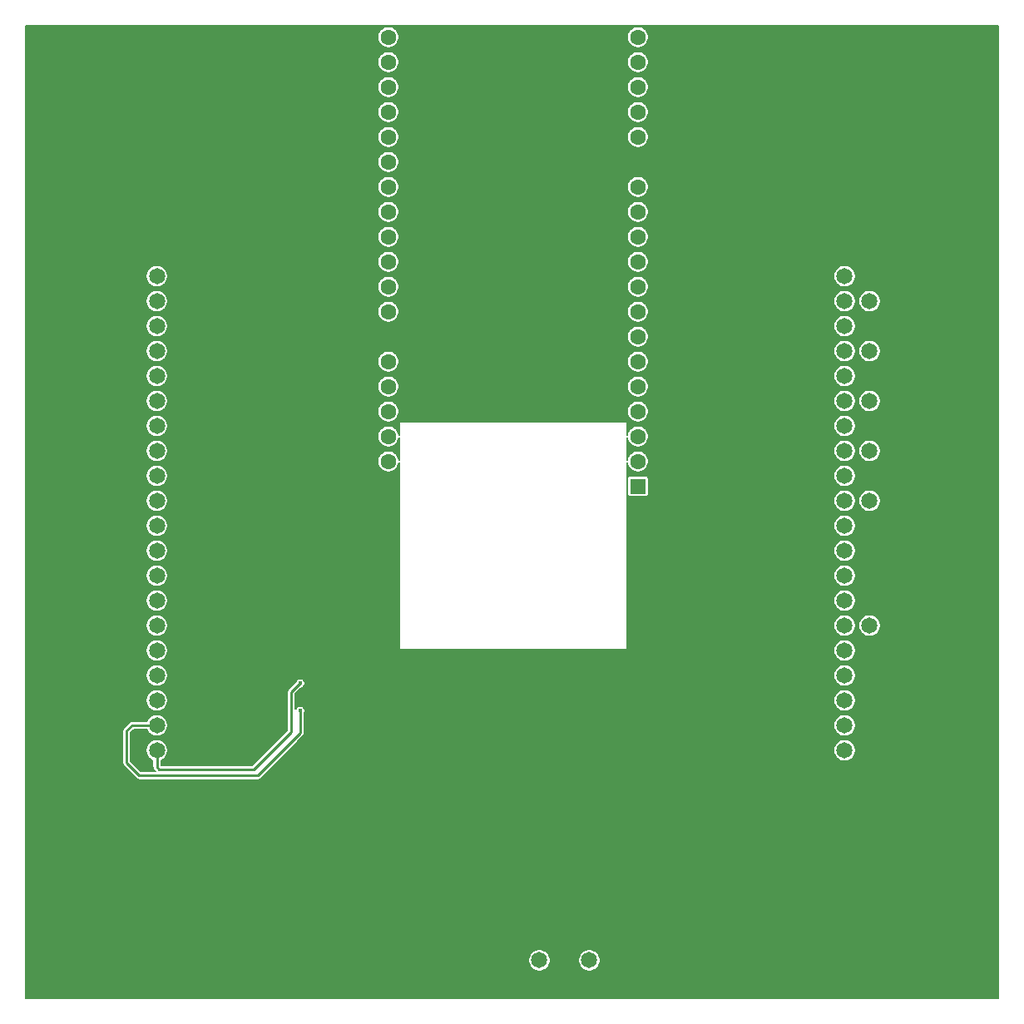
<source format=gbr>
%TF.GenerationSoftware,KiCad,Pcbnew,(5.1.9)-1*%
%TF.CreationDate,2021-10-25T22:56:29-04:00*%
%TF.ProjectId,ESP backpack,45535020-6261-4636-9b70-61636b2e6b69,rev?*%
%TF.SameCoordinates,Original*%
%TF.FileFunction,Copper,L2,Bot*%
%TF.FilePolarity,Positive*%
%FSLAX46Y46*%
G04 Gerber Fmt 4.6, Leading zero omitted, Abs format (unit mm)*
G04 Created by KiCad (PCBNEW (5.1.9)-1) date 2021-10-25 22:56:29*
%MOMM*%
%LPD*%
G01*
G04 APERTURE LIST*
%TA.AperFunction,ComponentPad*%
%ADD10R,1.560000X1.560000*%
%TD*%
%TA.AperFunction,ComponentPad*%
%ADD11C,1.600000*%
%TD*%
%TA.AperFunction,ComponentPad*%
%ADD12C,1.651000*%
%TD*%
%TA.AperFunction,ComponentPad*%
%ADD13R,1.650000X1.650000*%
%TD*%
%TA.AperFunction,ComponentPad*%
%ADD14C,1.650000*%
%TD*%
%TA.AperFunction,ViaPad*%
%ADD15C,0.400000*%
%TD*%
%TA.AperFunction,ViaPad*%
%ADD16C,0.800000*%
%TD*%
%TA.AperFunction,Conductor*%
%ADD17C,0.254000*%
%TD*%
%TA.AperFunction,Conductor*%
%ADD18C,0.203200*%
%TD*%
%TA.AperFunction,Conductor*%
%ADD19C,0.100000*%
%TD*%
G04 APERTURE END LIST*
D10*
%TO.P,U1,1*%
%TO.N,+3V3*%
X62700000Y-47260000D03*
D11*
%TO.P,U1,2*%
%TO.N,Net-(U1-Pad2)*%
X62700000Y-44720000D03*
%TO.P,U1,19*%
%TO.N,Net-(ExtPower1-Pad2)*%
X62700000Y-1540000D03*
%TO.P,U1,3*%
%TO.N,Net-(R8-Pad1)*%
X62700000Y-42180000D03*
%TO.P,U1,4*%
%TO.N,Net-(R9-Pad1)*%
X62700000Y-39640000D03*
%TO.P,U1,5*%
%TO.N,Net-(R7-Pad1)*%
X62700000Y-37100000D03*
%TO.P,U1,6*%
%TO.N,Net-(R6-Pad1)*%
X62700000Y-34560000D03*
%TO.P,U1,7*%
%TO.N,Net-(R5-Pad1)*%
X62700000Y-32020000D03*
%TO.P,U1,8*%
%TO.N,Net-(R4-Pad1)*%
X62700000Y-29480000D03*
%TO.P,U1,9*%
%TO.N,Net-(R3-Pad1)*%
X62700000Y-26940000D03*
%TO.P,U1,10*%
%TO.N,Net-(R10-Pad1)*%
X62700000Y-24400000D03*
%TO.P,U1,11*%
%TO.N,Net-(U1-Pad11)*%
X62700000Y-21860000D03*
%TO.P,U1,12*%
%TO.N,Net-(U1-Pad12)*%
X62700000Y-19320000D03*
%TO.P,U1,13*%
%TO.N,Net-(U1-Pad13)*%
X62700000Y-16780000D03*
%TO.P,U1,14*%
%TO.N,GND*%
X62700000Y-14240000D03*
%TO.P,U1,15*%
%TO.N,Net-(U1-Pad15)*%
X62700000Y-11700000D03*
%TO.P,U1,16*%
%TO.N,Net-(U1-Pad16)*%
X62700000Y-9160000D03*
%TO.P,U1,17*%
%TO.N,Net-(U1-Pad17)*%
X62700000Y-6620000D03*
%TO.P,U1,18*%
%TO.N,Net-(U1-Pad18)*%
X62700000Y-4080000D03*
%TO.P,U1,20*%
%TO.N,GND*%
X37300000Y-47260000D03*
%TO.P,U1,21*%
%TO.N,Net-(U1-Pad21)*%
X37300000Y-44720000D03*
%TO.P,U1,22*%
%TO.N,/SCL*%
X37300000Y-42180000D03*
%TO.P,U1,23*%
%TO.N,Net-(U1-Pad23)*%
X37300000Y-39640000D03*
%TO.P,U1,24*%
%TO.N,Net-(U1-Pad24)*%
X37300000Y-37100000D03*
%TO.P,U1,25*%
%TO.N,/SDA*%
X37300000Y-34560000D03*
%TO.P,U1,26*%
%TO.N,GND*%
X37300000Y-32020000D03*
%TO.P,U1,27*%
%TO.N,Net-(U1-Pad27)*%
X37300000Y-29480000D03*
%TO.P,U1,28*%
%TO.N,Net-(U1-Pad28)*%
X37300000Y-26940000D03*
%TO.P,U1,29*%
%TO.N,Net-(U1-Pad29)*%
X37300000Y-24400000D03*
%TO.P,U1,30*%
%TO.N,Net-(U1-Pad30)*%
X37300000Y-21860000D03*
%TO.P,U1,31*%
%TO.N,Net-(U1-Pad31)*%
X37300000Y-19320000D03*
%TO.P,U1,32*%
%TO.N,Net-(U1-Pad32)*%
X37300000Y-16780000D03*
%TO.P,U1,33*%
%TO.N,Net-(U1-Pad33)*%
X37300000Y-14240000D03*
%TO.P,U1,34*%
%TO.N,Net-(U1-Pad34)*%
X37300000Y-11700000D03*
%TO.P,U1,35*%
%TO.N,Net-(U1-Pad35)*%
X37300000Y-9160000D03*
%TO.P,U1,36*%
%TO.N,Net-(U1-Pad36)*%
X37300000Y-6620000D03*
%TO.P,U1,37*%
%TO.N,Net-(U1-Pad37)*%
X37300000Y-4080000D03*
%TO.P,U1,38*%
%TO.N,Net-(U1-Pad38)*%
X37300000Y-1540000D03*
%TD*%
D12*
%TO.P,J1,40*%
%TO.N,GND*%
X16270000Y-74130000D03*
%TO.P,J1,39*%
%TO.N,Net-(J1-Pad39)*%
X13730000Y-74130000D03*
%TO.P,J1,38*%
%TO.N,GND*%
X16270000Y-71590000D03*
%TO.P,J1,37*%
%TO.N,Net-(J1-Pad37)*%
X13730000Y-71590000D03*
%TO.P,J1,36*%
%TO.N,GND*%
X16270000Y-69050000D03*
%TO.P,J1,35*%
%TO.N,+3V3*%
X13730000Y-69050000D03*
%TO.P,J1,34*%
%TO.N,GND*%
X16270000Y-66510000D03*
%TO.P,J1,33*%
%TO.N,+5V*%
X13730000Y-66510000D03*
%TO.P,J1,32*%
%TO.N,GND*%
X16270000Y-63970000D03*
%TO.P,J1,31*%
%TO.N,+5V*%
X13730000Y-63970000D03*
%TO.P,J1,30*%
%TO.N,GND*%
X16270000Y-61430000D03*
%TO.P,J1,29*%
%TO.N,+5V*%
X13730000Y-61430000D03*
%TO.P,J1,28*%
%TO.N,GND*%
X16270000Y-58890000D03*
%TO.P,J1,27*%
%TO.N,+5V*%
X13730000Y-58890000D03*
%TO.P,J1,26*%
%TO.N,GND*%
X16270000Y-56350000D03*
%TO.P,J1,25*%
%TO.N,+5V*%
X13730000Y-56350000D03*
%TO.P,J1,24*%
%TO.N,GND*%
X16270000Y-53810000D03*
%TO.P,J1,23*%
%TO.N,+5V*%
X13730000Y-53810000D03*
%TO.P,J1,22*%
%TO.N,GND*%
X16270000Y-51270000D03*
%TO.P,J1,21*%
%TO.N,+5V*%
X13730000Y-51270000D03*
%TO.P,J1,20*%
%TO.N,GND*%
X16270000Y-48730000D03*
%TO.P,J1,19*%
%TO.N,+5V*%
X13730000Y-48730000D03*
%TO.P,J1,18*%
%TO.N,GND*%
X16270000Y-46190000D03*
%TO.P,J1,17*%
%TO.N,+5V*%
X13730000Y-46190000D03*
%TO.P,J1,16*%
%TO.N,GND*%
X16270000Y-43650000D03*
%TO.P,J1,15*%
%TO.N,+5V*%
X13730000Y-43650000D03*
%TO.P,J1,14*%
%TO.N,GND*%
X16270000Y-41110000D03*
%TO.P,J1,13*%
%TO.N,+5V*%
X13730000Y-41110000D03*
%TO.P,J1,12*%
%TO.N,GND*%
X16270000Y-38570000D03*
%TO.P,J1,11*%
%TO.N,+5V*%
X13730000Y-38570000D03*
%TO.P,J1,10*%
%TO.N,GND*%
X16270000Y-36030000D03*
%TO.P,J1,09*%
%TO.N,+5V*%
X13730000Y-36030000D03*
%TO.P,J1,08*%
%TO.N,GND*%
X16270000Y-33490000D03*
%TO.P,J1,07*%
%TO.N,+5V*%
X13730000Y-33490000D03*
%TO.P,J1,06*%
%TO.N,GND*%
X16270000Y-30950000D03*
%TO.P,J1,05*%
%TO.N,+5V*%
X13730000Y-30950000D03*
%TO.P,J1,04*%
%TO.N,GND*%
X16270000Y-28410000D03*
%TO.P,J1,03*%
%TO.N,+5V*%
X13730000Y-28410000D03*
%TO.P,J1,02*%
%TO.N,GND*%
X16270000Y-25870000D03*
%TO.P,J1,01*%
%TO.N,+5V*%
X13730000Y-25870000D03*
%TD*%
%TO.P,J2,01*%
%TO.N,+5V*%
X83730000Y-25870000D03*
%TO.P,J2,02*%
%TO.N,GND*%
X86270000Y-25870000D03*
%TO.P,J2,03*%
%TO.N,+5V*%
X83730000Y-28410000D03*
%TO.P,J2,04*%
%TO.N,/OrangeLine*%
X86270000Y-28410000D03*
%TO.P,J2,05*%
%TO.N,+5V*%
X83730000Y-30950000D03*
%TO.P,J2,06*%
%TO.N,GND*%
X86270000Y-30950000D03*
%TO.P,J2,07*%
%TO.N,+5V*%
X83730000Y-33490000D03*
%TO.P,J2,08*%
%TO.N,/YellowLine*%
X86270000Y-33490000D03*
%TO.P,J2,09*%
%TO.N,+5V*%
X83730000Y-36030000D03*
%TO.P,J2,10*%
%TO.N,GND*%
X86270000Y-36030000D03*
%TO.P,J2,11*%
%TO.N,+5V*%
X83730000Y-38570000D03*
%TO.P,J2,12*%
%TO.N,/GreenLine*%
X86270000Y-38570000D03*
%TO.P,J2,13*%
%TO.N,+5V*%
X83730000Y-41110000D03*
%TO.P,J2,14*%
%TO.N,GND*%
X86270000Y-41110000D03*
%TO.P,J2,15*%
%TO.N,+5V*%
X83730000Y-43650000D03*
%TO.P,J2,16*%
%TO.N,/BlueLine*%
X86270000Y-43650000D03*
%TO.P,J2,17*%
%TO.N,+5V*%
X83730000Y-46190000D03*
%TO.P,J2,18*%
%TO.N,GND*%
X86270000Y-46190000D03*
%TO.P,J2,19*%
%TO.N,+5V*%
X83730000Y-48730000D03*
%TO.P,J2,20*%
%TO.N,/RedLine*%
X86270000Y-48730000D03*
%TO.P,J2,21*%
%TO.N,+5V*%
X83730000Y-51270000D03*
%TO.P,J2,22*%
%TO.N,GND*%
X86270000Y-51270000D03*
%TO.P,J2,23*%
%TO.N,+5V*%
X83730000Y-53810000D03*
%TO.P,J2,24*%
%TO.N,GND*%
X86270000Y-53810000D03*
%TO.P,J2,25*%
%TO.N,+5V*%
X83730000Y-56350000D03*
%TO.P,J2,26*%
%TO.N,GND*%
X86270000Y-56350000D03*
%TO.P,J2,27*%
%TO.N,+5V*%
X83730000Y-58890000D03*
%TO.P,J2,28*%
%TO.N,GND*%
X86270000Y-58890000D03*
%TO.P,J2,29*%
%TO.N,+5V*%
X83730000Y-61430000D03*
%TO.P,J2,30*%
%TO.N,Net-(J2-Pad30)*%
X86270000Y-61430000D03*
%TO.P,J2,31*%
%TO.N,+5V*%
X83730000Y-63970000D03*
%TO.P,J2,32*%
%TO.N,GND*%
X86270000Y-63970000D03*
%TO.P,J2,33*%
%TO.N,+5V*%
X83730000Y-66510000D03*
%TO.P,J2,34*%
%TO.N,GND*%
X86270000Y-66510000D03*
%TO.P,J2,35*%
%TO.N,+5V*%
X83730000Y-69050000D03*
%TO.P,J2,36*%
%TO.N,GND*%
X86270000Y-69050000D03*
%TO.P,J2,37*%
%TO.N,+5V*%
X83730000Y-71590000D03*
%TO.P,J2,38*%
%TO.N,GND*%
X86270000Y-71590000D03*
%TO.P,J2,39*%
%TO.N,+5V*%
X83730000Y-74130000D03*
%TO.P,J2,40*%
%TO.N,GND*%
X86270000Y-74130000D03*
%TD*%
D13*
%TO.P,5VDC_IN1,1*%
%TO.N,GND*%
X42500000Y-95500000D03*
D14*
%TO.P,5VDC_IN1,2*%
X47580000Y-95500000D03*
%TO.P,5VDC_IN1,3*%
%TO.N,+5V*%
X52660000Y-95500000D03*
%TO.P,5VDC_IN1,4*%
X57740000Y-95500000D03*
%TD*%
D15*
%TO.N,GND*%
X82000000Y-86340000D03*
X82000000Y-90150000D03*
X82000000Y-88880000D03*
X84540000Y-88880000D03*
X83270000Y-87610000D03*
X83270000Y-90150000D03*
X83270000Y-88880000D03*
X84540000Y-87610000D03*
X83270000Y-86340000D03*
X84540000Y-86340000D03*
X82000000Y-87610000D03*
X83270000Y-91420000D03*
X82000000Y-91420000D03*
X84540000Y-91420000D03*
X84540000Y-90150000D03*
X84540000Y-85070000D03*
X82000000Y-85070000D03*
X83270000Y-85070000D03*
X86250000Y-86340000D03*
X86250000Y-90150000D03*
X86250000Y-88880000D03*
X88790000Y-88880000D03*
X87520000Y-87610000D03*
X87520000Y-90150000D03*
X87520000Y-88880000D03*
X88790000Y-87610000D03*
X87520000Y-86340000D03*
X88790000Y-86340000D03*
X86250000Y-87610000D03*
X87520000Y-91420000D03*
X86250000Y-91420000D03*
X88790000Y-91420000D03*
X88790000Y-90150000D03*
X88790000Y-85070000D03*
X86250000Y-85070000D03*
X87520000Y-85070000D03*
X15500000Y-85840000D03*
X15500000Y-89650000D03*
X16770000Y-85840000D03*
X16770000Y-90920000D03*
X18040000Y-89650000D03*
X18040000Y-90920000D03*
X16770000Y-87110000D03*
X16770000Y-88380000D03*
X16770000Y-84570000D03*
X15500000Y-87110000D03*
X18040000Y-87110000D03*
X15500000Y-84570000D03*
X16770000Y-89650000D03*
X15500000Y-88380000D03*
X18040000Y-88380000D03*
X18040000Y-85840000D03*
X15500000Y-90920000D03*
X18040000Y-84570000D03*
X11250000Y-89650000D03*
X12520000Y-88380000D03*
X11250000Y-85840000D03*
X13790000Y-89650000D03*
X11250000Y-88380000D03*
X13790000Y-88380000D03*
X11250000Y-90920000D03*
X12520000Y-90920000D03*
X12520000Y-89650000D03*
X13790000Y-84570000D03*
X11250000Y-87110000D03*
X12520000Y-85840000D03*
X13790000Y-90920000D03*
X12520000Y-87110000D03*
X11250000Y-84570000D03*
X13790000Y-87110000D03*
X12520000Y-84570000D03*
X13790000Y-85840000D03*
X17750000Y-10090000D03*
X17750000Y-13900000D03*
X17750000Y-12630000D03*
X20290000Y-12630000D03*
X19020000Y-12630000D03*
X17750000Y-11360000D03*
X19020000Y-15170000D03*
X17750000Y-15170000D03*
X20290000Y-15170000D03*
X20290000Y-8820000D03*
X17750000Y-8820000D03*
X19020000Y-8820000D03*
X80750000Y-14920000D03*
X82020000Y-14920000D03*
X83290000Y-14920000D03*
X80750000Y-13650000D03*
X82020000Y-13650000D03*
X83290000Y-13650000D03*
X80750000Y-12380000D03*
X82020000Y-12380000D03*
X83290000Y-12380000D03*
X80750000Y-11110000D03*
X82020000Y-11110000D03*
X83290000Y-11110000D03*
X80750000Y-9840000D03*
X82020000Y-9840000D03*
X83290000Y-9840000D03*
X80750000Y-8570000D03*
X82020000Y-8570000D03*
X83290000Y-8570000D03*
X44400000Y-65700000D03*
X44600000Y-73300000D03*
D16*
X77089000Y-52197000D03*
X77216000Y-65151000D03*
D15*
X19020000Y-11360000D03*
X20290000Y-11360000D03*
X19020000Y-10090000D03*
X20290000Y-10090000D03*
X19020000Y-13900000D03*
X20290000Y-13900000D03*
%TO.N,Net-(J1-Pad39)*%
X28321000Y-67310000D03*
%TO.N,Net-(J1-Pad37)*%
X28321000Y-70104000D03*
%TD*%
D17*
%TO.N,GND*%
X17600000Y-66700000D02*
X17410000Y-66510000D01*
X17410000Y-66510000D02*
X16270000Y-66510000D01*
%TO.N,Net-(J1-Pad39)*%
X13730000Y-74130000D02*
X13730000Y-75833000D01*
X13730000Y-75833000D02*
X13970000Y-76073000D01*
X13970000Y-76073000D02*
X23622000Y-76073000D01*
X23622000Y-76073000D02*
X27432000Y-72263000D01*
X27432000Y-68199000D02*
X28321000Y-67310000D01*
X27432000Y-72263000D02*
X27432000Y-68199000D01*
%TO.N,Net-(J1-Pad37)*%
X28321000Y-72390000D02*
X28321000Y-70104000D01*
X11938000Y-76708000D02*
X24003000Y-76708000D01*
X24003000Y-76708000D02*
X28321000Y-72390000D01*
X10668000Y-75438000D02*
X11938000Y-76708000D01*
X10668000Y-72136000D02*
X10668000Y-75438000D01*
X11214000Y-71590000D02*
X10668000Y-72136000D01*
X13730000Y-71590000D02*
X11214000Y-71590000D01*
%TD*%
D18*
%TO.N,GND*%
X99398400Y-99398400D02*
X351600Y-99398400D01*
X351600Y-95389040D01*
X51533400Y-95389040D01*
X51533400Y-95610960D01*
X51576695Y-95828617D01*
X51661620Y-96033645D01*
X51784913Y-96218166D01*
X51941834Y-96375087D01*
X52126355Y-96498380D01*
X52331383Y-96583305D01*
X52549040Y-96626600D01*
X52770960Y-96626600D01*
X52988617Y-96583305D01*
X53193645Y-96498380D01*
X53378166Y-96375087D01*
X53535087Y-96218166D01*
X53658380Y-96033645D01*
X53743305Y-95828617D01*
X53786600Y-95610960D01*
X53786600Y-95389040D01*
X56613400Y-95389040D01*
X56613400Y-95610960D01*
X56656695Y-95828617D01*
X56741620Y-96033645D01*
X56864913Y-96218166D01*
X57021834Y-96375087D01*
X57206355Y-96498380D01*
X57411383Y-96583305D01*
X57629040Y-96626600D01*
X57850960Y-96626600D01*
X58068617Y-96583305D01*
X58273645Y-96498380D01*
X58458166Y-96375087D01*
X58615087Y-96218166D01*
X58738380Y-96033645D01*
X58823305Y-95828617D01*
X58866600Y-95610960D01*
X58866600Y-95389040D01*
X58823305Y-95171383D01*
X58738380Y-94966355D01*
X58615087Y-94781834D01*
X58458166Y-94624913D01*
X58273645Y-94501620D01*
X58068617Y-94416695D01*
X57850960Y-94373400D01*
X57629040Y-94373400D01*
X57411383Y-94416695D01*
X57206355Y-94501620D01*
X57021834Y-94624913D01*
X56864913Y-94781834D01*
X56741620Y-94966355D01*
X56656695Y-95171383D01*
X56613400Y-95389040D01*
X53786600Y-95389040D01*
X53743305Y-95171383D01*
X53658380Y-94966355D01*
X53535087Y-94781834D01*
X53378166Y-94624913D01*
X53193645Y-94501620D01*
X52988617Y-94416695D01*
X52770960Y-94373400D01*
X52549040Y-94373400D01*
X52331383Y-94416695D01*
X52126355Y-94501620D01*
X51941834Y-94624913D01*
X51784913Y-94781834D01*
X51661620Y-94966355D01*
X51576695Y-95171383D01*
X51533400Y-95389040D01*
X351600Y-95389040D01*
X351600Y-72136000D01*
X10237327Y-72136000D01*
X10239400Y-72157048D01*
X10239401Y-75416942D01*
X10237327Y-75438000D01*
X10245602Y-75522020D01*
X10270111Y-75602811D01*
X10309909Y-75677269D01*
X10363469Y-75742532D01*
X10379820Y-75755951D01*
X11620045Y-76996176D01*
X11633468Y-77012532D01*
X11698731Y-77066092D01*
X11773189Y-77105890D01*
X11853980Y-77130398D01*
X11916952Y-77136600D01*
X11916953Y-77136600D01*
X11937999Y-77138673D01*
X11959045Y-77136600D01*
X23981952Y-77136600D01*
X24003000Y-77138673D01*
X24024048Y-77136600D01*
X24087020Y-77130398D01*
X24167811Y-77105890D01*
X24242269Y-77066092D01*
X24307532Y-77012532D01*
X24320955Y-76996176D01*
X27298141Y-74018990D01*
X82602900Y-74018990D01*
X82602900Y-74241010D01*
X82646213Y-74458763D01*
X82731177Y-74663882D01*
X82854524Y-74848485D01*
X83011515Y-75005476D01*
X83196118Y-75128823D01*
X83401237Y-75213787D01*
X83618990Y-75257100D01*
X83841010Y-75257100D01*
X84058763Y-75213787D01*
X84263882Y-75128823D01*
X84448485Y-75005476D01*
X84605476Y-74848485D01*
X84728823Y-74663882D01*
X84813787Y-74458763D01*
X84857100Y-74241010D01*
X84857100Y-74018990D01*
X84813787Y-73801237D01*
X84728823Y-73596118D01*
X84605476Y-73411515D01*
X84448485Y-73254524D01*
X84263882Y-73131177D01*
X84058763Y-73046213D01*
X83841010Y-73002900D01*
X83618990Y-73002900D01*
X83401237Y-73046213D01*
X83196118Y-73131177D01*
X83011515Y-73254524D01*
X82854524Y-73411515D01*
X82731177Y-73596118D01*
X82646213Y-73801237D01*
X82602900Y-74018990D01*
X27298141Y-74018990D01*
X28609183Y-72707949D01*
X28625532Y-72694532D01*
X28679092Y-72629269D01*
X28718890Y-72554811D01*
X28743398Y-72474020D01*
X28749600Y-72411048D01*
X28749600Y-72411047D01*
X28751673Y-72390001D01*
X28749600Y-72368955D01*
X28749600Y-71478990D01*
X82602900Y-71478990D01*
X82602900Y-71701010D01*
X82646213Y-71918763D01*
X82731177Y-72123882D01*
X82854524Y-72308485D01*
X83011515Y-72465476D01*
X83196118Y-72588823D01*
X83401237Y-72673787D01*
X83618990Y-72717100D01*
X83841010Y-72717100D01*
X84058763Y-72673787D01*
X84263882Y-72588823D01*
X84448485Y-72465476D01*
X84605476Y-72308485D01*
X84728823Y-72123882D01*
X84813787Y-71918763D01*
X84857100Y-71701010D01*
X84857100Y-71478990D01*
X84813787Y-71261237D01*
X84728823Y-71056118D01*
X84605476Y-70871515D01*
X84448485Y-70714524D01*
X84263882Y-70591177D01*
X84058763Y-70506213D01*
X83841010Y-70462900D01*
X83618990Y-70462900D01*
X83401237Y-70506213D01*
X83196118Y-70591177D01*
X83011515Y-70714524D01*
X82854524Y-70871515D01*
X82731177Y-71056118D01*
X82646213Y-71261237D01*
X82602900Y-71478990D01*
X28749600Y-71478990D01*
X28749600Y-70365411D01*
X28765512Y-70341597D01*
X28803324Y-70250311D01*
X28822600Y-70153403D01*
X28822600Y-70054597D01*
X28803324Y-69957689D01*
X28765512Y-69866403D01*
X28710618Y-69784249D01*
X28640751Y-69714382D01*
X28558597Y-69659488D01*
X28467311Y-69621676D01*
X28370403Y-69602400D01*
X28271597Y-69602400D01*
X28174689Y-69621676D01*
X28083403Y-69659488D01*
X28001249Y-69714382D01*
X27931382Y-69784249D01*
X27876488Y-69866403D01*
X27860600Y-69904760D01*
X27860600Y-68938990D01*
X82602900Y-68938990D01*
X82602900Y-69161010D01*
X82646213Y-69378763D01*
X82731177Y-69583882D01*
X82854524Y-69768485D01*
X83011515Y-69925476D01*
X83196118Y-70048823D01*
X83401237Y-70133787D01*
X83618990Y-70177100D01*
X83841010Y-70177100D01*
X84058763Y-70133787D01*
X84263882Y-70048823D01*
X84448485Y-69925476D01*
X84605476Y-69768485D01*
X84728823Y-69583882D01*
X84813787Y-69378763D01*
X84857100Y-69161010D01*
X84857100Y-68938990D01*
X84813787Y-68721237D01*
X84728823Y-68516118D01*
X84605476Y-68331515D01*
X84448485Y-68174524D01*
X84263882Y-68051177D01*
X84058763Y-67966213D01*
X83841010Y-67922900D01*
X83618990Y-67922900D01*
X83401237Y-67966213D01*
X83196118Y-68051177D01*
X83011515Y-68174524D01*
X82854524Y-68331515D01*
X82731177Y-68516118D01*
X82646213Y-68721237D01*
X82602900Y-68938990D01*
X27860600Y-68938990D01*
X27860600Y-68376531D01*
X28439220Y-67797912D01*
X28467311Y-67792324D01*
X28558597Y-67754512D01*
X28640751Y-67699618D01*
X28710618Y-67629751D01*
X28765512Y-67547597D01*
X28803324Y-67456311D01*
X28822600Y-67359403D01*
X28822600Y-67260597D01*
X28803324Y-67163689D01*
X28765512Y-67072403D01*
X28710618Y-66990249D01*
X28640751Y-66920382D01*
X28558597Y-66865488D01*
X28467311Y-66827676D01*
X28370403Y-66808400D01*
X28271597Y-66808400D01*
X28174689Y-66827676D01*
X28083403Y-66865488D01*
X28001249Y-66920382D01*
X27931382Y-66990249D01*
X27876488Y-67072403D01*
X27838676Y-67163689D01*
X27833088Y-67191780D01*
X27143819Y-67881050D01*
X27127469Y-67894468D01*
X27073909Y-67959731D01*
X27034111Y-68034189D01*
X27009602Y-68114980D01*
X27001327Y-68199000D01*
X27003401Y-68220058D01*
X27003400Y-72085468D01*
X23444469Y-75644400D01*
X14158600Y-75644400D01*
X14158600Y-75172433D01*
X14263882Y-75128823D01*
X14448485Y-75005476D01*
X14605476Y-74848485D01*
X14728823Y-74663882D01*
X14813787Y-74458763D01*
X14857100Y-74241010D01*
X14857100Y-74018990D01*
X14813787Y-73801237D01*
X14728823Y-73596118D01*
X14605476Y-73411515D01*
X14448485Y-73254524D01*
X14263882Y-73131177D01*
X14058763Y-73046213D01*
X13841010Y-73002900D01*
X13618990Y-73002900D01*
X13401237Y-73046213D01*
X13196118Y-73131177D01*
X13011515Y-73254524D01*
X12854524Y-73411515D01*
X12731177Y-73596118D01*
X12646213Y-73801237D01*
X12602900Y-74018990D01*
X12602900Y-74241010D01*
X12646213Y-74458763D01*
X12731177Y-74663882D01*
X12854524Y-74848485D01*
X13011515Y-75005476D01*
X13196118Y-75128823D01*
X13301401Y-75172433D01*
X13301401Y-75811942D01*
X13299327Y-75833000D01*
X13307602Y-75917020D01*
X13329432Y-75988979D01*
X13332111Y-75997811D01*
X13371909Y-76072269D01*
X13425469Y-76137532D01*
X13441820Y-76150951D01*
X13570270Y-76279400D01*
X12115531Y-76279400D01*
X11096600Y-75260469D01*
X11096600Y-72313531D01*
X11391532Y-72018600D01*
X12687567Y-72018600D01*
X12731177Y-72123882D01*
X12854524Y-72308485D01*
X13011515Y-72465476D01*
X13196118Y-72588823D01*
X13401237Y-72673787D01*
X13618990Y-72717100D01*
X13841010Y-72717100D01*
X14058763Y-72673787D01*
X14263882Y-72588823D01*
X14448485Y-72465476D01*
X14605476Y-72308485D01*
X14728823Y-72123882D01*
X14813787Y-71918763D01*
X14857100Y-71701010D01*
X14857100Y-71478990D01*
X14813787Y-71261237D01*
X14728823Y-71056118D01*
X14605476Y-70871515D01*
X14448485Y-70714524D01*
X14263882Y-70591177D01*
X14058763Y-70506213D01*
X13841010Y-70462900D01*
X13618990Y-70462900D01*
X13401237Y-70506213D01*
X13196118Y-70591177D01*
X13011515Y-70714524D01*
X12854524Y-70871515D01*
X12731177Y-71056118D01*
X12687567Y-71161400D01*
X11235048Y-71161400D01*
X11214000Y-71159327D01*
X11129979Y-71167602D01*
X11105471Y-71175037D01*
X11049189Y-71192110D01*
X10974731Y-71231908D01*
X10909468Y-71285468D01*
X10896049Y-71301819D01*
X10379824Y-71818045D01*
X10363468Y-71831468D01*
X10309908Y-71896732D01*
X10270110Y-71971190D01*
X10263764Y-71992111D01*
X10245602Y-72051980D01*
X10237327Y-72136000D01*
X351600Y-72136000D01*
X351600Y-68938990D01*
X12602900Y-68938990D01*
X12602900Y-69161010D01*
X12646213Y-69378763D01*
X12731177Y-69583882D01*
X12854524Y-69768485D01*
X13011515Y-69925476D01*
X13196118Y-70048823D01*
X13401237Y-70133787D01*
X13618990Y-70177100D01*
X13841010Y-70177100D01*
X14058763Y-70133787D01*
X14263882Y-70048823D01*
X14448485Y-69925476D01*
X14605476Y-69768485D01*
X14728823Y-69583882D01*
X14813787Y-69378763D01*
X14857100Y-69161010D01*
X14857100Y-68938990D01*
X14813787Y-68721237D01*
X14728823Y-68516118D01*
X14605476Y-68331515D01*
X14448485Y-68174524D01*
X14263882Y-68051177D01*
X14058763Y-67966213D01*
X13841010Y-67922900D01*
X13618990Y-67922900D01*
X13401237Y-67966213D01*
X13196118Y-68051177D01*
X13011515Y-68174524D01*
X12854524Y-68331515D01*
X12731177Y-68516118D01*
X12646213Y-68721237D01*
X12602900Y-68938990D01*
X351600Y-68938990D01*
X351600Y-66398990D01*
X12602900Y-66398990D01*
X12602900Y-66621010D01*
X12646213Y-66838763D01*
X12731177Y-67043882D01*
X12854524Y-67228485D01*
X13011515Y-67385476D01*
X13196118Y-67508823D01*
X13401237Y-67593787D01*
X13618990Y-67637100D01*
X13841010Y-67637100D01*
X14058763Y-67593787D01*
X14263882Y-67508823D01*
X14448485Y-67385476D01*
X14605476Y-67228485D01*
X14728823Y-67043882D01*
X14813787Y-66838763D01*
X14857100Y-66621010D01*
X14857100Y-66398990D01*
X82602900Y-66398990D01*
X82602900Y-66621010D01*
X82646213Y-66838763D01*
X82731177Y-67043882D01*
X82854524Y-67228485D01*
X83011515Y-67385476D01*
X83196118Y-67508823D01*
X83401237Y-67593787D01*
X83618990Y-67637100D01*
X83841010Y-67637100D01*
X84058763Y-67593787D01*
X84263882Y-67508823D01*
X84448485Y-67385476D01*
X84605476Y-67228485D01*
X84728823Y-67043882D01*
X84813787Y-66838763D01*
X84857100Y-66621010D01*
X84857100Y-66398990D01*
X84813787Y-66181237D01*
X84728823Y-65976118D01*
X84605476Y-65791515D01*
X84448485Y-65634524D01*
X84263882Y-65511177D01*
X84058763Y-65426213D01*
X83841010Y-65382900D01*
X83618990Y-65382900D01*
X83401237Y-65426213D01*
X83196118Y-65511177D01*
X83011515Y-65634524D01*
X82854524Y-65791515D01*
X82731177Y-65976118D01*
X82646213Y-66181237D01*
X82602900Y-66398990D01*
X14857100Y-66398990D01*
X14813787Y-66181237D01*
X14728823Y-65976118D01*
X14605476Y-65791515D01*
X14448485Y-65634524D01*
X14263882Y-65511177D01*
X14058763Y-65426213D01*
X13841010Y-65382900D01*
X13618990Y-65382900D01*
X13401237Y-65426213D01*
X13196118Y-65511177D01*
X13011515Y-65634524D01*
X12854524Y-65791515D01*
X12731177Y-65976118D01*
X12646213Y-66181237D01*
X12602900Y-66398990D01*
X351600Y-66398990D01*
X351600Y-63858990D01*
X12602900Y-63858990D01*
X12602900Y-64081010D01*
X12646213Y-64298763D01*
X12731177Y-64503882D01*
X12854524Y-64688485D01*
X13011515Y-64845476D01*
X13196118Y-64968823D01*
X13401237Y-65053787D01*
X13618990Y-65097100D01*
X13841010Y-65097100D01*
X14058763Y-65053787D01*
X14263882Y-64968823D01*
X14448485Y-64845476D01*
X14605476Y-64688485D01*
X14728823Y-64503882D01*
X14813787Y-64298763D01*
X14857100Y-64081010D01*
X14857100Y-63858990D01*
X82602900Y-63858990D01*
X82602900Y-64081010D01*
X82646213Y-64298763D01*
X82731177Y-64503882D01*
X82854524Y-64688485D01*
X83011515Y-64845476D01*
X83196118Y-64968823D01*
X83401237Y-65053787D01*
X83618990Y-65097100D01*
X83841010Y-65097100D01*
X84058763Y-65053787D01*
X84263882Y-64968823D01*
X84448485Y-64845476D01*
X84605476Y-64688485D01*
X84728823Y-64503882D01*
X84813787Y-64298763D01*
X84857100Y-64081010D01*
X84857100Y-63858990D01*
X84813787Y-63641237D01*
X84728823Y-63436118D01*
X84605476Y-63251515D01*
X84448485Y-63094524D01*
X84263882Y-62971177D01*
X84058763Y-62886213D01*
X83841010Y-62842900D01*
X83618990Y-62842900D01*
X83401237Y-62886213D01*
X83196118Y-62971177D01*
X83011515Y-63094524D01*
X82854524Y-63251515D01*
X82731177Y-63436118D01*
X82646213Y-63641237D01*
X82602900Y-63858990D01*
X14857100Y-63858990D01*
X14813787Y-63641237D01*
X14728823Y-63436118D01*
X14605476Y-63251515D01*
X14448485Y-63094524D01*
X14263882Y-62971177D01*
X14058763Y-62886213D01*
X13841010Y-62842900D01*
X13618990Y-62842900D01*
X13401237Y-62886213D01*
X13196118Y-62971177D01*
X13011515Y-63094524D01*
X12854524Y-63251515D01*
X12731177Y-63436118D01*
X12646213Y-63641237D01*
X12602900Y-63858990D01*
X351600Y-63858990D01*
X351600Y-61318990D01*
X12602900Y-61318990D01*
X12602900Y-61541010D01*
X12646213Y-61758763D01*
X12731177Y-61963882D01*
X12854524Y-62148485D01*
X13011515Y-62305476D01*
X13196118Y-62428823D01*
X13401237Y-62513787D01*
X13618990Y-62557100D01*
X13841010Y-62557100D01*
X14058763Y-62513787D01*
X14263882Y-62428823D01*
X14448485Y-62305476D01*
X14605476Y-62148485D01*
X14728823Y-61963882D01*
X14813787Y-61758763D01*
X14857100Y-61541010D01*
X14857100Y-61318990D01*
X14813787Y-61101237D01*
X14728823Y-60896118D01*
X14605476Y-60711515D01*
X14448485Y-60554524D01*
X14263882Y-60431177D01*
X14058763Y-60346213D01*
X13841010Y-60302900D01*
X13618990Y-60302900D01*
X13401237Y-60346213D01*
X13196118Y-60431177D01*
X13011515Y-60554524D01*
X12854524Y-60711515D01*
X12731177Y-60896118D01*
X12646213Y-61101237D01*
X12602900Y-61318990D01*
X351600Y-61318990D01*
X351600Y-58778990D01*
X12602900Y-58778990D01*
X12602900Y-59001010D01*
X12646213Y-59218763D01*
X12731177Y-59423882D01*
X12854524Y-59608485D01*
X13011515Y-59765476D01*
X13196118Y-59888823D01*
X13401237Y-59973787D01*
X13618990Y-60017100D01*
X13841010Y-60017100D01*
X14058763Y-59973787D01*
X14263882Y-59888823D01*
X14448485Y-59765476D01*
X14605476Y-59608485D01*
X14728823Y-59423882D01*
X14813787Y-59218763D01*
X14857100Y-59001010D01*
X14857100Y-58778990D01*
X14813787Y-58561237D01*
X14728823Y-58356118D01*
X14605476Y-58171515D01*
X14448485Y-58014524D01*
X14263882Y-57891177D01*
X14058763Y-57806213D01*
X13841010Y-57762900D01*
X13618990Y-57762900D01*
X13401237Y-57806213D01*
X13196118Y-57891177D01*
X13011515Y-58014524D01*
X12854524Y-58171515D01*
X12731177Y-58356118D01*
X12646213Y-58561237D01*
X12602900Y-58778990D01*
X351600Y-58778990D01*
X351600Y-56238990D01*
X12602900Y-56238990D01*
X12602900Y-56461010D01*
X12646213Y-56678763D01*
X12731177Y-56883882D01*
X12854524Y-57068485D01*
X13011515Y-57225476D01*
X13196118Y-57348823D01*
X13401237Y-57433787D01*
X13618990Y-57477100D01*
X13841010Y-57477100D01*
X14058763Y-57433787D01*
X14263882Y-57348823D01*
X14448485Y-57225476D01*
X14605476Y-57068485D01*
X14728823Y-56883882D01*
X14813787Y-56678763D01*
X14857100Y-56461010D01*
X14857100Y-56238990D01*
X14813787Y-56021237D01*
X14728823Y-55816118D01*
X14605476Y-55631515D01*
X14448485Y-55474524D01*
X14263882Y-55351177D01*
X14058763Y-55266213D01*
X13841010Y-55222900D01*
X13618990Y-55222900D01*
X13401237Y-55266213D01*
X13196118Y-55351177D01*
X13011515Y-55474524D01*
X12854524Y-55631515D01*
X12731177Y-55816118D01*
X12646213Y-56021237D01*
X12602900Y-56238990D01*
X351600Y-56238990D01*
X351600Y-53698990D01*
X12602900Y-53698990D01*
X12602900Y-53921010D01*
X12646213Y-54138763D01*
X12731177Y-54343882D01*
X12854524Y-54528485D01*
X13011515Y-54685476D01*
X13196118Y-54808823D01*
X13401237Y-54893787D01*
X13618990Y-54937100D01*
X13841010Y-54937100D01*
X14058763Y-54893787D01*
X14263882Y-54808823D01*
X14448485Y-54685476D01*
X14605476Y-54528485D01*
X14728823Y-54343882D01*
X14813787Y-54138763D01*
X14857100Y-53921010D01*
X14857100Y-53698990D01*
X14813787Y-53481237D01*
X14728823Y-53276118D01*
X14605476Y-53091515D01*
X14448485Y-52934524D01*
X14263882Y-52811177D01*
X14058763Y-52726213D01*
X13841010Y-52682900D01*
X13618990Y-52682900D01*
X13401237Y-52726213D01*
X13196118Y-52811177D01*
X13011515Y-52934524D01*
X12854524Y-53091515D01*
X12731177Y-53276118D01*
X12646213Y-53481237D01*
X12602900Y-53698990D01*
X351600Y-53698990D01*
X351600Y-51158990D01*
X12602900Y-51158990D01*
X12602900Y-51381010D01*
X12646213Y-51598763D01*
X12731177Y-51803882D01*
X12854524Y-51988485D01*
X13011515Y-52145476D01*
X13196118Y-52268823D01*
X13401237Y-52353787D01*
X13618990Y-52397100D01*
X13841010Y-52397100D01*
X14058763Y-52353787D01*
X14263882Y-52268823D01*
X14448485Y-52145476D01*
X14605476Y-51988485D01*
X14728823Y-51803882D01*
X14813787Y-51598763D01*
X14857100Y-51381010D01*
X14857100Y-51158990D01*
X14813787Y-50941237D01*
X14728823Y-50736118D01*
X14605476Y-50551515D01*
X14448485Y-50394524D01*
X14263882Y-50271177D01*
X14058763Y-50186213D01*
X13841010Y-50142900D01*
X13618990Y-50142900D01*
X13401237Y-50186213D01*
X13196118Y-50271177D01*
X13011515Y-50394524D01*
X12854524Y-50551515D01*
X12731177Y-50736118D01*
X12646213Y-50941237D01*
X12602900Y-51158990D01*
X351600Y-51158990D01*
X351600Y-48618990D01*
X12602900Y-48618990D01*
X12602900Y-48841010D01*
X12646213Y-49058763D01*
X12731177Y-49263882D01*
X12854524Y-49448485D01*
X13011515Y-49605476D01*
X13196118Y-49728823D01*
X13401237Y-49813787D01*
X13618990Y-49857100D01*
X13841010Y-49857100D01*
X14058763Y-49813787D01*
X14263882Y-49728823D01*
X14448485Y-49605476D01*
X14605476Y-49448485D01*
X14728823Y-49263882D01*
X14813787Y-49058763D01*
X14857100Y-48841010D01*
X14857100Y-48618990D01*
X14813787Y-48401237D01*
X14728823Y-48196118D01*
X14605476Y-48011515D01*
X14448485Y-47854524D01*
X14263882Y-47731177D01*
X14058763Y-47646213D01*
X13841010Y-47602900D01*
X13618990Y-47602900D01*
X13401237Y-47646213D01*
X13196118Y-47731177D01*
X13011515Y-47854524D01*
X12854524Y-48011515D01*
X12731177Y-48196118D01*
X12646213Y-48401237D01*
X12602900Y-48618990D01*
X351600Y-48618990D01*
X351600Y-46078990D01*
X12602900Y-46078990D01*
X12602900Y-46301010D01*
X12646213Y-46518763D01*
X12731177Y-46723882D01*
X12854524Y-46908485D01*
X13011515Y-47065476D01*
X13196118Y-47188823D01*
X13401237Y-47273787D01*
X13618990Y-47317100D01*
X13841010Y-47317100D01*
X14058763Y-47273787D01*
X14263882Y-47188823D01*
X14448485Y-47065476D01*
X14605476Y-46908485D01*
X14728823Y-46723882D01*
X14813787Y-46518763D01*
X14857100Y-46301010D01*
X14857100Y-46078990D01*
X14813787Y-45861237D01*
X14728823Y-45656118D01*
X14605476Y-45471515D01*
X14448485Y-45314524D01*
X14263882Y-45191177D01*
X14058763Y-45106213D01*
X13841010Y-45062900D01*
X13618990Y-45062900D01*
X13401237Y-45106213D01*
X13196118Y-45191177D01*
X13011515Y-45314524D01*
X12854524Y-45471515D01*
X12731177Y-45656118D01*
X12646213Y-45861237D01*
X12602900Y-46078990D01*
X351600Y-46078990D01*
X351600Y-43538990D01*
X12602900Y-43538990D01*
X12602900Y-43761010D01*
X12646213Y-43978763D01*
X12731177Y-44183882D01*
X12854524Y-44368485D01*
X13011515Y-44525476D01*
X13196118Y-44648823D01*
X13401237Y-44733787D01*
X13618990Y-44777100D01*
X13841010Y-44777100D01*
X14058763Y-44733787D01*
X14263882Y-44648823D01*
X14448485Y-44525476D01*
X14605476Y-44368485D01*
X14728823Y-44183882D01*
X14813787Y-43978763D01*
X14857100Y-43761010D01*
X14857100Y-43538990D01*
X14813787Y-43321237D01*
X14728823Y-43116118D01*
X14605476Y-42931515D01*
X14448485Y-42774524D01*
X14263882Y-42651177D01*
X14058763Y-42566213D01*
X13841010Y-42522900D01*
X13618990Y-42522900D01*
X13401237Y-42566213D01*
X13196118Y-42651177D01*
X13011515Y-42774524D01*
X12854524Y-42931515D01*
X12731177Y-43116118D01*
X12646213Y-43321237D01*
X12602900Y-43538990D01*
X351600Y-43538990D01*
X351600Y-40998990D01*
X12602900Y-40998990D01*
X12602900Y-41221010D01*
X12646213Y-41438763D01*
X12731177Y-41643882D01*
X12854524Y-41828485D01*
X13011515Y-41985476D01*
X13196118Y-42108823D01*
X13401237Y-42193787D01*
X13618990Y-42237100D01*
X13841010Y-42237100D01*
X14058763Y-42193787D01*
X14263882Y-42108823D01*
X14319737Y-42071502D01*
X36198400Y-42071502D01*
X36198400Y-42288498D01*
X36240734Y-42501325D01*
X36323775Y-42701803D01*
X36444332Y-42882229D01*
X36597771Y-43035668D01*
X36778197Y-43156225D01*
X36978675Y-43239266D01*
X37191502Y-43281600D01*
X37408498Y-43281600D01*
X37621325Y-43239266D01*
X37821803Y-43156225D01*
X38002229Y-43035668D01*
X38155668Y-42882229D01*
X38276225Y-42701803D01*
X38359266Y-42501325D01*
X38398400Y-42304585D01*
X38398400Y-44595415D01*
X38359266Y-44398675D01*
X38276225Y-44198197D01*
X38155668Y-44017771D01*
X38002229Y-43864332D01*
X37821803Y-43743775D01*
X37621325Y-43660734D01*
X37408498Y-43618400D01*
X37191502Y-43618400D01*
X36978675Y-43660734D01*
X36778197Y-43743775D01*
X36597771Y-43864332D01*
X36444332Y-44017771D01*
X36323775Y-44198197D01*
X36240734Y-44398675D01*
X36198400Y-44611502D01*
X36198400Y-44828498D01*
X36240734Y-45041325D01*
X36323775Y-45241803D01*
X36444332Y-45422229D01*
X36597771Y-45575668D01*
X36778197Y-45696225D01*
X36978675Y-45779266D01*
X37191502Y-45821600D01*
X37408498Y-45821600D01*
X37621325Y-45779266D01*
X37821803Y-45696225D01*
X38002229Y-45575668D01*
X38155668Y-45422229D01*
X38276225Y-45241803D01*
X38359266Y-45041325D01*
X38398400Y-44844585D01*
X38398400Y-63750000D01*
X38400352Y-63769821D01*
X38406134Y-63788881D01*
X38415523Y-63806446D01*
X38428158Y-63821842D01*
X38443554Y-63834477D01*
X38461119Y-63843866D01*
X38480179Y-63849648D01*
X38500000Y-63851600D01*
X61500000Y-63851600D01*
X61519821Y-63849648D01*
X61538881Y-63843866D01*
X61556446Y-63834477D01*
X61571842Y-63821842D01*
X61584477Y-63806446D01*
X61593866Y-63788881D01*
X61599648Y-63769821D01*
X61601600Y-63750000D01*
X61601600Y-61318990D01*
X82602900Y-61318990D01*
X82602900Y-61541010D01*
X82646213Y-61758763D01*
X82731177Y-61963882D01*
X82854524Y-62148485D01*
X83011515Y-62305476D01*
X83196118Y-62428823D01*
X83401237Y-62513787D01*
X83618990Y-62557100D01*
X83841010Y-62557100D01*
X84058763Y-62513787D01*
X84263882Y-62428823D01*
X84448485Y-62305476D01*
X84605476Y-62148485D01*
X84728823Y-61963882D01*
X84813787Y-61758763D01*
X84857100Y-61541010D01*
X84857100Y-61318990D01*
X85142900Y-61318990D01*
X85142900Y-61541010D01*
X85186213Y-61758763D01*
X85271177Y-61963882D01*
X85394524Y-62148485D01*
X85551515Y-62305476D01*
X85736118Y-62428823D01*
X85941237Y-62513787D01*
X86158990Y-62557100D01*
X86381010Y-62557100D01*
X86598763Y-62513787D01*
X86803882Y-62428823D01*
X86988485Y-62305476D01*
X87145476Y-62148485D01*
X87268823Y-61963882D01*
X87353787Y-61758763D01*
X87397100Y-61541010D01*
X87397100Y-61318990D01*
X87353787Y-61101237D01*
X87268823Y-60896118D01*
X87145476Y-60711515D01*
X86988485Y-60554524D01*
X86803882Y-60431177D01*
X86598763Y-60346213D01*
X86381010Y-60302900D01*
X86158990Y-60302900D01*
X85941237Y-60346213D01*
X85736118Y-60431177D01*
X85551515Y-60554524D01*
X85394524Y-60711515D01*
X85271177Y-60896118D01*
X85186213Y-61101237D01*
X85142900Y-61318990D01*
X84857100Y-61318990D01*
X84813787Y-61101237D01*
X84728823Y-60896118D01*
X84605476Y-60711515D01*
X84448485Y-60554524D01*
X84263882Y-60431177D01*
X84058763Y-60346213D01*
X83841010Y-60302900D01*
X83618990Y-60302900D01*
X83401237Y-60346213D01*
X83196118Y-60431177D01*
X83011515Y-60554524D01*
X82854524Y-60711515D01*
X82731177Y-60896118D01*
X82646213Y-61101237D01*
X82602900Y-61318990D01*
X61601600Y-61318990D01*
X61601600Y-58778990D01*
X82602900Y-58778990D01*
X82602900Y-59001010D01*
X82646213Y-59218763D01*
X82731177Y-59423882D01*
X82854524Y-59608485D01*
X83011515Y-59765476D01*
X83196118Y-59888823D01*
X83401237Y-59973787D01*
X83618990Y-60017100D01*
X83841010Y-60017100D01*
X84058763Y-59973787D01*
X84263882Y-59888823D01*
X84448485Y-59765476D01*
X84605476Y-59608485D01*
X84728823Y-59423882D01*
X84813787Y-59218763D01*
X84857100Y-59001010D01*
X84857100Y-58778990D01*
X84813787Y-58561237D01*
X84728823Y-58356118D01*
X84605476Y-58171515D01*
X84448485Y-58014524D01*
X84263882Y-57891177D01*
X84058763Y-57806213D01*
X83841010Y-57762900D01*
X83618990Y-57762900D01*
X83401237Y-57806213D01*
X83196118Y-57891177D01*
X83011515Y-58014524D01*
X82854524Y-58171515D01*
X82731177Y-58356118D01*
X82646213Y-58561237D01*
X82602900Y-58778990D01*
X61601600Y-58778990D01*
X61601600Y-56238990D01*
X82602900Y-56238990D01*
X82602900Y-56461010D01*
X82646213Y-56678763D01*
X82731177Y-56883882D01*
X82854524Y-57068485D01*
X83011515Y-57225476D01*
X83196118Y-57348823D01*
X83401237Y-57433787D01*
X83618990Y-57477100D01*
X83841010Y-57477100D01*
X84058763Y-57433787D01*
X84263882Y-57348823D01*
X84448485Y-57225476D01*
X84605476Y-57068485D01*
X84728823Y-56883882D01*
X84813787Y-56678763D01*
X84857100Y-56461010D01*
X84857100Y-56238990D01*
X84813787Y-56021237D01*
X84728823Y-55816118D01*
X84605476Y-55631515D01*
X84448485Y-55474524D01*
X84263882Y-55351177D01*
X84058763Y-55266213D01*
X83841010Y-55222900D01*
X83618990Y-55222900D01*
X83401237Y-55266213D01*
X83196118Y-55351177D01*
X83011515Y-55474524D01*
X82854524Y-55631515D01*
X82731177Y-55816118D01*
X82646213Y-56021237D01*
X82602900Y-56238990D01*
X61601600Y-56238990D01*
X61601600Y-53698990D01*
X82602900Y-53698990D01*
X82602900Y-53921010D01*
X82646213Y-54138763D01*
X82731177Y-54343882D01*
X82854524Y-54528485D01*
X83011515Y-54685476D01*
X83196118Y-54808823D01*
X83401237Y-54893787D01*
X83618990Y-54937100D01*
X83841010Y-54937100D01*
X84058763Y-54893787D01*
X84263882Y-54808823D01*
X84448485Y-54685476D01*
X84605476Y-54528485D01*
X84728823Y-54343882D01*
X84813787Y-54138763D01*
X84857100Y-53921010D01*
X84857100Y-53698990D01*
X84813787Y-53481237D01*
X84728823Y-53276118D01*
X84605476Y-53091515D01*
X84448485Y-52934524D01*
X84263882Y-52811177D01*
X84058763Y-52726213D01*
X83841010Y-52682900D01*
X83618990Y-52682900D01*
X83401237Y-52726213D01*
X83196118Y-52811177D01*
X83011515Y-52934524D01*
X82854524Y-53091515D01*
X82731177Y-53276118D01*
X82646213Y-53481237D01*
X82602900Y-53698990D01*
X61601600Y-53698990D01*
X61601600Y-51158990D01*
X82602900Y-51158990D01*
X82602900Y-51381010D01*
X82646213Y-51598763D01*
X82731177Y-51803882D01*
X82854524Y-51988485D01*
X83011515Y-52145476D01*
X83196118Y-52268823D01*
X83401237Y-52353787D01*
X83618990Y-52397100D01*
X83841010Y-52397100D01*
X84058763Y-52353787D01*
X84263882Y-52268823D01*
X84448485Y-52145476D01*
X84605476Y-51988485D01*
X84728823Y-51803882D01*
X84813787Y-51598763D01*
X84857100Y-51381010D01*
X84857100Y-51158990D01*
X84813787Y-50941237D01*
X84728823Y-50736118D01*
X84605476Y-50551515D01*
X84448485Y-50394524D01*
X84263882Y-50271177D01*
X84058763Y-50186213D01*
X83841010Y-50142900D01*
X83618990Y-50142900D01*
X83401237Y-50186213D01*
X83196118Y-50271177D01*
X83011515Y-50394524D01*
X82854524Y-50551515D01*
X82731177Y-50736118D01*
X82646213Y-50941237D01*
X82602900Y-51158990D01*
X61601600Y-51158990D01*
X61601600Y-48618990D01*
X82602900Y-48618990D01*
X82602900Y-48841010D01*
X82646213Y-49058763D01*
X82731177Y-49263882D01*
X82854524Y-49448485D01*
X83011515Y-49605476D01*
X83196118Y-49728823D01*
X83401237Y-49813787D01*
X83618990Y-49857100D01*
X83841010Y-49857100D01*
X84058763Y-49813787D01*
X84263882Y-49728823D01*
X84448485Y-49605476D01*
X84605476Y-49448485D01*
X84728823Y-49263882D01*
X84813787Y-49058763D01*
X84857100Y-48841010D01*
X84857100Y-48618990D01*
X85142900Y-48618990D01*
X85142900Y-48841010D01*
X85186213Y-49058763D01*
X85271177Y-49263882D01*
X85394524Y-49448485D01*
X85551515Y-49605476D01*
X85736118Y-49728823D01*
X85941237Y-49813787D01*
X86158990Y-49857100D01*
X86381010Y-49857100D01*
X86598763Y-49813787D01*
X86803882Y-49728823D01*
X86988485Y-49605476D01*
X87145476Y-49448485D01*
X87268823Y-49263882D01*
X87353787Y-49058763D01*
X87397100Y-48841010D01*
X87397100Y-48618990D01*
X87353787Y-48401237D01*
X87268823Y-48196118D01*
X87145476Y-48011515D01*
X86988485Y-47854524D01*
X86803882Y-47731177D01*
X86598763Y-47646213D01*
X86381010Y-47602900D01*
X86158990Y-47602900D01*
X85941237Y-47646213D01*
X85736118Y-47731177D01*
X85551515Y-47854524D01*
X85394524Y-48011515D01*
X85271177Y-48196118D01*
X85186213Y-48401237D01*
X85142900Y-48618990D01*
X84857100Y-48618990D01*
X84813787Y-48401237D01*
X84728823Y-48196118D01*
X84605476Y-48011515D01*
X84448485Y-47854524D01*
X84263882Y-47731177D01*
X84058763Y-47646213D01*
X83841010Y-47602900D01*
X83618990Y-47602900D01*
X83401237Y-47646213D01*
X83196118Y-47731177D01*
X83011515Y-47854524D01*
X82854524Y-48011515D01*
X82731177Y-48196118D01*
X82646213Y-48401237D01*
X82602900Y-48618990D01*
X61601600Y-48618990D01*
X61601600Y-46480000D01*
X61616941Y-46480000D01*
X61616941Y-48040000D01*
X61622764Y-48099124D01*
X61640010Y-48155976D01*
X61668016Y-48208371D01*
X61705705Y-48254295D01*
X61751629Y-48291984D01*
X61804024Y-48319990D01*
X61860876Y-48337236D01*
X61920000Y-48343059D01*
X63480000Y-48343059D01*
X63539124Y-48337236D01*
X63595976Y-48319990D01*
X63648371Y-48291984D01*
X63694295Y-48254295D01*
X63731984Y-48208371D01*
X63759990Y-48155976D01*
X63777236Y-48099124D01*
X63783059Y-48040000D01*
X63783059Y-46480000D01*
X63777236Y-46420876D01*
X63759990Y-46364024D01*
X63731984Y-46311629D01*
X63694295Y-46265705D01*
X63648371Y-46228016D01*
X63595976Y-46200010D01*
X63539124Y-46182764D01*
X63480000Y-46176941D01*
X61920000Y-46176941D01*
X61860876Y-46182764D01*
X61804024Y-46200010D01*
X61751629Y-46228016D01*
X61705705Y-46265705D01*
X61668016Y-46311629D01*
X61640010Y-46364024D01*
X61622764Y-46420876D01*
X61616941Y-46480000D01*
X61601600Y-46480000D01*
X61601600Y-46078990D01*
X82602900Y-46078990D01*
X82602900Y-46301010D01*
X82646213Y-46518763D01*
X82731177Y-46723882D01*
X82854524Y-46908485D01*
X83011515Y-47065476D01*
X83196118Y-47188823D01*
X83401237Y-47273787D01*
X83618990Y-47317100D01*
X83841010Y-47317100D01*
X84058763Y-47273787D01*
X84263882Y-47188823D01*
X84448485Y-47065476D01*
X84605476Y-46908485D01*
X84728823Y-46723882D01*
X84813787Y-46518763D01*
X84857100Y-46301010D01*
X84857100Y-46078990D01*
X84813787Y-45861237D01*
X84728823Y-45656118D01*
X84605476Y-45471515D01*
X84448485Y-45314524D01*
X84263882Y-45191177D01*
X84058763Y-45106213D01*
X83841010Y-45062900D01*
X83618990Y-45062900D01*
X83401237Y-45106213D01*
X83196118Y-45191177D01*
X83011515Y-45314524D01*
X82854524Y-45471515D01*
X82731177Y-45656118D01*
X82646213Y-45861237D01*
X82602900Y-46078990D01*
X61601600Y-46078990D01*
X61601600Y-44844585D01*
X61640734Y-45041325D01*
X61723775Y-45241803D01*
X61844332Y-45422229D01*
X61997771Y-45575668D01*
X62178197Y-45696225D01*
X62378675Y-45779266D01*
X62591502Y-45821600D01*
X62808498Y-45821600D01*
X63021325Y-45779266D01*
X63221803Y-45696225D01*
X63402229Y-45575668D01*
X63555668Y-45422229D01*
X63676225Y-45241803D01*
X63759266Y-45041325D01*
X63801600Y-44828498D01*
X63801600Y-44611502D01*
X63759266Y-44398675D01*
X63676225Y-44198197D01*
X63555668Y-44017771D01*
X63402229Y-43864332D01*
X63221803Y-43743775D01*
X63021325Y-43660734D01*
X62808498Y-43618400D01*
X62591502Y-43618400D01*
X62378675Y-43660734D01*
X62178197Y-43743775D01*
X61997771Y-43864332D01*
X61844332Y-44017771D01*
X61723775Y-44198197D01*
X61640734Y-44398675D01*
X61601600Y-44595415D01*
X61601600Y-43538990D01*
X82602900Y-43538990D01*
X82602900Y-43761010D01*
X82646213Y-43978763D01*
X82731177Y-44183882D01*
X82854524Y-44368485D01*
X83011515Y-44525476D01*
X83196118Y-44648823D01*
X83401237Y-44733787D01*
X83618990Y-44777100D01*
X83841010Y-44777100D01*
X84058763Y-44733787D01*
X84263882Y-44648823D01*
X84448485Y-44525476D01*
X84605476Y-44368485D01*
X84728823Y-44183882D01*
X84813787Y-43978763D01*
X84857100Y-43761010D01*
X84857100Y-43538990D01*
X85142900Y-43538990D01*
X85142900Y-43761010D01*
X85186213Y-43978763D01*
X85271177Y-44183882D01*
X85394524Y-44368485D01*
X85551515Y-44525476D01*
X85736118Y-44648823D01*
X85941237Y-44733787D01*
X86158990Y-44777100D01*
X86381010Y-44777100D01*
X86598763Y-44733787D01*
X86803882Y-44648823D01*
X86988485Y-44525476D01*
X87145476Y-44368485D01*
X87268823Y-44183882D01*
X87353787Y-43978763D01*
X87397100Y-43761010D01*
X87397100Y-43538990D01*
X87353787Y-43321237D01*
X87268823Y-43116118D01*
X87145476Y-42931515D01*
X86988485Y-42774524D01*
X86803882Y-42651177D01*
X86598763Y-42566213D01*
X86381010Y-42522900D01*
X86158990Y-42522900D01*
X85941237Y-42566213D01*
X85736118Y-42651177D01*
X85551515Y-42774524D01*
X85394524Y-42931515D01*
X85271177Y-43116118D01*
X85186213Y-43321237D01*
X85142900Y-43538990D01*
X84857100Y-43538990D01*
X84813787Y-43321237D01*
X84728823Y-43116118D01*
X84605476Y-42931515D01*
X84448485Y-42774524D01*
X84263882Y-42651177D01*
X84058763Y-42566213D01*
X83841010Y-42522900D01*
X83618990Y-42522900D01*
X83401237Y-42566213D01*
X83196118Y-42651177D01*
X83011515Y-42774524D01*
X82854524Y-42931515D01*
X82731177Y-43116118D01*
X82646213Y-43321237D01*
X82602900Y-43538990D01*
X61601600Y-43538990D01*
X61601600Y-42304585D01*
X61640734Y-42501325D01*
X61723775Y-42701803D01*
X61844332Y-42882229D01*
X61997771Y-43035668D01*
X62178197Y-43156225D01*
X62378675Y-43239266D01*
X62591502Y-43281600D01*
X62808498Y-43281600D01*
X63021325Y-43239266D01*
X63221803Y-43156225D01*
X63402229Y-43035668D01*
X63555668Y-42882229D01*
X63676225Y-42701803D01*
X63759266Y-42501325D01*
X63801600Y-42288498D01*
X63801600Y-42071502D01*
X63759266Y-41858675D01*
X63676225Y-41658197D01*
X63555668Y-41477771D01*
X63402229Y-41324332D01*
X63221803Y-41203775D01*
X63021325Y-41120734D01*
X62808498Y-41078400D01*
X62591502Y-41078400D01*
X62378675Y-41120734D01*
X62178197Y-41203775D01*
X61997771Y-41324332D01*
X61844332Y-41477771D01*
X61723775Y-41658197D01*
X61640734Y-41858675D01*
X61601600Y-42055415D01*
X61601600Y-40998990D01*
X82602900Y-40998990D01*
X82602900Y-41221010D01*
X82646213Y-41438763D01*
X82731177Y-41643882D01*
X82854524Y-41828485D01*
X83011515Y-41985476D01*
X83196118Y-42108823D01*
X83401237Y-42193787D01*
X83618990Y-42237100D01*
X83841010Y-42237100D01*
X84058763Y-42193787D01*
X84263882Y-42108823D01*
X84448485Y-41985476D01*
X84605476Y-41828485D01*
X84728823Y-41643882D01*
X84813787Y-41438763D01*
X84857100Y-41221010D01*
X84857100Y-40998990D01*
X84813787Y-40781237D01*
X84728823Y-40576118D01*
X84605476Y-40391515D01*
X84448485Y-40234524D01*
X84263882Y-40111177D01*
X84058763Y-40026213D01*
X83841010Y-39982900D01*
X83618990Y-39982900D01*
X83401237Y-40026213D01*
X83196118Y-40111177D01*
X83011515Y-40234524D01*
X82854524Y-40391515D01*
X82731177Y-40576118D01*
X82646213Y-40781237D01*
X82602900Y-40998990D01*
X61601600Y-40998990D01*
X61601600Y-40750000D01*
X61599648Y-40730179D01*
X61593866Y-40711119D01*
X61584477Y-40693554D01*
X61571842Y-40678158D01*
X61556446Y-40665523D01*
X61538881Y-40656134D01*
X61519821Y-40650352D01*
X61500000Y-40648400D01*
X38500000Y-40648400D01*
X38480179Y-40650352D01*
X38461119Y-40656134D01*
X38443554Y-40665523D01*
X38428158Y-40678158D01*
X38415523Y-40693554D01*
X38406134Y-40711119D01*
X38400352Y-40730179D01*
X38398400Y-40750000D01*
X38398400Y-42055415D01*
X38359266Y-41858675D01*
X38276225Y-41658197D01*
X38155668Y-41477771D01*
X38002229Y-41324332D01*
X37821803Y-41203775D01*
X37621325Y-41120734D01*
X37408498Y-41078400D01*
X37191502Y-41078400D01*
X36978675Y-41120734D01*
X36778197Y-41203775D01*
X36597771Y-41324332D01*
X36444332Y-41477771D01*
X36323775Y-41658197D01*
X36240734Y-41858675D01*
X36198400Y-42071502D01*
X14319737Y-42071502D01*
X14448485Y-41985476D01*
X14605476Y-41828485D01*
X14728823Y-41643882D01*
X14813787Y-41438763D01*
X14857100Y-41221010D01*
X14857100Y-40998990D01*
X14813787Y-40781237D01*
X14728823Y-40576118D01*
X14605476Y-40391515D01*
X14448485Y-40234524D01*
X14263882Y-40111177D01*
X14058763Y-40026213D01*
X13841010Y-39982900D01*
X13618990Y-39982900D01*
X13401237Y-40026213D01*
X13196118Y-40111177D01*
X13011515Y-40234524D01*
X12854524Y-40391515D01*
X12731177Y-40576118D01*
X12646213Y-40781237D01*
X12602900Y-40998990D01*
X351600Y-40998990D01*
X351600Y-38458990D01*
X12602900Y-38458990D01*
X12602900Y-38681010D01*
X12646213Y-38898763D01*
X12731177Y-39103882D01*
X12854524Y-39288485D01*
X13011515Y-39445476D01*
X13196118Y-39568823D01*
X13401237Y-39653787D01*
X13618990Y-39697100D01*
X13841010Y-39697100D01*
X14058763Y-39653787D01*
X14263882Y-39568823D01*
X14319737Y-39531502D01*
X36198400Y-39531502D01*
X36198400Y-39748498D01*
X36240734Y-39961325D01*
X36323775Y-40161803D01*
X36444332Y-40342229D01*
X36597771Y-40495668D01*
X36778197Y-40616225D01*
X36978675Y-40699266D01*
X37191502Y-40741600D01*
X37408498Y-40741600D01*
X37621325Y-40699266D01*
X37821803Y-40616225D01*
X38002229Y-40495668D01*
X38155668Y-40342229D01*
X38276225Y-40161803D01*
X38359266Y-39961325D01*
X38401600Y-39748498D01*
X38401600Y-39531502D01*
X61598400Y-39531502D01*
X61598400Y-39748498D01*
X61640734Y-39961325D01*
X61723775Y-40161803D01*
X61844332Y-40342229D01*
X61997771Y-40495668D01*
X62178197Y-40616225D01*
X62378675Y-40699266D01*
X62591502Y-40741600D01*
X62808498Y-40741600D01*
X63021325Y-40699266D01*
X63221803Y-40616225D01*
X63402229Y-40495668D01*
X63555668Y-40342229D01*
X63676225Y-40161803D01*
X63759266Y-39961325D01*
X63801600Y-39748498D01*
X63801600Y-39531502D01*
X63759266Y-39318675D01*
X63676225Y-39118197D01*
X63555668Y-38937771D01*
X63402229Y-38784332D01*
X63221803Y-38663775D01*
X63021325Y-38580734D01*
X62808498Y-38538400D01*
X62591502Y-38538400D01*
X62378675Y-38580734D01*
X62178197Y-38663775D01*
X61997771Y-38784332D01*
X61844332Y-38937771D01*
X61723775Y-39118197D01*
X61640734Y-39318675D01*
X61598400Y-39531502D01*
X38401600Y-39531502D01*
X38359266Y-39318675D01*
X38276225Y-39118197D01*
X38155668Y-38937771D01*
X38002229Y-38784332D01*
X37821803Y-38663775D01*
X37621325Y-38580734D01*
X37408498Y-38538400D01*
X37191502Y-38538400D01*
X36978675Y-38580734D01*
X36778197Y-38663775D01*
X36597771Y-38784332D01*
X36444332Y-38937771D01*
X36323775Y-39118197D01*
X36240734Y-39318675D01*
X36198400Y-39531502D01*
X14319737Y-39531502D01*
X14448485Y-39445476D01*
X14605476Y-39288485D01*
X14728823Y-39103882D01*
X14813787Y-38898763D01*
X14857100Y-38681010D01*
X14857100Y-38458990D01*
X82602900Y-38458990D01*
X82602900Y-38681010D01*
X82646213Y-38898763D01*
X82731177Y-39103882D01*
X82854524Y-39288485D01*
X83011515Y-39445476D01*
X83196118Y-39568823D01*
X83401237Y-39653787D01*
X83618990Y-39697100D01*
X83841010Y-39697100D01*
X84058763Y-39653787D01*
X84263882Y-39568823D01*
X84448485Y-39445476D01*
X84605476Y-39288485D01*
X84728823Y-39103882D01*
X84813787Y-38898763D01*
X84857100Y-38681010D01*
X84857100Y-38458990D01*
X85142900Y-38458990D01*
X85142900Y-38681010D01*
X85186213Y-38898763D01*
X85271177Y-39103882D01*
X85394524Y-39288485D01*
X85551515Y-39445476D01*
X85736118Y-39568823D01*
X85941237Y-39653787D01*
X86158990Y-39697100D01*
X86381010Y-39697100D01*
X86598763Y-39653787D01*
X86803882Y-39568823D01*
X86988485Y-39445476D01*
X87145476Y-39288485D01*
X87268823Y-39103882D01*
X87353787Y-38898763D01*
X87397100Y-38681010D01*
X87397100Y-38458990D01*
X87353787Y-38241237D01*
X87268823Y-38036118D01*
X87145476Y-37851515D01*
X86988485Y-37694524D01*
X86803882Y-37571177D01*
X86598763Y-37486213D01*
X86381010Y-37442900D01*
X86158990Y-37442900D01*
X85941237Y-37486213D01*
X85736118Y-37571177D01*
X85551515Y-37694524D01*
X85394524Y-37851515D01*
X85271177Y-38036118D01*
X85186213Y-38241237D01*
X85142900Y-38458990D01*
X84857100Y-38458990D01*
X84813787Y-38241237D01*
X84728823Y-38036118D01*
X84605476Y-37851515D01*
X84448485Y-37694524D01*
X84263882Y-37571177D01*
X84058763Y-37486213D01*
X83841010Y-37442900D01*
X83618990Y-37442900D01*
X83401237Y-37486213D01*
X83196118Y-37571177D01*
X83011515Y-37694524D01*
X82854524Y-37851515D01*
X82731177Y-38036118D01*
X82646213Y-38241237D01*
X82602900Y-38458990D01*
X14857100Y-38458990D01*
X14813787Y-38241237D01*
X14728823Y-38036118D01*
X14605476Y-37851515D01*
X14448485Y-37694524D01*
X14263882Y-37571177D01*
X14058763Y-37486213D01*
X13841010Y-37442900D01*
X13618990Y-37442900D01*
X13401237Y-37486213D01*
X13196118Y-37571177D01*
X13011515Y-37694524D01*
X12854524Y-37851515D01*
X12731177Y-38036118D01*
X12646213Y-38241237D01*
X12602900Y-38458990D01*
X351600Y-38458990D01*
X351600Y-35918990D01*
X12602900Y-35918990D01*
X12602900Y-36141010D01*
X12646213Y-36358763D01*
X12731177Y-36563882D01*
X12854524Y-36748485D01*
X13011515Y-36905476D01*
X13196118Y-37028823D01*
X13401237Y-37113787D01*
X13618990Y-37157100D01*
X13841010Y-37157100D01*
X14058763Y-37113787D01*
X14263882Y-37028823D01*
X14319737Y-36991502D01*
X36198400Y-36991502D01*
X36198400Y-37208498D01*
X36240734Y-37421325D01*
X36323775Y-37621803D01*
X36444332Y-37802229D01*
X36597771Y-37955668D01*
X36778197Y-38076225D01*
X36978675Y-38159266D01*
X37191502Y-38201600D01*
X37408498Y-38201600D01*
X37621325Y-38159266D01*
X37821803Y-38076225D01*
X38002229Y-37955668D01*
X38155668Y-37802229D01*
X38276225Y-37621803D01*
X38359266Y-37421325D01*
X38401600Y-37208498D01*
X38401600Y-36991502D01*
X61598400Y-36991502D01*
X61598400Y-37208498D01*
X61640734Y-37421325D01*
X61723775Y-37621803D01*
X61844332Y-37802229D01*
X61997771Y-37955668D01*
X62178197Y-38076225D01*
X62378675Y-38159266D01*
X62591502Y-38201600D01*
X62808498Y-38201600D01*
X63021325Y-38159266D01*
X63221803Y-38076225D01*
X63402229Y-37955668D01*
X63555668Y-37802229D01*
X63676225Y-37621803D01*
X63759266Y-37421325D01*
X63801600Y-37208498D01*
X63801600Y-36991502D01*
X63759266Y-36778675D01*
X63676225Y-36578197D01*
X63555668Y-36397771D01*
X63402229Y-36244332D01*
X63221803Y-36123775D01*
X63021325Y-36040734D01*
X62808498Y-35998400D01*
X62591502Y-35998400D01*
X62378675Y-36040734D01*
X62178197Y-36123775D01*
X61997771Y-36244332D01*
X61844332Y-36397771D01*
X61723775Y-36578197D01*
X61640734Y-36778675D01*
X61598400Y-36991502D01*
X38401600Y-36991502D01*
X38359266Y-36778675D01*
X38276225Y-36578197D01*
X38155668Y-36397771D01*
X38002229Y-36244332D01*
X37821803Y-36123775D01*
X37621325Y-36040734D01*
X37408498Y-35998400D01*
X37191502Y-35998400D01*
X36978675Y-36040734D01*
X36778197Y-36123775D01*
X36597771Y-36244332D01*
X36444332Y-36397771D01*
X36323775Y-36578197D01*
X36240734Y-36778675D01*
X36198400Y-36991502D01*
X14319737Y-36991502D01*
X14448485Y-36905476D01*
X14605476Y-36748485D01*
X14728823Y-36563882D01*
X14813787Y-36358763D01*
X14857100Y-36141010D01*
X14857100Y-35918990D01*
X82602900Y-35918990D01*
X82602900Y-36141010D01*
X82646213Y-36358763D01*
X82731177Y-36563882D01*
X82854524Y-36748485D01*
X83011515Y-36905476D01*
X83196118Y-37028823D01*
X83401237Y-37113787D01*
X83618990Y-37157100D01*
X83841010Y-37157100D01*
X84058763Y-37113787D01*
X84263882Y-37028823D01*
X84448485Y-36905476D01*
X84605476Y-36748485D01*
X84728823Y-36563882D01*
X84813787Y-36358763D01*
X84857100Y-36141010D01*
X84857100Y-35918990D01*
X84813787Y-35701237D01*
X84728823Y-35496118D01*
X84605476Y-35311515D01*
X84448485Y-35154524D01*
X84263882Y-35031177D01*
X84058763Y-34946213D01*
X83841010Y-34902900D01*
X83618990Y-34902900D01*
X83401237Y-34946213D01*
X83196118Y-35031177D01*
X83011515Y-35154524D01*
X82854524Y-35311515D01*
X82731177Y-35496118D01*
X82646213Y-35701237D01*
X82602900Y-35918990D01*
X14857100Y-35918990D01*
X14813787Y-35701237D01*
X14728823Y-35496118D01*
X14605476Y-35311515D01*
X14448485Y-35154524D01*
X14263882Y-35031177D01*
X14058763Y-34946213D01*
X13841010Y-34902900D01*
X13618990Y-34902900D01*
X13401237Y-34946213D01*
X13196118Y-35031177D01*
X13011515Y-35154524D01*
X12854524Y-35311515D01*
X12731177Y-35496118D01*
X12646213Y-35701237D01*
X12602900Y-35918990D01*
X351600Y-35918990D01*
X351600Y-33378990D01*
X12602900Y-33378990D01*
X12602900Y-33601010D01*
X12646213Y-33818763D01*
X12731177Y-34023882D01*
X12854524Y-34208485D01*
X13011515Y-34365476D01*
X13196118Y-34488823D01*
X13401237Y-34573787D01*
X13618990Y-34617100D01*
X13841010Y-34617100D01*
X14058763Y-34573787D01*
X14263882Y-34488823D01*
X14319737Y-34451502D01*
X36198400Y-34451502D01*
X36198400Y-34668498D01*
X36240734Y-34881325D01*
X36323775Y-35081803D01*
X36444332Y-35262229D01*
X36597771Y-35415668D01*
X36778197Y-35536225D01*
X36978675Y-35619266D01*
X37191502Y-35661600D01*
X37408498Y-35661600D01*
X37621325Y-35619266D01*
X37821803Y-35536225D01*
X38002229Y-35415668D01*
X38155668Y-35262229D01*
X38276225Y-35081803D01*
X38359266Y-34881325D01*
X38401600Y-34668498D01*
X38401600Y-34451502D01*
X61598400Y-34451502D01*
X61598400Y-34668498D01*
X61640734Y-34881325D01*
X61723775Y-35081803D01*
X61844332Y-35262229D01*
X61997771Y-35415668D01*
X62178197Y-35536225D01*
X62378675Y-35619266D01*
X62591502Y-35661600D01*
X62808498Y-35661600D01*
X63021325Y-35619266D01*
X63221803Y-35536225D01*
X63402229Y-35415668D01*
X63555668Y-35262229D01*
X63676225Y-35081803D01*
X63759266Y-34881325D01*
X63801600Y-34668498D01*
X63801600Y-34451502D01*
X63759266Y-34238675D01*
X63676225Y-34038197D01*
X63555668Y-33857771D01*
X63402229Y-33704332D01*
X63221803Y-33583775D01*
X63021325Y-33500734D01*
X62808498Y-33458400D01*
X62591502Y-33458400D01*
X62378675Y-33500734D01*
X62178197Y-33583775D01*
X61997771Y-33704332D01*
X61844332Y-33857771D01*
X61723775Y-34038197D01*
X61640734Y-34238675D01*
X61598400Y-34451502D01*
X38401600Y-34451502D01*
X38359266Y-34238675D01*
X38276225Y-34038197D01*
X38155668Y-33857771D01*
X38002229Y-33704332D01*
X37821803Y-33583775D01*
X37621325Y-33500734D01*
X37408498Y-33458400D01*
X37191502Y-33458400D01*
X36978675Y-33500734D01*
X36778197Y-33583775D01*
X36597771Y-33704332D01*
X36444332Y-33857771D01*
X36323775Y-34038197D01*
X36240734Y-34238675D01*
X36198400Y-34451502D01*
X14319737Y-34451502D01*
X14448485Y-34365476D01*
X14605476Y-34208485D01*
X14728823Y-34023882D01*
X14813787Y-33818763D01*
X14857100Y-33601010D01*
X14857100Y-33378990D01*
X82602900Y-33378990D01*
X82602900Y-33601010D01*
X82646213Y-33818763D01*
X82731177Y-34023882D01*
X82854524Y-34208485D01*
X83011515Y-34365476D01*
X83196118Y-34488823D01*
X83401237Y-34573787D01*
X83618990Y-34617100D01*
X83841010Y-34617100D01*
X84058763Y-34573787D01*
X84263882Y-34488823D01*
X84448485Y-34365476D01*
X84605476Y-34208485D01*
X84728823Y-34023882D01*
X84813787Y-33818763D01*
X84857100Y-33601010D01*
X84857100Y-33378990D01*
X85142900Y-33378990D01*
X85142900Y-33601010D01*
X85186213Y-33818763D01*
X85271177Y-34023882D01*
X85394524Y-34208485D01*
X85551515Y-34365476D01*
X85736118Y-34488823D01*
X85941237Y-34573787D01*
X86158990Y-34617100D01*
X86381010Y-34617100D01*
X86598763Y-34573787D01*
X86803882Y-34488823D01*
X86988485Y-34365476D01*
X87145476Y-34208485D01*
X87268823Y-34023882D01*
X87353787Y-33818763D01*
X87397100Y-33601010D01*
X87397100Y-33378990D01*
X87353787Y-33161237D01*
X87268823Y-32956118D01*
X87145476Y-32771515D01*
X86988485Y-32614524D01*
X86803882Y-32491177D01*
X86598763Y-32406213D01*
X86381010Y-32362900D01*
X86158990Y-32362900D01*
X85941237Y-32406213D01*
X85736118Y-32491177D01*
X85551515Y-32614524D01*
X85394524Y-32771515D01*
X85271177Y-32956118D01*
X85186213Y-33161237D01*
X85142900Y-33378990D01*
X84857100Y-33378990D01*
X84813787Y-33161237D01*
X84728823Y-32956118D01*
X84605476Y-32771515D01*
X84448485Y-32614524D01*
X84263882Y-32491177D01*
X84058763Y-32406213D01*
X83841010Y-32362900D01*
X83618990Y-32362900D01*
X83401237Y-32406213D01*
X83196118Y-32491177D01*
X83011515Y-32614524D01*
X82854524Y-32771515D01*
X82731177Y-32956118D01*
X82646213Y-33161237D01*
X82602900Y-33378990D01*
X14857100Y-33378990D01*
X14813787Y-33161237D01*
X14728823Y-32956118D01*
X14605476Y-32771515D01*
X14448485Y-32614524D01*
X14263882Y-32491177D01*
X14058763Y-32406213D01*
X13841010Y-32362900D01*
X13618990Y-32362900D01*
X13401237Y-32406213D01*
X13196118Y-32491177D01*
X13011515Y-32614524D01*
X12854524Y-32771515D01*
X12731177Y-32956118D01*
X12646213Y-33161237D01*
X12602900Y-33378990D01*
X351600Y-33378990D01*
X351600Y-30838990D01*
X12602900Y-30838990D01*
X12602900Y-31061010D01*
X12646213Y-31278763D01*
X12731177Y-31483882D01*
X12854524Y-31668485D01*
X13011515Y-31825476D01*
X13196118Y-31948823D01*
X13401237Y-32033787D01*
X13618990Y-32077100D01*
X13841010Y-32077100D01*
X14058763Y-32033787D01*
X14263882Y-31948823D01*
X14319737Y-31911502D01*
X61598400Y-31911502D01*
X61598400Y-32128498D01*
X61640734Y-32341325D01*
X61723775Y-32541803D01*
X61844332Y-32722229D01*
X61997771Y-32875668D01*
X62178197Y-32996225D01*
X62378675Y-33079266D01*
X62591502Y-33121600D01*
X62808498Y-33121600D01*
X63021325Y-33079266D01*
X63221803Y-32996225D01*
X63402229Y-32875668D01*
X63555668Y-32722229D01*
X63676225Y-32541803D01*
X63759266Y-32341325D01*
X63801600Y-32128498D01*
X63801600Y-31911502D01*
X63759266Y-31698675D01*
X63676225Y-31498197D01*
X63555668Y-31317771D01*
X63402229Y-31164332D01*
X63221803Y-31043775D01*
X63021325Y-30960734D01*
X62808498Y-30918400D01*
X62591502Y-30918400D01*
X62378675Y-30960734D01*
X62178197Y-31043775D01*
X61997771Y-31164332D01*
X61844332Y-31317771D01*
X61723775Y-31498197D01*
X61640734Y-31698675D01*
X61598400Y-31911502D01*
X14319737Y-31911502D01*
X14448485Y-31825476D01*
X14605476Y-31668485D01*
X14728823Y-31483882D01*
X14813787Y-31278763D01*
X14857100Y-31061010D01*
X14857100Y-30838990D01*
X82602900Y-30838990D01*
X82602900Y-31061010D01*
X82646213Y-31278763D01*
X82731177Y-31483882D01*
X82854524Y-31668485D01*
X83011515Y-31825476D01*
X83196118Y-31948823D01*
X83401237Y-32033787D01*
X83618990Y-32077100D01*
X83841010Y-32077100D01*
X84058763Y-32033787D01*
X84263882Y-31948823D01*
X84448485Y-31825476D01*
X84605476Y-31668485D01*
X84728823Y-31483882D01*
X84813787Y-31278763D01*
X84857100Y-31061010D01*
X84857100Y-30838990D01*
X84813787Y-30621237D01*
X84728823Y-30416118D01*
X84605476Y-30231515D01*
X84448485Y-30074524D01*
X84263882Y-29951177D01*
X84058763Y-29866213D01*
X83841010Y-29822900D01*
X83618990Y-29822900D01*
X83401237Y-29866213D01*
X83196118Y-29951177D01*
X83011515Y-30074524D01*
X82854524Y-30231515D01*
X82731177Y-30416118D01*
X82646213Y-30621237D01*
X82602900Y-30838990D01*
X14857100Y-30838990D01*
X14813787Y-30621237D01*
X14728823Y-30416118D01*
X14605476Y-30231515D01*
X14448485Y-30074524D01*
X14263882Y-29951177D01*
X14058763Y-29866213D01*
X13841010Y-29822900D01*
X13618990Y-29822900D01*
X13401237Y-29866213D01*
X13196118Y-29951177D01*
X13011515Y-30074524D01*
X12854524Y-30231515D01*
X12731177Y-30416118D01*
X12646213Y-30621237D01*
X12602900Y-30838990D01*
X351600Y-30838990D01*
X351600Y-28298990D01*
X12602900Y-28298990D01*
X12602900Y-28521010D01*
X12646213Y-28738763D01*
X12731177Y-28943882D01*
X12854524Y-29128485D01*
X13011515Y-29285476D01*
X13196118Y-29408823D01*
X13401237Y-29493787D01*
X13618990Y-29537100D01*
X13841010Y-29537100D01*
X14058763Y-29493787D01*
X14263882Y-29408823D01*
X14319737Y-29371502D01*
X36198400Y-29371502D01*
X36198400Y-29588498D01*
X36240734Y-29801325D01*
X36323775Y-30001803D01*
X36444332Y-30182229D01*
X36597771Y-30335668D01*
X36778197Y-30456225D01*
X36978675Y-30539266D01*
X37191502Y-30581600D01*
X37408498Y-30581600D01*
X37621325Y-30539266D01*
X37821803Y-30456225D01*
X38002229Y-30335668D01*
X38155668Y-30182229D01*
X38276225Y-30001803D01*
X38359266Y-29801325D01*
X38401600Y-29588498D01*
X38401600Y-29371502D01*
X61598400Y-29371502D01*
X61598400Y-29588498D01*
X61640734Y-29801325D01*
X61723775Y-30001803D01*
X61844332Y-30182229D01*
X61997771Y-30335668D01*
X62178197Y-30456225D01*
X62378675Y-30539266D01*
X62591502Y-30581600D01*
X62808498Y-30581600D01*
X63021325Y-30539266D01*
X63221803Y-30456225D01*
X63402229Y-30335668D01*
X63555668Y-30182229D01*
X63676225Y-30001803D01*
X63759266Y-29801325D01*
X63801600Y-29588498D01*
X63801600Y-29371502D01*
X63759266Y-29158675D01*
X63676225Y-28958197D01*
X63555668Y-28777771D01*
X63402229Y-28624332D01*
X63221803Y-28503775D01*
X63021325Y-28420734D01*
X62808498Y-28378400D01*
X62591502Y-28378400D01*
X62378675Y-28420734D01*
X62178197Y-28503775D01*
X61997771Y-28624332D01*
X61844332Y-28777771D01*
X61723775Y-28958197D01*
X61640734Y-29158675D01*
X61598400Y-29371502D01*
X38401600Y-29371502D01*
X38359266Y-29158675D01*
X38276225Y-28958197D01*
X38155668Y-28777771D01*
X38002229Y-28624332D01*
X37821803Y-28503775D01*
X37621325Y-28420734D01*
X37408498Y-28378400D01*
X37191502Y-28378400D01*
X36978675Y-28420734D01*
X36778197Y-28503775D01*
X36597771Y-28624332D01*
X36444332Y-28777771D01*
X36323775Y-28958197D01*
X36240734Y-29158675D01*
X36198400Y-29371502D01*
X14319737Y-29371502D01*
X14448485Y-29285476D01*
X14605476Y-29128485D01*
X14728823Y-28943882D01*
X14813787Y-28738763D01*
X14857100Y-28521010D01*
X14857100Y-28298990D01*
X82602900Y-28298990D01*
X82602900Y-28521010D01*
X82646213Y-28738763D01*
X82731177Y-28943882D01*
X82854524Y-29128485D01*
X83011515Y-29285476D01*
X83196118Y-29408823D01*
X83401237Y-29493787D01*
X83618990Y-29537100D01*
X83841010Y-29537100D01*
X84058763Y-29493787D01*
X84263882Y-29408823D01*
X84448485Y-29285476D01*
X84605476Y-29128485D01*
X84728823Y-28943882D01*
X84813787Y-28738763D01*
X84857100Y-28521010D01*
X84857100Y-28298990D01*
X85142900Y-28298990D01*
X85142900Y-28521010D01*
X85186213Y-28738763D01*
X85271177Y-28943882D01*
X85394524Y-29128485D01*
X85551515Y-29285476D01*
X85736118Y-29408823D01*
X85941237Y-29493787D01*
X86158990Y-29537100D01*
X86381010Y-29537100D01*
X86598763Y-29493787D01*
X86803882Y-29408823D01*
X86988485Y-29285476D01*
X87145476Y-29128485D01*
X87268823Y-28943882D01*
X87353787Y-28738763D01*
X87397100Y-28521010D01*
X87397100Y-28298990D01*
X87353787Y-28081237D01*
X87268823Y-27876118D01*
X87145476Y-27691515D01*
X86988485Y-27534524D01*
X86803882Y-27411177D01*
X86598763Y-27326213D01*
X86381010Y-27282900D01*
X86158990Y-27282900D01*
X85941237Y-27326213D01*
X85736118Y-27411177D01*
X85551515Y-27534524D01*
X85394524Y-27691515D01*
X85271177Y-27876118D01*
X85186213Y-28081237D01*
X85142900Y-28298990D01*
X84857100Y-28298990D01*
X84813787Y-28081237D01*
X84728823Y-27876118D01*
X84605476Y-27691515D01*
X84448485Y-27534524D01*
X84263882Y-27411177D01*
X84058763Y-27326213D01*
X83841010Y-27282900D01*
X83618990Y-27282900D01*
X83401237Y-27326213D01*
X83196118Y-27411177D01*
X83011515Y-27534524D01*
X82854524Y-27691515D01*
X82731177Y-27876118D01*
X82646213Y-28081237D01*
X82602900Y-28298990D01*
X14857100Y-28298990D01*
X14813787Y-28081237D01*
X14728823Y-27876118D01*
X14605476Y-27691515D01*
X14448485Y-27534524D01*
X14263882Y-27411177D01*
X14058763Y-27326213D01*
X13841010Y-27282900D01*
X13618990Y-27282900D01*
X13401237Y-27326213D01*
X13196118Y-27411177D01*
X13011515Y-27534524D01*
X12854524Y-27691515D01*
X12731177Y-27876118D01*
X12646213Y-28081237D01*
X12602900Y-28298990D01*
X351600Y-28298990D01*
X351600Y-25758990D01*
X12602900Y-25758990D01*
X12602900Y-25981010D01*
X12646213Y-26198763D01*
X12731177Y-26403882D01*
X12854524Y-26588485D01*
X13011515Y-26745476D01*
X13196118Y-26868823D01*
X13401237Y-26953787D01*
X13618990Y-26997100D01*
X13841010Y-26997100D01*
X14058763Y-26953787D01*
X14263882Y-26868823D01*
X14319737Y-26831502D01*
X36198400Y-26831502D01*
X36198400Y-27048498D01*
X36240734Y-27261325D01*
X36323775Y-27461803D01*
X36444332Y-27642229D01*
X36597771Y-27795668D01*
X36778197Y-27916225D01*
X36978675Y-27999266D01*
X37191502Y-28041600D01*
X37408498Y-28041600D01*
X37621325Y-27999266D01*
X37821803Y-27916225D01*
X38002229Y-27795668D01*
X38155668Y-27642229D01*
X38276225Y-27461803D01*
X38359266Y-27261325D01*
X38401600Y-27048498D01*
X38401600Y-26831502D01*
X61598400Y-26831502D01*
X61598400Y-27048498D01*
X61640734Y-27261325D01*
X61723775Y-27461803D01*
X61844332Y-27642229D01*
X61997771Y-27795668D01*
X62178197Y-27916225D01*
X62378675Y-27999266D01*
X62591502Y-28041600D01*
X62808498Y-28041600D01*
X63021325Y-27999266D01*
X63221803Y-27916225D01*
X63402229Y-27795668D01*
X63555668Y-27642229D01*
X63676225Y-27461803D01*
X63759266Y-27261325D01*
X63801600Y-27048498D01*
X63801600Y-26831502D01*
X63759266Y-26618675D01*
X63676225Y-26418197D01*
X63555668Y-26237771D01*
X63402229Y-26084332D01*
X63221803Y-25963775D01*
X63021325Y-25880734D01*
X62808498Y-25838400D01*
X62591502Y-25838400D01*
X62378675Y-25880734D01*
X62178197Y-25963775D01*
X61997771Y-26084332D01*
X61844332Y-26237771D01*
X61723775Y-26418197D01*
X61640734Y-26618675D01*
X61598400Y-26831502D01*
X38401600Y-26831502D01*
X38359266Y-26618675D01*
X38276225Y-26418197D01*
X38155668Y-26237771D01*
X38002229Y-26084332D01*
X37821803Y-25963775D01*
X37621325Y-25880734D01*
X37408498Y-25838400D01*
X37191502Y-25838400D01*
X36978675Y-25880734D01*
X36778197Y-25963775D01*
X36597771Y-26084332D01*
X36444332Y-26237771D01*
X36323775Y-26418197D01*
X36240734Y-26618675D01*
X36198400Y-26831502D01*
X14319737Y-26831502D01*
X14448485Y-26745476D01*
X14605476Y-26588485D01*
X14728823Y-26403882D01*
X14813787Y-26198763D01*
X14857100Y-25981010D01*
X14857100Y-25758990D01*
X82602900Y-25758990D01*
X82602900Y-25981010D01*
X82646213Y-26198763D01*
X82731177Y-26403882D01*
X82854524Y-26588485D01*
X83011515Y-26745476D01*
X83196118Y-26868823D01*
X83401237Y-26953787D01*
X83618990Y-26997100D01*
X83841010Y-26997100D01*
X84058763Y-26953787D01*
X84263882Y-26868823D01*
X84448485Y-26745476D01*
X84605476Y-26588485D01*
X84728823Y-26403882D01*
X84813787Y-26198763D01*
X84857100Y-25981010D01*
X84857100Y-25758990D01*
X84813787Y-25541237D01*
X84728823Y-25336118D01*
X84605476Y-25151515D01*
X84448485Y-24994524D01*
X84263882Y-24871177D01*
X84058763Y-24786213D01*
X83841010Y-24742900D01*
X83618990Y-24742900D01*
X83401237Y-24786213D01*
X83196118Y-24871177D01*
X83011515Y-24994524D01*
X82854524Y-25151515D01*
X82731177Y-25336118D01*
X82646213Y-25541237D01*
X82602900Y-25758990D01*
X14857100Y-25758990D01*
X14813787Y-25541237D01*
X14728823Y-25336118D01*
X14605476Y-25151515D01*
X14448485Y-24994524D01*
X14263882Y-24871177D01*
X14058763Y-24786213D01*
X13841010Y-24742900D01*
X13618990Y-24742900D01*
X13401237Y-24786213D01*
X13196118Y-24871177D01*
X13011515Y-24994524D01*
X12854524Y-25151515D01*
X12731177Y-25336118D01*
X12646213Y-25541237D01*
X12602900Y-25758990D01*
X351600Y-25758990D01*
X351600Y-24291502D01*
X36198400Y-24291502D01*
X36198400Y-24508498D01*
X36240734Y-24721325D01*
X36323775Y-24921803D01*
X36444332Y-25102229D01*
X36597771Y-25255668D01*
X36778197Y-25376225D01*
X36978675Y-25459266D01*
X37191502Y-25501600D01*
X37408498Y-25501600D01*
X37621325Y-25459266D01*
X37821803Y-25376225D01*
X38002229Y-25255668D01*
X38155668Y-25102229D01*
X38276225Y-24921803D01*
X38359266Y-24721325D01*
X38401600Y-24508498D01*
X38401600Y-24291502D01*
X61598400Y-24291502D01*
X61598400Y-24508498D01*
X61640734Y-24721325D01*
X61723775Y-24921803D01*
X61844332Y-25102229D01*
X61997771Y-25255668D01*
X62178197Y-25376225D01*
X62378675Y-25459266D01*
X62591502Y-25501600D01*
X62808498Y-25501600D01*
X63021325Y-25459266D01*
X63221803Y-25376225D01*
X63402229Y-25255668D01*
X63555668Y-25102229D01*
X63676225Y-24921803D01*
X63759266Y-24721325D01*
X63801600Y-24508498D01*
X63801600Y-24291502D01*
X63759266Y-24078675D01*
X63676225Y-23878197D01*
X63555668Y-23697771D01*
X63402229Y-23544332D01*
X63221803Y-23423775D01*
X63021325Y-23340734D01*
X62808498Y-23298400D01*
X62591502Y-23298400D01*
X62378675Y-23340734D01*
X62178197Y-23423775D01*
X61997771Y-23544332D01*
X61844332Y-23697771D01*
X61723775Y-23878197D01*
X61640734Y-24078675D01*
X61598400Y-24291502D01*
X38401600Y-24291502D01*
X38359266Y-24078675D01*
X38276225Y-23878197D01*
X38155668Y-23697771D01*
X38002229Y-23544332D01*
X37821803Y-23423775D01*
X37621325Y-23340734D01*
X37408498Y-23298400D01*
X37191502Y-23298400D01*
X36978675Y-23340734D01*
X36778197Y-23423775D01*
X36597771Y-23544332D01*
X36444332Y-23697771D01*
X36323775Y-23878197D01*
X36240734Y-24078675D01*
X36198400Y-24291502D01*
X351600Y-24291502D01*
X351600Y-21751502D01*
X36198400Y-21751502D01*
X36198400Y-21968498D01*
X36240734Y-22181325D01*
X36323775Y-22381803D01*
X36444332Y-22562229D01*
X36597771Y-22715668D01*
X36778197Y-22836225D01*
X36978675Y-22919266D01*
X37191502Y-22961600D01*
X37408498Y-22961600D01*
X37621325Y-22919266D01*
X37821803Y-22836225D01*
X38002229Y-22715668D01*
X38155668Y-22562229D01*
X38276225Y-22381803D01*
X38359266Y-22181325D01*
X38401600Y-21968498D01*
X38401600Y-21751502D01*
X61598400Y-21751502D01*
X61598400Y-21968498D01*
X61640734Y-22181325D01*
X61723775Y-22381803D01*
X61844332Y-22562229D01*
X61997771Y-22715668D01*
X62178197Y-22836225D01*
X62378675Y-22919266D01*
X62591502Y-22961600D01*
X62808498Y-22961600D01*
X63021325Y-22919266D01*
X63221803Y-22836225D01*
X63402229Y-22715668D01*
X63555668Y-22562229D01*
X63676225Y-22381803D01*
X63759266Y-22181325D01*
X63801600Y-21968498D01*
X63801600Y-21751502D01*
X63759266Y-21538675D01*
X63676225Y-21338197D01*
X63555668Y-21157771D01*
X63402229Y-21004332D01*
X63221803Y-20883775D01*
X63021325Y-20800734D01*
X62808498Y-20758400D01*
X62591502Y-20758400D01*
X62378675Y-20800734D01*
X62178197Y-20883775D01*
X61997771Y-21004332D01*
X61844332Y-21157771D01*
X61723775Y-21338197D01*
X61640734Y-21538675D01*
X61598400Y-21751502D01*
X38401600Y-21751502D01*
X38359266Y-21538675D01*
X38276225Y-21338197D01*
X38155668Y-21157771D01*
X38002229Y-21004332D01*
X37821803Y-20883775D01*
X37621325Y-20800734D01*
X37408498Y-20758400D01*
X37191502Y-20758400D01*
X36978675Y-20800734D01*
X36778197Y-20883775D01*
X36597771Y-21004332D01*
X36444332Y-21157771D01*
X36323775Y-21338197D01*
X36240734Y-21538675D01*
X36198400Y-21751502D01*
X351600Y-21751502D01*
X351600Y-19211502D01*
X36198400Y-19211502D01*
X36198400Y-19428498D01*
X36240734Y-19641325D01*
X36323775Y-19841803D01*
X36444332Y-20022229D01*
X36597771Y-20175668D01*
X36778197Y-20296225D01*
X36978675Y-20379266D01*
X37191502Y-20421600D01*
X37408498Y-20421600D01*
X37621325Y-20379266D01*
X37821803Y-20296225D01*
X38002229Y-20175668D01*
X38155668Y-20022229D01*
X38276225Y-19841803D01*
X38359266Y-19641325D01*
X38401600Y-19428498D01*
X38401600Y-19211502D01*
X61598400Y-19211502D01*
X61598400Y-19428498D01*
X61640734Y-19641325D01*
X61723775Y-19841803D01*
X61844332Y-20022229D01*
X61997771Y-20175668D01*
X62178197Y-20296225D01*
X62378675Y-20379266D01*
X62591502Y-20421600D01*
X62808498Y-20421600D01*
X63021325Y-20379266D01*
X63221803Y-20296225D01*
X63402229Y-20175668D01*
X63555668Y-20022229D01*
X63676225Y-19841803D01*
X63759266Y-19641325D01*
X63801600Y-19428498D01*
X63801600Y-19211502D01*
X63759266Y-18998675D01*
X63676225Y-18798197D01*
X63555668Y-18617771D01*
X63402229Y-18464332D01*
X63221803Y-18343775D01*
X63021325Y-18260734D01*
X62808498Y-18218400D01*
X62591502Y-18218400D01*
X62378675Y-18260734D01*
X62178197Y-18343775D01*
X61997771Y-18464332D01*
X61844332Y-18617771D01*
X61723775Y-18798197D01*
X61640734Y-18998675D01*
X61598400Y-19211502D01*
X38401600Y-19211502D01*
X38359266Y-18998675D01*
X38276225Y-18798197D01*
X38155668Y-18617771D01*
X38002229Y-18464332D01*
X37821803Y-18343775D01*
X37621325Y-18260734D01*
X37408498Y-18218400D01*
X37191502Y-18218400D01*
X36978675Y-18260734D01*
X36778197Y-18343775D01*
X36597771Y-18464332D01*
X36444332Y-18617771D01*
X36323775Y-18798197D01*
X36240734Y-18998675D01*
X36198400Y-19211502D01*
X351600Y-19211502D01*
X351600Y-16671502D01*
X36198400Y-16671502D01*
X36198400Y-16888498D01*
X36240734Y-17101325D01*
X36323775Y-17301803D01*
X36444332Y-17482229D01*
X36597771Y-17635668D01*
X36778197Y-17756225D01*
X36978675Y-17839266D01*
X37191502Y-17881600D01*
X37408498Y-17881600D01*
X37621325Y-17839266D01*
X37821803Y-17756225D01*
X38002229Y-17635668D01*
X38155668Y-17482229D01*
X38276225Y-17301803D01*
X38359266Y-17101325D01*
X38401600Y-16888498D01*
X38401600Y-16671502D01*
X61598400Y-16671502D01*
X61598400Y-16888498D01*
X61640734Y-17101325D01*
X61723775Y-17301803D01*
X61844332Y-17482229D01*
X61997771Y-17635668D01*
X62178197Y-17756225D01*
X62378675Y-17839266D01*
X62591502Y-17881600D01*
X62808498Y-17881600D01*
X63021325Y-17839266D01*
X63221803Y-17756225D01*
X63402229Y-17635668D01*
X63555668Y-17482229D01*
X63676225Y-17301803D01*
X63759266Y-17101325D01*
X63801600Y-16888498D01*
X63801600Y-16671502D01*
X63759266Y-16458675D01*
X63676225Y-16258197D01*
X63555668Y-16077771D01*
X63402229Y-15924332D01*
X63221803Y-15803775D01*
X63021325Y-15720734D01*
X62808498Y-15678400D01*
X62591502Y-15678400D01*
X62378675Y-15720734D01*
X62178197Y-15803775D01*
X61997771Y-15924332D01*
X61844332Y-16077771D01*
X61723775Y-16258197D01*
X61640734Y-16458675D01*
X61598400Y-16671502D01*
X38401600Y-16671502D01*
X38359266Y-16458675D01*
X38276225Y-16258197D01*
X38155668Y-16077771D01*
X38002229Y-15924332D01*
X37821803Y-15803775D01*
X37621325Y-15720734D01*
X37408498Y-15678400D01*
X37191502Y-15678400D01*
X36978675Y-15720734D01*
X36778197Y-15803775D01*
X36597771Y-15924332D01*
X36444332Y-16077771D01*
X36323775Y-16258197D01*
X36240734Y-16458675D01*
X36198400Y-16671502D01*
X351600Y-16671502D01*
X351600Y-14131502D01*
X36198400Y-14131502D01*
X36198400Y-14348498D01*
X36240734Y-14561325D01*
X36323775Y-14761803D01*
X36444332Y-14942229D01*
X36597771Y-15095668D01*
X36778197Y-15216225D01*
X36978675Y-15299266D01*
X37191502Y-15341600D01*
X37408498Y-15341600D01*
X37621325Y-15299266D01*
X37821803Y-15216225D01*
X38002229Y-15095668D01*
X38155668Y-14942229D01*
X38276225Y-14761803D01*
X38359266Y-14561325D01*
X38401600Y-14348498D01*
X38401600Y-14131502D01*
X38359266Y-13918675D01*
X38276225Y-13718197D01*
X38155668Y-13537771D01*
X38002229Y-13384332D01*
X37821803Y-13263775D01*
X37621325Y-13180734D01*
X37408498Y-13138400D01*
X37191502Y-13138400D01*
X36978675Y-13180734D01*
X36778197Y-13263775D01*
X36597771Y-13384332D01*
X36444332Y-13537771D01*
X36323775Y-13718197D01*
X36240734Y-13918675D01*
X36198400Y-14131502D01*
X351600Y-14131502D01*
X351600Y-11591502D01*
X36198400Y-11591502D01*
X36198400Y-11808498D01*
X36240734Y-12021325D01*
X36323775Y-12221803D01*
X36444332Y-12402229D01*
X36597771Y-12555668D01*
X36778197Y-12676225D01*
X36978675Y-12759266D01*
X37191502Y-12801600D01*
X37408498Y-12801600D01*
X37621325Y-12759266D01*
X37821803Y-12676225D01*
X38002229Y-12555668D01*
X38155668Y-12402229D01*
X38276225Y-12221803D01*
X38359266Y-12021325D01*
X38401600Y-11808498D01*
X38401600Y-11591502D01*
X61598400Y-11591502D01*
X61598400Y-11808498D01*
X61640734Y-12021325D01*
X61723775Y-12221803D01*
X61844332Y-12402229D01*
X61997771Y-12555668D01*
X62178197Y-12676225D01*
X62378675Y-12759266D01*
X62591502Y-12801600D01*
X62808498Y-12801600D01*
X63021325Y-12759266D01*
X63221803Y-12676225D01*
X63402229Y-12555668D01*
X63555668Y-12402229D01*
X63676225Y-12221803D01*
X63759266Y-12021325D01*
X63801600Y-11808498D01*
X63801600Y-11591502D01*
X63759266Y-11378675D01*
X63676225Y-11178197D01*
X63555668Y-10997771D01*
X63402229Y-10844332D01*
X63221803Y-10723775D01*
X63021325Y-10640734D01*
X62808498Y-10598400D01*
X62591502Y-10598400D01*
X62378675Y-10640734D01*
X62178197Y-10723775D01*
X61997771Y-10844332D01*
X61844332Y-10997771D01*
X61723775Y-11178197D01*
X61640734Y-11378675D01*
X61598400Y-11591502D01*
X38401600Y-11591502D01*
X38359266Y-11378675D01*
X38276225Y-11178197D01*
X38155668Y-10997771D01*
X38002229Y-10844332D01*
X37821803Y-10723775D01*
X37621325Y-10640734D01*
X37408498Y-10598400D01*
X37191502Y-10598400D01*
X36978675Y-10640734D01*
X36778197Y-10723775D01*
X36597771Y-10844332D01*
X36444332Y-10997771D01*
X36323775Y-11178197D01*
X36240734Y-11378675D01*
X36198400Y-11591502D01*
X351600Y-11591502D01*
X351600Y-9051502D01*
X36198400Y-9051502D01*
X36198400Y-9268498D01*
X36240734Y-9481325D01*
X36323775Y-9681803D01*
X36444332Y-9862229D01*
X36597771Y-10015668D01*
X36778197Y-10136225D01*
X36978675Y-10219266D01*
X37191502Y-10261600D01*
X37408498Y-10261600D01*
X37621325Y-10219266D01*
X37821803Y-10136225D01*
X38002229Y-10015668D01*
X38155668Y-9862229D01*
X38276225Y-9681803D01*
X38359266Y-9481325D01*
X38401600Y-9268498D01*
X38401600Y-9051502D01*
X61598400Y-9051502D01*
X61598400Y-9268498D01*
X61640734Y-9481325D01*
X61723775Y-9681803D01*
X61844332Y-9862229D01*
X61997771Y-10015668D01*
X62178197Y-10136225D01*
X62378675Y-10219266D01*
X62591502Y-10261600D01*
X62808498Y-10261600D01*
X63021325Y-10219266D01*
X63221803Y-10136225D01*
X63402229Y-10015668D01*
X63555668Y-9862229D01*
X63676225Y-9681803D01*
X63759266Y-9481325D01*
X63801600Y-9268498D01*
X63801600Y-9051502D01*
X63759266Y-8838675D01*
X63676225Y-8638197D01*
X63555668Y-8457771D01*
X63402229Y-8304332D01*
X63221803Y-8183775D01*
X63021325Y-8100734D01*
X62808498Y-8058400D01*
X62591502Y-8058400D01*
X62378675Y-8100734D01*
X62178197Y-8183775D01*
X61997771Y-8304332D01*
X61844332Y-8457771D01*
X61723775Y-8638197D01*
X61640734Y-8838675D01*
X61598400Y-9051502D01*
X38401600Y-9051502D01*
X38359266Y-8838675D01*
X38276225Y-8638197D01*
X38155668Y-8457771D01*
X38002229Y-8304332D01*
X37821803Y-8183775D01*
X37621325Y-8100734D01*
X37408498Y-8058400D01*
X37191502Y-8058400D01*
X36978675Y-8100734D01*
X36778197Y-8183775D01*
X36597771Y-8304332D01*
X36444332Y-8457771D01*
X36323775Y-8638197D01*
X36240734Y-8838675D01*
X36198400Y-9051502D01*
X351600Y-9051502D01*
X351600Y-6511502D01*
X36198400Y-6511502D01*
X36198400Y-6728498D01*
X36240734Y-6941325D01*
X36323775Y-7141803D01*
X36444332Y-7322229D01*
X36597771Y-7475668D01*
X36778197Y-7596225D01*
X36978675Y-7679266D01*
X37191502Y-7721600D01*
X37408498Y-7721600D01*
X37621325Y-7679266D01*
X37821803Y-7596225D01*
X38002229Y-7475668D01*
X38155668Y-7322229D01*
X38276225Y-7141803D01*
X38359266Y-6941325D01*
X38401600Y-6728498D01*
X38401600Y-6511502D01*
X61598400Y-6511502D01*
X61598400Y-6728498D01*
X61640734Y-6941325D01*
X61723775Y-7141803D01*
X61844332Y-7322229D01*
X61997771Y-7475668D01*
X62178197Y-7596225D01*
X62378675Y-7679266D01*
X62591502Y-7721600D01*
X62808498Y-7721600D01*
X63021325Y-7679266D01*
X63221803Y-7596225D01*
X63402229Y-7475668D01*
X63555668Y-7322229D01*
X63676225Y-7141803D01*
X63759266Y-6941325D01*
X63801600Y-6728498D01*
X63801600Y-6511502D01*
X63759266Y-6298675D01*
X63676225Y-6098197D01*
X63555668Y-5917771D01*
X63402229Y-5764332D01*
X63221803Y-5643775D01*
X63021325Y-5560734D01*
X62808498Y-5518400D01*
X62591502Y-5518400D01*
X62378675Y-5560734D01*
X62178197Y-5643775D01*
X61997771Y-5764332D01*
X61844332Y-5917771D01*
X61723775Y-6098197D01*
X61640734Y-6298675D01*
X61598400Y-6511502D01*
X38401600Y-6511502D01*
X38359266Y-6298675D01*
X38276225Y-6098197D01*
X38155668Y-5917771D01*
X38002229Y-5764332D01*
X37821803Y-5643775D01*
X37621325Y-5560734D01*
X37408498Y-5518400D01*
X37191502Y-5518400D01*
X36978675Y-5560734D01*
X36778197Y-5643775D01*
X36597771Y-5764332D01*
X36444332Y-5917771D01*
X36323775Y-6098197D01*
X36240734Y-6298675D01*
X36198400Y-6511502D01*
X351600Y-6511502D01*
X351600Y-3971502D01*
X36198400Y-3971502D01*
X36198400Y-4188498D01*
X36240734Y-4401325D01*
X36323775Y-4601803D01*
X36444332Y-4782229D01*
X36597771Y-4935668D01*
X36778197Y-5056225D01*
X36978675Y-5139266D01*
X37191502Y-5181600D01*
X37408498Y-5181600D01*
X37621325Y-5139266D01*
X37821803Y-5056225D01*
X38002229Y-4935668D01*
X38155668Y-4782229D01*
X38276225Y-4601803D01*
X38359266Y-4401325D01*
X38401600Y-4188498D01*
X38401600Y-3971502D01*
X61598400Y-3971502D01*
X61598400Y-4188498D01*
X61640734Y-4401325D01*
X61723775Y-4601803D01*
X61844332Y-4782229D01*
X61997771Y-4935668D01*
X62178197Y-5056225D01*
X62378675Y-5139266D01*
X62591502Y-5181600D01*
X62808498Y-5181600D01*
X63021325Y-5139266D01*
X63221803Y-5056225D01*
X63402229Y-4935668D01*
X63555668Y-4782229D01*
X63676225Y-4601803D01*
X63759266Y-4401325D01*
X63801600Y-4188498D01*
X63801600Y-3971502D01*
X63759266Y-3758675D01*
X63676225Y-3558197D01*
X63555668Y-3377771D01*
X63402229Y-3224332D01*
X63221803Y-3103775D01*
X63021325Y-3020734D01*
X62808498Y-2978400D01*
X62591502Y-2978400D01*
X62378675Y-3020734D01*
X62178197Y-3103775D01*
X61997771Y-3224332D01*
X61844332Y-3377771D01*
X61723775Y-3558197D01*
X61640734Y-3758675D01*
X61598400Y-3971502D01*
X38401600Y-3971502D01*
X38359266Y-3758675D01*
X38276225Y-3558197D01*
X38155668Y-3377771D01*
X38002229Y-3224332D01*
X37821803Y-3103775D01*
X37621325Y-3020734D01*
X37408498Y-2978400D01*
X37191502Y-2978400D01*
X36978675Y-3020734D01*
X36778197Y-3103775D01*
X36597771Y-3224332D01*
X36444332Y-3377771D01*
X36323775Y-3558197D01*
X36240734Y-3758675D01*
X36198400Y-3971502D01*
X351600Y-3971502D01*
X351600Y-1431502D01*
X36198400Y-1431502D01*
X36198400Y-1648498D01*
X36240734Y-1861325D01*
X36323775Y-2061803D01*
X36444332Y-2242229D01*
X36597771Y-2395668D01*
X36778197Y-2516225D01*
X36978675Y-2599266D01*
X37191502Y-2641600D01*
X37408498Y-2641600D01*
X37621325Y-2599266D01*
X37821803Y-2516225D01*
X38002229Y-2395668D01*
X38155668Y-2242229D01*
X38276225Y-2061803D01*
X38359266Y-1861325D01*
X38401600Y-1648498D01*
X38401600Y-1431502D01*
X61598400Y-1431502D01*
X61598400Y-1648498D01*
X61640734Y-1861325D01*
X61723775Y-2061803D01*
X61844332Y-2242229D01*
X61997771Y-2395668D01*
X62178197Y-2516225D01*
X62378675Y-2599266D01*
X62591502Y-2641600D01*
X62808498Y-2641600D01*
X63021325Y-2599266D01*
X63221803Y-2516225D01*
X63402229Y-2395668D01*
X63555668Y-2242229D01*
X63676225Y-2061803D01*
X63759266Y-1861325D01*
X63801600Y-1648498D01*
X63801600Y-1431502D01*
X63759266Y-1218675D01*
X63676225Y-1018197D01*
X63555668Y-837771D01*
X63402229Y-684332D01*
X63221803Y-563775D01*
X63021325Y-480734D01*
X62808498Y-438400D01*
X62591502Y-438400D01*
X62378675Y-480734D01*
X62178197Y-563775D01*
X61997771Y-684332D01*
X61844332Y-837771D01*
X61723775Y-1018197D01*
X61640734Y-1218675D01*
X61598400Y-1431502D01*
X38401600Y-1431502D01*
X38359266Y-1218675D01*
X38276225Y-1018197D01*
X38155668Y-837771D01*
X38002229Y-684332D01*
X37821803Y-563775D01*
X37621325Y-480734D01*
X37408498Y-438400D01*
X37191502Y-438400D01*
X36978675Y-480734D01*
X36778197Y-563775D01*
X36597771Y-684332D01*
X36444332Y-837771D01*
X36323775Y-1018197D01*
X36240734Y-1218675D01*
X36198400Y-1431502D01*
X351600Y-1431502D01*
X351600Y-351600D01*
X99398400Y-351600D01*
X99398400Y-99398400D01*
%TA.AperFunction,Conductor*%
D19*
G36*
X99398400Y-99398400D02*
G01*
X351600Y-99398400D01*
X351600Y-95389040D01*
X51533400Y-95389040D01*
X51533400Y-95610960D01*
X51576695Y-95828617D01*
X51661620Y-96033645D01*
X51784913Y-96218166D01*
X51941834Y-96375087D01*
X52126355Y-96498380D01*
X52331383Y-96583305D01*
X52549040Y-96626600D01*
X52770960Y-96626600D01*
X52988617Y-96583305D01*
X53193645Y-96498380D01*
X53378166Y-96375087D01*
X53535087Y-96218166D01*
X53658380Y-96033645D01*
X53743305Y-95828617D01*
X53786600Y-95610960D01*
X53786600Y-95389040D01*
X56613400Y-95389040D01*
X56613400Y-95610960D01*
X56656695Y-95828617D01*
X56741620Y-96033645D01*
X56864913Y-96218166D01*
X57021834Y-96375087D01*
X57206355Y-96498380D01*
X57411383Y-96583305D01*
X57629040Y-96626600D01*
X57850960Y-96626600D01*
X58068617Y-96583305D01*
X58273645Y-96498380D01*
X58458166Y-96375087D01*
X58615087Y-96218166D01*
X58738380Y-96033645D01*
X58823305Y-95828617D01*
X58866600Y-95610960D01*
X58866600Y-95389040D01*
X58823305Y-95171383D01*
X58738380Y-94966355D01*
X58615087Y-94781834D01*
X58458166Y-94624913D01*
X58273645Y-94501620D01*
X58068617Y-94416695D01*
X57850960Y-94373400D01*
X57629040Y-94373400D01*
X57411383Y-94416695D01*
X57206355Y-94501620D01*
X57021834Y-94624913D01*
X56864913Y-94781834D01*
X56741620Y-94966355D01*
X56656695Y-95171383D01*
X56613400Y-95389040D01*
X53786600Y-95389040D01*
X53743305Y-95171383D01*
X53658380Y-94966355D01*
X53535087Y-94781834D01*
X53378166Y-94624913D01*
X53193645Y-94501620D01*
X52988617Y-94416695D01*
X52770960Y-94373400D01*
X52549040Y-94373400D01*
X52331383Y-94416695D01*
X52126355Y-94501620D01*
X51941834Y-94624913D01*
X51784913Y-94781834D01*
X51661620Y-94966355D01*
X51576695Y-95171383D01*
X51533400Y-95389040D01*
X351600Y-95389040D01*
X351600Y-72136000D01*
X10237327Y-72136000D01*
X10239400Y-72157048D01*
X10239401Y-75416942D01*
X10237327Y-75438000D01*
X10245602Y-75522020D01*
X10270111Y-75602811D01*
X10309909Y-75677269D01*
X10363469Y-75742532D01*
X10379820Y-75755951D01*
X11620045Y-76996176D01*
X11633468Y-77012532D01*
X11698731Y-77066092D01*
X11773189Y-77105890D01*
X11853980Y-77130398D01*
X11916952Y-77136600D01*
X11916953Y-77136600D01*
X11937999Y-77138673D01*
X11959045Y-77136600D01*
X23981952Y-77136600D01*
X24003000Y-77138673D01*
X24024048Y-77136600D01*
X24087020Y-77130398D01*
X24167811Y-77105890D01*
X24242269Y-77066092D01*
X24307532Y-77012532D01*
X24320955Y-76996176D01*
X27298141Y-74018990D01*
X82602900Y-74018990D01*
X82602900Y-74241010D01*
X82646213Y-74458763D01*
X82731177Y-74663882D01*
X82854524Y-74848485D01*
X83011515Y-75005476D01*
X83196118Y-75128823D01*
X83401237Y-75213787D01*
X83618990Y-75257100D01*
X83841010Y-75257100D01*
X84058763Y-75213787D01*
X84263882Y-75128823D01*
X84448485Y-75005476D01*
X84605476Y-74848485D01*
X84728823Y-74663882D01*
X84813787Y-74458763D01*
X84857100Y-74241010D01*
X84857100Y-74018990D01*
X84813787Y-73801237D01*
X84728823Y-73596118D01*
X84605476Y-73411515D01*
X84448485Y-73254524D01*
X84263882Y-73131177D01*
X84058763Y-73046213D01*
X83841010Y-73002900D01*
X83618990Y-73002900D01*
X83401237Y-73046213D01*
X83196118Y-73131177D01*
X83011515Y-73254524D01*
X82854524Y-73411515D01*
X82731177Y-73596118D01*
X82646213Y-73801237D01*
X82602900Y-74018990D01*
X27298141Y-74018990D01*
X28609183Y-72707949D01*
X28625532Y-72694532D01*
X28679092Y-72629269D01*
X28718890Y-72554811D01*
X28743398Y-72474020D01*
X28749600Y-72411048D01*
X28749600Y-72411047D01*
X28751673Y-72390001D01*
X28749600Y-72368955D01*
X28749600Y-71478990D01*
X82602900Y-71478990D01*
X82602900Y-71701010D01*
X82646213Y-71918763D01*
X82731177Y-72123882D01*
X82854524Y-72308485D01*
X83011515Y-72465476D01*
X83196118Y-72588823D01*
X83401237Y-72673787D01*
X83618990Y-72717100D01*
X83841010Y-72717100D01*
X84058763Y-72673787D01*
X84263882Y-72588823D01*
X84448485Y-72465476D01*
X84605476Y-72308485D01*
X84728823Y-72123882D01*
X84813787Y-71918763D01*
X84857100Y-71701010D01*
X84857100Y-71478990D01*
X84813787Y-71261237D01*
X84728823Y-71056118D01*
X84605476Y-70871515D01*
X84448485Y-70714524D01*
X84263882Y-70591177D01*
X84058763Y-70506213D01*
X83841010Y-70462900D01*
X83618990Y-70462900D01*
X83401237Y-70506213D01*
X83196118Y-70591177D01*
X83011515Y-70714524D01*
X82854524Y-70871515D01*
X82731177Y-71056118D01*
X82646213Y-71261237D01*
X82602900Y-71478990D01*
X28749600Y-71478990D01*
X28749600Y-70365411D01*
X28765512Y-70341597D01*
X28803324Y-70250311D01*
X28822600Y-70153403D01*
X28822600Y-70054597D01*
X28803324Y-69957689D01*
X28765512Y-69866403D01*
X28710618Y-69784249D01*
X28640751Y-69714382D01*
X28558597Y-69659488D01*
X28467311Y-69621676D01*
X28370403Y-69602400D01*
X28271597Y-69602400D01*
X28174689Y-69621676D01*
X28083403Y-69659488D01*
X28001249Y-69714382D01*
X27931382Y-69784249D01*
X27876488Y-69866403D01*
X27860600Y-69904760D01*
X27860600Y-68938990D01*
X82602900Y-68938990D01*
X82602900Y-69161010D01*
X82646213Y-69378763D01*
X82731177Y-69583882D01*
X82854524Y-69768485D01*
X83011515Y-69925476D01*
X83196118Y-70048823D01*
X83401237Y-70133787D01*
X83618990Y-70177100D01*
X83841010Y-70177100D01*
X84058763Y-70133787D01*
X84263882Y-70048823D01*
X84448485Y-69925476D01*
X84605476Y-69768485D01*
X84728823Y-69583882D01*
X84813787Y-69378763D01*
X84857100Y-69161010D01*
X84857100Y-68938990D01*
X84813787Y-68721237D01*
X84728823Y-68516118D01*
X84605476Y-68331515D01*
X84448485Y-68174524D01*
X84263882Y-68051177D01*
X84058763Y-67966213D01*
X83841010Y-67922900D01*
X83618990Y-67922900D01*
X83401237Y-67966213D01*
X83196118Y-68051177D01*
X83011515Y-68174524D01*
X82854524Y-68331515D01*
X82731177Y-68516118D01*
X82646213Y-68721237D01*
X82602900Y-68938990D01*
X27860600Y-68938990D01*
X27860600Y-68376531D01*
X28439220Y-67797912D01*
X28467311Y-67792324D01*
X28558597Y-67754512D01*
X28640751Y-67699618D01*
X28710618Y-67629751D01*
X28765512Y-67547597D01*
X28803324Y-67456311D01*
X28822600Y-67359403D01*
X28822600Y-67260597D01*
X28803324Y-67163689D01*
X28765512Y-67072403D01*
X28710618Y-66990249D01*
X28640751Y-66920382D01*
X28558597Y-66865488D01*
X28467311Y-66827676D01*
X28370403Y-66808400D01*
X28271597Y-66808400D01*
X28174689Y-66827676D01*
X28083403Y-66865488D01*
X28001249Y-66920382D01*
X27931382Y-66990249D01*
X27876488Y-67072403D01*
X27838676Y-67163689D01*
X27833088Y-67191780D01*
X27143819Y-67881050D01*
X27127469Y-67894468D01*
X27073909Y-67959731D01*
X27034111Y-68034189D01*
X27009602Y-68114980D01*
X27001327Y-68199000D01*
X27003401Y-68220058D01*
X27003400Y-72085468D01*
X23444469Y-75644400D01*
X14158600Y-75644400D01*
X14158600Y-75172433D01*
X14263882Y-75128823D01*
X14448485Y-75005476D01*
X14605476Y-74848485D01*
X14728823Y-74663882D01*
X14813787Y-74458763D01*
X14857100Y-74241010D01*
X14857100Y-74018990D01*
X14813787Y-73801237D01*
X14728823Y-73596118D01*
X14605476Y-73411515D01*
X14448485Y-73254524D01*
X14263882Y-73131177D01*
X14058763Y-73046213D01*
X13841010Y-73002900D01*
X13618990Y-73002900D01*
X13401237Y-73046213D01*
X13196118Y-73131177D01*
X13011515Y-73254524D01*
X12854524Y-73411515D01*
X12731177Y-73596118D01*
X12646213Y-73801237D01*
X12602900Y-74018990D01*
X12602900Y-74241010D01*
X12646213Y-74458763D01*
X12731177Y-74663882D01*
X12854524Y-74848485D01*
X13011515Y-75005476D01*
X13196118Y-75128823D01*
X13301401Y-75172433D01*
X13301401Y-75811942D01*
X13299327Y-75833000D01*
X13307602Y-75917020D01*
X13329432Y-75988979D01*
X13332111Y-75997811D01*
X13371909Y-76072269D01*
X13425469Y-76137532D01*
X13441820Y-76150951D01*
X13570270Y-76279400D01*
X12115531Y-76279400D01*
X11096600Y-75260469D01*
X11096600Y-72313531D01*
X11391532Y-72018600D01*
X12687567Y-72018600D01*
X12731177Y-72123882D01*
X12854524Y-72308485D01*
X13011515Y-72465476D01*
X13196118Y-72588823D01*
X13401237Y-72673787D01*
X13618990Y-72717100D01*
X13841010Y-72717100D01*
X14058763Y-72673787D01*
X14263882Y-72588823D01*
X14448485Y-72465476D01*
X14605476Y-72308485D01*
X14728823Y-72123882D01*
X14813787Y-71918763D01*
X14857100Y-71701010D01*
X14857100Y-71478990D01*
X14813787Y-71261237D01*
X14728823Y-71056118D01*
X14605476Y-70871515D01*
X14448485Y-70714524D01*
X14263882Y-70591177D01*
X14058763Y-70506213D01*
X13841010Y-70462900D01*
X13618990Y-70462900D01*
X13401237Y-70506213D01*
X13196118Y-70591177D01*
X13011515Y-70714524D01*
X12854524Y-70871515D01*
X12731177Y-71056118D01*
X12687567Y-71161400D01*
X11235048Y-71161400D01*
X11214000Y-71159327D01*
X11129979Y-71167602D01*
X11105471Y-71175037D01*
X11049189Y-71192110D01*
X10974731Y-71231908D01*
X10909468Y-71285468D01*
X10896049Y-71301819D01*
X10379824Y-71818045D01*
X10363468Y-71831468D01*
X10309908Y-71896732D01*
X10270110Y-71971190D01*
X10263764Y-71992111D01*
X10245602Y-72051980D01*
X10237327Y-72136000D01*
X351600Y-72136000D01*
X351600Y-68938990D01*
X12602900Y-68938990D01*
X12602900Y-69161010D01*
X12646213Y-69378763D01*
X12731177Y-69583882D01*
X12854524Y-69768485D01*
X13011515Y-69925476D01*
X13196118Y-70048823D01*
X13401237Y-70133787D01*
X13618990Y-70177100D01*
X13841010Y-70177100D01*
X14058763Y-70133787D01*
X14263882Y-70048823D01*
X14448485Y-69925476D01*
X14605476Y-69768485D01*
X14728823Y-69583882D01*
X14813787Y-69378763D01*
X14857100Y-69161010D01*
X14857100Y-68938990D01*
X14813787Y-68721237D01*
X14728823Y-68516118D01*
X14605476Y-68331515D01*
X14448485Y-68174524D01*
X14263882Y-68051177D01*
X14058763Y-67966213D01*
X13841010Y-67922900D01*
X13618990Y-67922900D01*
X13401237Y-67966213D01*
X13196118Y-68051177D01*
X13011515Y-68174524D01*
X12854524Y-68331515D01*
X12731177Y-68516118D01*
X12646213Y-68721237D01*
X12602900Y-68938990D01*
X351600Y-68938990D01*
X351600Y-66398990D01*
X12602900Y-66398990D01*
X12602900Y-66621010D01*
X12646213Y-66838763D01*
X12731177Y-67043882D01*
X12854524Y-67228485D01*
X13011515Y-67385476D01*
X13196118Y-67508823D01*
X13401237Y-67593787D01*
X13618990Y-67637100D01*
X13841010Y-67637100D01*
X14058763Y-67593787D01*
X14263882Y-67508823D01*
X14448485Y-67385476D01*
X14605476Y-67228485D01*
X14728823Y-67043882D01*
X14813787Y-66838763D01*
X14857100Y-66621010D01*
X14857100Y-66398990D01*
X82602900Y-66398990D01*
X82602900Y-66621010D01*
X82646213Y-66838763D01*
X82731177Y-67043882D01*
X82854524Y-67228485D01*
X83011515Y-67385476D01*
X83196118Y-67508823D01*
X83401237Y-67593787D01*
X83618990Y-67637100D01*
X83841010Y-67637100D01*
X84058763Y-67593787D01*
X84263882Y-67508823D01*
X84448485Y-67385476D01*
X84605476Y-67228485D01*
X84728823Y-67043882D01*
X84813787Y-66838763D01*
X84857100Y-66621010D01*
X84857100Y-66398990D01*
X84813787Y-66181237D01*
X84728823Y-65976118D01*
X84605476Y-65791515D01*
X84448485Y-65634524D01*
X84263882Y-65511177D01*
X84058763Y-65426213D01*
X83841010Y-65382900D01*
X83618990Y-65382900D01*
X83401237Y-65426213D01*
X83196118Y-65511177D01*
X83011515Y-65634524D01*
X82854524Y-65791515D01*
X82731177Y-65976118D01*
X82646213Y-66181237D01*
X82602900Y-66398990D01*
X14857100Y-66398990D01*
X14813787Y-66181237D01*
X14728823Y-65976118D01*
X14605476Y-65791515D01*
X14448485Y-65634524D01*
X14263882Y-65511177D01*
X14058763Y-65426213D01*
X13841010Y-65382900D01*
X13618990Y-65382900D01*
X13401237Y-65426213D01*
X13196118Y-65511177D01*
X13011515Y-65634524D01*
X12854524Y-65791515D01*
X12731177Y-65976118D01*
X12646213Y-66181237D01*
X12602900Y-66398990D01*
X351600Y-66398990D01*
X351600Y-63858990D01*
X12602900Y-63858990D01*
X12602900Y-64081010D01*
X12646213Y-64298763D01*
X12731177Y-64503882D01*
X12854524Y-64688485D01*
X13011515Y-64845476D01*
X13196118Y-64968823D01*
X13401237Y-65053787D01*
X13618990Y-65097100D01*
X13841010Y-65097100D01*
X14058763Y-65053787D01*
X14263882Y-64968823D01*
X14448485Y-64845476D01*
X14605476Y-64688485D01*
X14728823Y-64503882D01*
X14813787Y-64298763D01*
X14857100Y-64081010D01*
X14857100Y-63858990D01*
X82602900Y-63858990D01*
X82602900Y-64081010D01*
X82646213Y-64298763D01*
X82731177Y-64503882D01*
X82854524Y-64688485D01*
X83011515Y-64845476D01*
X83196118Y-64968823D01*
X83401237Y-65053787D01*
X83618990Y-65097100D01*
X83841010Y-65097100D01*
X84058763Y-65053787D01*
X84263882Y-64968823D01*
X84448485Y-64845476D01*
X84605476Y-64688485D01*
X84728823Y-64503882D01*
X84813787Y-64298763D01*
X84857100Y-64081010D01*
X84857100Y-63858990D01*
X84813787Y-63641237D01*
X84728823Y-63436118D01*
X84605476Y-63251515D01*
X84448485Y-63094524D01*
X84263882Y-62971177D01*
X84058763Y-62886213D01*
X83841010Y-62842900D01*
X83618990Y-62842900D01*
X83401237Y-62886213D01*
X83196118Y-62971177D01*
X83011515Y-63094524D01*
X82854524Y-63251515D01*
X82731177Y-63436118D01*
X82646213Y-63641237D01*
X82602900Y-63858990D01*
X14857100Y-63858990D01*
X14813787Y-63641237D01*
X14728823Y-63436118D01*
X14605476Y-63251515D01*
X14448485Y-63094524D01*
X14263882Y-62971177D01*
X14058763Y-62886213D01*
X13841010Y-62842900D01*
X13618990Y-62842900D01*
X13401237Y-62886213D01*
X13196118Y-62971177D01*
X13011515Y-63094524D01*
X12854524Y-63251515D01*
X12731177Y-63436118D01*
X12646213Y-63641237D01*
X12602900Y-63858990D01*
X351600Y-63858990D01*
X351600Y-61318990D01*
X12602900Y-61318990D01*
X12602900Y-61541010D01*
X12646213Y-61758763D01*
X12731177Y-61963882D01*
X12854524Y-62148485D01*
X13011515Y-62305476D01*
X13196118Y-62428823D01*
X13401237Y-62513787D01*
X13618990Y-62557100D01*
X13841010Y-62557100D01*
X14058763Y-62513787D01*
X14263882Y-62428823D01*
X14448485Y-62305476D01*
X14605476Y-62148485D01*
X14728823Y-61963882D01*
X14813787Y-61758763D01*
X14857100Y-61541010D01*
X14857100Y-61318990D01*
X14813787Y-61101237D01*
X14728823Y-60896118D01*
X14605476Y-60711515D01*
X14448485Y-60554524D01*
X14263882Y-60431177D01*
X14058763Y-60346213D01*
X13841010Y-60302900D01*
X13618990Y-60302900D01*
X13401237Y-60346213D01*
X13196118Y-60431177D01*
X13011515Y-60554524D01*
X12854524Y-60711515D01*
X12731177Y-60896118D01*
X12646213Y-61101237D01*
X12602900Y-61318990D01*
X351600Y-61318990D01*
X351600Y-58778990D01*
X12602900Y-58778990D01*
X12602900Y-59001010D01*
X12646213Y-59218763D01*
X12731177Y-59423882D01*
X12854524Y-59608485D01*
X13011515Y-59765476D01*
X13196118Y-59888823D01*
X13401237Y-59973787D01*
X13618990Y-60017100D01*
X13841010Y-60017100D01*
X14058763Y-59973787D01*
X14263882Y-59888823D01*
X14448485Y-59765476D01*
X14605476Y-59608485D01*
X14728823Y-59423882D01*
X14813787Y-59218763D01*
X14857100Y-59001010D01*
X14857100Y-58778990D01*
X14813787Y-58561237D01*
X14728823Y-58356118D01*
X14605476Y-58171515D01*
X14448485Y-58014524D01*
X14263882Y-57891177D01*
X14058763Y-57806213D01*
X13841010Y-57762900D01*
X13618990Y-57762900D01*
X13401237Y-57806213D01*
X13196118Y-57891177D01*
X13011515Y-58014524D01*
X12854524Y-58171515D01*
X12731177Y-58356118D01*
X12646213Y-58561237D01*
X12602900Y-58778990D01*
X351600Y-58778990D01*
X351600Y-56238990D01*
X12602900Y-56238990D01*
X12602900Y-56461010D01*
X12646213Y-56678763D01*
X12731177Y-56883882D01*
X12854524Y-57068485D01*
X13011515Y-57225476D01*
X13196118Y-57348823D01*
X13401237Y-57433787D01*
X13618990Y-57477100D01*
X13841010Y-57477100D01*
X14058763Y-57433787D01*
X14263882Y-57348823D01*
X14448485Y-57225476D01*
X14605476Y-57068485D01*
X14728823Y-56883882D01*
X14813787Y-56678763D01*
X14857100Y-56461010D01*
X14857100Y-56238990D01*
X14813787Y-56021237D01*
X14728823Y-55816118D01*
X14605476Y-55631515D01*
X14448485Y-55474524D01*
X14263882Y-55351177D01*
X14058763Y-55266213D01*
X13841010Y-55222900D01*
X13618990Y-55222900D01*
X13401237Y-55266213D01*
X13196118Y-55351177D01*
X13011515Y-55474524D01*
X12854524Y-55631515D01*
X12731177Y-55816118D01*
X12646213Y-56021237D01*
X12602900Y-56238990D01*
X351600Y-56238990D01*
X351600Y-53698990D01*
X12602900Y-53698990D01*
X12602900Y-53921010D01*
X12646213Y-54138763D01*
X12731177Y-54343882D01*
X12854524Y-54528485D01*
X13011515Y-54685476D01*
X13196118Y-54808823D01*
X13401237Y-54893787D01*
X13618990Y-54937100D01*
X13841010Y-54937100D01*
X14058763Y-54893787D01*
X14263882Y-54808823D01*
X14448485Y-54685476D01*
X14605476Y-54528485D01*
X14728823Y-54343882D01*
X14813787Y-54138763D01*
X14857100Y-53921010D01*
X14857100Y-53698990D01*
X14813787Y-53481237D01*
X14728823Y-53276118D01*
X14605476Y-53091515D01*
X14448485Y-52934524D01*
X14263882Y-52811177D01*
X14058763Y-52726213D01*
X13841010Y-52682900D01*
X13618990Y-52682900D01*
X13401237Y-52726213D01*
X13196118Y-52811177D01*
X13011515Y-52934524D01*
X12854524Y-53091515D01*
X12731177Y-53276118D01*
X12646213Y-53481237D01*
X12602900Y-53698990D01*
X351600Y-53698990D01*
X351600Y-51158990D01*
X12602900Y-51158990D01*
X12602900Y-51381010D01*
X12646213Y-51598763D01*
X12731177Y-51803882D01*
X12854524Y-51988485D01*
X13011515Y-52145476D01*
X13196118Y-52268823D01*
X13401237Y-52353787D01*
X13618990Y-52397100D01*
X13841010Y-52397100D01*
X14058763Y-52353787D01*
X14263882Y-52268823D01*
X14448485Y-52145476D01*
X14605476Y-51988485D01*
X14728823Y-51803882D01*
X14813787Y-51598763D01*
X14857100Y-51381010D01*
X14857100Y-51158990D01*
X14813787Y-50941237D01*
X14728823Y-50736118D01*
X14605476Y-50551515D01*
X14448485Y-50394524D01*
X14263882Y-50271177D01*
X14058763Y-50186213D01*
X13841010Y-50142900D01*
X13618990Y-50142900D01*
X13401237Y-50186213D01*
X13196118Y-50271177D01*
X13011515Y-50394524D01*
X12854524Y-50551515D01*
X12731177Y-50736118D01*
X12646213Y-50941237D01*
X12602900Y-51158990D01*
X351600Y-51158990D01*
X351600Y-48618990D01*
X12602900Y-48618990D01*
X12602900Y-48841010D01*
X12646213Y-49058763D01*
X12731177Y-49263882D01*
X12854524Y-49448485D01*
X13011515Y-49605476D01*
X13196118Y-49728823D01*
X13401237Y-49813787D01*
X13618990Y-49857100D01*
X13841010Y-49857100D01*
X14058763Y-49813787D01*
X14263882Y-49728823D01*
X14448485Y-49605476D01*
X14605476Y-49448485D01*
X14728823Y-49263882D01*
X14813787Y-49058763D01*
X14857100Y-48841010D01*
X14857100Y-48618990D01*
X14813787Y-48401237D01*
X14728823Y-48196118D01*
X14605476Y-48011515D01*
X14448485Y-47854524D01*
X14263882Y-47731177D01*
X14058763Y-47646213D01*
X13841010Y-47602900D01*
X13618990Y-47602900D01*
X13401237Y-47646213D01*
X13196118Y-47731177D01*
X13011515Y-47854524D01*
X12854524Y-48011515D01*
X12731177Y-48196118D01*
X12646213Y-48401237D01*
X12602900Y-48618990D01*
X351600Y-48618990D01*
X351600Y-46078990D01*
X12602900Y-46078990D01*
X12602900Y-46301010D01*
X12646213Y-46518763D01*
X12731177Y-46723882D01*
X12854524Y-46908485D01*
X13011515Y-47065476D01*
X13196118Y-47188823D01*
X13401237Y-47273787D01*
X13618990Y-47317100D01*
X13841010Y-47317100D01*
X14058763Y-47273787D01*
X14263882Y-47188823D01*
X14448485Y-47065476D01*
X14605476Y-46908485D01*
X14728823Y-46723882D01*
X14813787Y-46518763D01*
X14857100Y-46301010D01*
X14857100Y-46078990D01*
X14813787Y-45861237D01*
X14728823Y-45656118D01*
X14605476Y-45471515D01*
X14448485Y-45314524D01*
X14263882Y-45191177D01*
X14058763Y-45106213D01*
X13841010Y-45062900D01*
X13618990Y-45062900D01*
X13401237Y-45106213D01*
X13196118Y-45191177D01*
X13011515Y-45314524D01*
X12854524Y-45471515D01*
X12731177Y-45656118D01*
X12646213Y-45861237D01*
X12602900Y-46078990D01*
X351600Y-46078990D01*
X351600Y-43538990D01*
X12602900Y-43538990D01*
X12602900Y-43761010D01*
X12646213Y-43978763D01*
X12731177Y-44183882D01*
X12854524Y-44368485D01*
X13011515Y-44525476D01*
X13196118Y-44648823D01*
X13401237Y-44733787D01*
X13618990Y-44777100D01*
X13841010Y-44777100D01*
X14058763Y-44733787D01*
X14263882Y-44648823D01*
X14448485Y-44525476D01*
X14605476Y-44368485D01*
X14728823Y-44183882D01*
X14813787Y-43978763D01*
X14857100Y-43761010D01*
X14857100Y-43538990D01*
X14813787Y-43321237D01*
X14728823Y-43116118D01*
X14605476Y-42931515D01*
X14448485Y-42774524D01*
X14263882Y-42651177D01*
X14058763Y-42566213D01*
X13841010Y-42522900D01*
X13618990Y-42522900D01*
X13401237Y-42566213D01*
X13196118Y-42651177D01*
X13011515Y-42774524D01*
X12854524Y-42931515D01*
X12731177Y-43116118D01*
X12646213Y-43321237D01*
X12602900Y-43538990D01*
X351600Y-43538990D01*
X351600Y-40998990D01*
X12602900Y-40998990D01*
X12602900Y-41221010D01*
X12646213Y-41438763D01*
X12731177Y-41643882D01*
X12854524Y-41828485D01*
X13011515Y-41985476D01*
X13196118Y-42108823D01*
X13401237Y-42193787D01*
X13618990Y-42237100D01*
X13841010Y-42237100D01*
X14058763Y-42193787D01*
X14263882Y-42108823D01*
X14319737Y-42071502D01*
X36198400Y-42071502D01*
X36198400Y-42288498D01*
X36240734Y-42501325D01*
X36323775Y-42701803D01*
X36444332Y-42882229D01*
X36597771Y-43035668D01*
X36778197Y-43156225D01*
X36978675Y-43239266D01*
X37191502Y-43281600D01*
X37408498Y-43281600D01*
X37621325Y-43239266D01*
X37821803Y-43156225D01*
X38002229Y-43035668D01*
X38155668Y-42882229D01*
X38276225Y-42701803D01*
X38359266Y-42501325D01*
X38398400Y-42304585D01*
X38398400Y-44595415D01*
X38359266Y-44398675D01*
X38276225Y-44198197D01*
X38155668Y-44017771D01*
X38002229Y-43864332D01*
X37821803Y-43743775D01*
X37621325Y-43660734D01*
X37408498Y-43618400D01*
X37191502Y-43618400D01*
X36978675Y-43660734D01*
X36778197Y-43743775D01*
X36597771Y-43864332D01*
X36444332Y-44017771D01*
X36323775Y-44198197D01*
X36240734Y-44398675D01*
X36198400Y-44611502D01*
X36198400Y-44828498D01*
X36240734Y-45041325D01*
X36323775Y-45241803D01*
X36444332Y-45422229D01*
X36597771Y-45575668D01*
X36778197Y-45696225D01*
X36978675Y-45779266D01*
X37191502Y-45821600D01*
X37408498Y-45821600D01*
X37621325Y-45779266D01*
X37821803Y-45696225D01*
X38002229Y-45575668D01*
X38155668Y-45422229D01*
X38276225Y-45241803D01*
X38359266Y-45041325D01*
X38398400Y-44844585D01*
X38398400Y-63750000D01*
X38400352Y-63769821D01*
X38406134Y-63788881D01*
X38415523Y-63806446D01*
X38428158Y-63821842D01*
X38443554Y-63834477D01*
X38461119Y-63843866D01*
X38480179Y-63849648D01*
X38500000Y-63851600D01*
X61500000Y-63851600D01*
X61519821Y-63849648D01*
X61538881Y-63843866D01*
X61556446Y-63834477D01*
X61571842Y-63821842D01*
X61584477Y-63806446D01*
X61593866Y-63788881D01*
X61599648Y-63769821D01*
X61601600Y-63750000D01*
X61601600Y-61318990D01*
X82602900Y-61318990D01*
X82602900Y-61541010D01*
X82646213Y-61758763D01*
X82731177Y-61963882D01*
X82854524Y-62148485D01*
X83011515Y-62305476D01*
X83196118Y-62428823D01*
X83401237Y-62513787D01*
X83618990Y-62557100D01*
X83841010Y-62557100D01*
X84058763Y-62513787D01*
X84263882Y-62428823D01*
X84448485Y-62305476D01*
X84605476Y-62148485D01*
X84728823Y-61963882D01*
X84813787Y-61758763D01*
X84857100Y-61541010D01*
X84857100Y-61318990D01*
X85142900Y-61318990D01*
X85142900Y-61541010D01*
X85186213Y-61758763D01*
X85271177Y-61963882D01*
X85394524Y-62148485D01*
X85551515Y-62305476D01*
X85736118Y-62428823D01*
X85941237Y-62513787D01*
X86158990Y-62557100D01*
X86381010Y-62557100D01*
X86598763Y-62513787D01*
X86803882Y-62428823D01*
X86988485Y-62305476D01*
X87145476Y-62148485D01*
X87268823Y-61963882D01*
X87353787Y-61758763D01*
X87397100Y-61541010D01*
X87397100Y-61318990D01*
X87353787Y-61101237D01*
X87268823Y-60896118D01*
X87145476Y-60711515D01*
X86988485Y-60554524D01*
X86803882Y-60431177D01*
X86598763Y-60346213D01*
X86381010Y-60302900D01*
X86158990Y-60302900D01*
X85941237Y-60346213D01*
X85736118Y-60431177D01*
X85551515Y-60554524D01*
X85394524Y-60711515D01*
X85271177Y-60896118D01*
X85186213Y-61101237D01*
X85142900Y-61318990D01*
X84857100Y-61318990D01*
X84813787Y-61101237D01*
X84728823Y-60896118D01*
X84605476Y-60711515D01*
X84448485Y-60554524D01*
X84263882Y-60431177D01*
X84058763Y-60346213D01*
X83841010Y-60302900D01*
X83618990Y-60302900D01*
X83401237Y-60346213D01*
X83196118Y-60431177D01*
X83011515Y-60554524D01*
X82854524Y-60711515D01*
X82731177Y-60896118D01*
X82646213Y-61101237D01*
X82602900Y-61318990D01*
X61601600Y-61318990D01*
X61601600Y-58778990D01*
X82602900Y-58778990D01*
X82602900Y-59001010D01*
X82646213Y-59218763D01*
X82731177Y-59423882D01*
X82854524Y-59608485D01*
X83011515Y-59765476D01*
X83196118Y-59888823D01*
X83401237Y-59973787D01*
X83618990Y-60017100D01*
X83841010Y-60017100D01*
X84058763Y-59973787D01*
X84263882Y-59888823D01*
X84448485Y-59765476D01*
X84605476Y-59608485D01*
X84728823Y-59423882D01*
X84813787Y-59218763D01*
X84857100Y-59001010D01*
X84857100Y-58778990D01*
X84813787Y-58561237D01*
X84728823Y-58356118D01*
X84605476Y-58171515D01*
X84448485Y-58014524D01*
X84263882Y-57891177D01*
X84058763Y-57806213D01*
X83841010Y-57762900D01*
X83618990Y-57762900D01*
X83401237Y-57806213D01*
X83196118Y-57891177D01*
X83011515Y-58014524D01*
X82854524Y-58171515D01*
X82731177Y-58356118D01*
X82646213Y-58561237D01*
X82602900Y-58778990D01*
X61601600Y-58778990D01*
X61601600Y-56238990D01*
X82602900Y-56238990D01*
X82602900Y-56461010D01*
X82646213Y-56678763D01*
X82731177Y-56883882D01*
X82854524Y-57068485D01*
X83011515Y-57225476D01*
X83196118Y-57348823D01*
X83401237Y-57433787D01*
X83618990Y-57477100D01*
X83841010Y-57477100D01*
X84058763Y-57433787D01*
X84263882Y-57348823D01*
X84448485Y-57225476D01*
X84605476Y-57068485D01*
X84728823Y-56883882D01*
X84813787Y-56678763D01*
X84857100Y-56461010D01*
X84857100Y-56238990D01*
X84813787Y-56021237D01*
X84728823Y-55816118D01*
X84605476Y-55631515D01*
X84448485Y-55474524D01*
X84263882Y-55351177D01*
X84058763Y-55266213D01*
X83841010Y-55222900D01*
X83618990Y-55222900D01*
X83401237Y-55266213D01*
X83196118Y-55351177D01*
X83011515Y-55474524D01*
X82854524Y-55631515D01*
X82731177Y-55816118D01*
X82646213Y-56021237D01*
X82602900Y-56238990D01*
X61601600Y-56238990D01*
X61601600Y-53698990D01*
X82602900Y-53698990D01*
X82602900Y-53921010D01*
X82646213Y-54138763D01*
X82731177Y-54343882D01*
X82854524Y-54528485D01*
X83011515Y-54685476D01*
X83196118Y-54808823D01*
X83401237Y-54893787D01*
X83618990Y-54937100D01*
X83841010Y-54937100D01*
X84058763Y-54893787D01*
X84263882Y-54808823D01*
X84448485Y-54685476D01*
X84605476Y-54528485D01*
X84728823Y-54343882D01*
X84813787Y-54138763D01*
X84857100Y-53921010D01*
X84857100Y-53698990D01*
X84813787Y-53481237D01*
X84728823Y-53276118D01*
X84605476Y-53091515D01*
X84448485Y-52934524D01*
X84263882Y-52811177D01*
X84058763Y-52726213D01*
X83841010Y-52682900D01*
X83618990Y-52682900D01*
X83401237Y-52726213D01*
X83196118Y-52811177D01*
X83011515Y-52934524D01*
X82854524Y-53091515D01*
X82731177Y-53276118D01*
X82646213Y-53481237D01*
X82602900Y-53698990D01*
X61601600Y-53698990D01*
X61601600Y-51158990D01*
X82602900Y-51158990D01*
X82602900Y-51381010D01*
X82646213Y-51598763D01*
X82731177Y-51803882D01*
X82854524Y-51988485D01*
X83011515Y-52145476D01*
X83196118Y-52268823D01*
X83401237Y-52353787D01*
X83618990Y-52397100D01*
X83841010Y-52397100D01*
X84058763Y-52353787D01*
X84263882Y-52268823D01*
X84448485Y-52145476D01*
X84605476Y-51988485D01*
X84728823Y-51803882D01*
X84813787Y-51598763D01*
X84857100Y-51381010D01*
X84857100Y-51158990D01*
X84813787Y-50941237D01*
X84728823Y-50736118D01*
X84605476Y-50551515D01*
X84448485Y-50394524D01*
X84263882Y-50271177D01*
X84058763Y-50186213D01*
X83841010Y-50142900D01*
X83618990Y-50142900D01*
X83401237Y-50186213D01*
X83196118Y-50271177D01*
X83011515Y-50394524D01*
X82854524Y-50551515D01*
X82731177Y-50736118D01*
X82646213Y-50941237D01*
X82602900Y-51158990D01*
X61601600Y-51158990D01*
X61601600Y-48618990D01*
X82602900Y-48618990D01*
X82602900Y-48841010D01*
X82646213Y-49058763D01*
X82731177Y-49263882D01*
X82854524Y-49448485D01*
X83011515Y-49605476D01*
X83196118Y-49728823D01*
X83401237Y-49813787D01*
X83618990Y-49857100D01*
X83841010Y-49857100D01*
X84058763Y-49813787D01*
X84263882Y-49728823D01*
X84448485Y-49605476D01*
X84605476Y-49448485D01*
X84728823Y-49263882D01*
X84813787Y-49058763D01*
X84857100Y-48841010D01*
X84857100Y-48618990D01*
X85142900Y-48618990D01*
X85142900Y-48841010D01*
X85186213Y-49058763D01*
X85271177Y-49263882D01*
X85394524Y-49448485D01*
X85551515Y-49605476D01*
X85736118Y-49728823D01*
X85941237Y-49813787D01*
X86158990Y-49857100D01*
X86381010Y-49857100D01*
X86598763Y-49813787D01*
X86803882Y-49728823D01*
X86988485Y-49605476D01*
X87145476Y-49448485D01*
X87268823Y-49263882D01*
X87353787Y-49058763D01*
X87397100Y-48841010D01*
X87397100Y-48618990D01*
X87353787Y-48401237D01*
X87268823Y-48196118D01*
X87145476Y-48011515D01*
X86988485Y-47854524D01*
X86803882Y-47731177D01*
X86598763Y-47646213D01*
X86381010Y-47602900D01*
X86158990Y-47602900D01*
X85941237Y-47646213D01*
X85736118Y-47731177D01*
X85551515Y-47854524D01*
X85394524Y-48011515D01*
X85271177Y-48196118D01*
X85186213Y-48401237D01*
X85142900Y-48618990D01*
X84857100Y-48618990D01*
X84813787Y-48401237D01*
X84728823Y-48196118D01*
X84605476Y-48011515D01*
X84448485Y-47854524D01*
X84263882Y-47731177D01*
X84058763Y-47646213D01*
X83841010Y-47602900D01*
X83618990Y-47602900D01*
X83401237Y-47646213D01*
X83196118Y-47731177D01*
X83011515Y-47854524D01*
X82854524Y-48011515D01*
X82731177Y-48196118D01*
X82646213Y-48401237D01*
X82602900Y-48618990D01*
X61601600Y-48618990D01*
X61601600Y-46480000D01*
X61616941Y-46480000D01*
X61616941Y-48040000D01*
X61622764Y-48099124D01*
X61640010Y-48155976D01*
X61668016Y-48208371D01*
X61705705Y-48254295D01*
X61751629Y-48291984D01*
X61804024Y-48319990D01*
X61860876Y-48337236D01*
X61920000Y-48343059D01*
X63480000Y-48343059D01*
X63539124Y-48337236D01*
X63595976Y-48319990D01*
X63648371Y-48291984D01*
X63694295Y-48254295D01*
X63731984Y-48208371D01*
X63759990Y-48155976D01*
X63777236Y-48099124D01*
X63783059Y-48040000D01*
X63783059Y-46480000D01*
X63777236Y-46420876D01*
X63759990Y-46364024D01*
X63731984Y-46311629D01*
X63694295Y-46265705D01*
X63648371Y-46228016D01*
X63595976Y-46200010D01*
X63539124Y-46182764D01*
X63480000Y-46176941D01*
X61920000Y-46176941D01*
X61860876Y-46182764D01*
X61804024Y-46200010D01*
X61751629Y-46228016D01*
X61705705Y-46265705D01*
X61668016Y-46311629D01*
X61640010Y-46364024D01*
X61622764Y-46420876D01*
X61616941Y-46480000D01*
X61601600Y-46480000D01*
X61601600Y-46078990D01*
X82602900Y-46078990D01*
X82602900Y-46301010D01*
X82646213Y-46518763D01*
X82731177Y-46723882D01*
X82854524Y-46908485D01*
X83011515Y-47065476D01*
X83196118Y-47188823D01*
X83401237Y-47273787D01*
X83618990Y-47317100D01*
X83841010Y-47317100D01*
X84058763Y-47273787D01*
X84263882Y-47188823D01*
X84448485Y-47065476D01*
X84605476Y-46908485D01*
X84728823Y-46723882D01*
X84813787Y-46518763D01*
X84857100Y-46301010D01*
X84857100Y-46078990D01*
X84813787Y-45861237D01*
X84728823Y-45656118D01*
X84605476Y-45471515D01*
X84448485Y-45314524D01*
X84263882Y-45191177D01*
X84058763Y-45106213D01*
X83841010Y-45062900D01*
X83618990Y-45062900D01*
X83401237Y-45106213D01*
X83196118Y-45191177D01*
X83011515Y-45314524D01*
X82854524Y-45471515D01*
X82731177Y-45656118D01*
X82646213Y-45861237D01*
X82602900Y-46078990D01*
X61601600Y-46078990D01*
X61601600Y-44844585D01*
X61640734Y-45041325D01*
X61723775Y-45241803D01*
X61844332Y-45422229D01*
X61997771Y-45575668D01*
X62178197Y-45696225D01*
X62378675Y-45779266D01*
X62591502Y-45821600D01*
X62808498Y-45821600D01*
X63021325Y-45779266D01*
X63221803Y-45696225D01*
X63402229Y-45575668D01*
X63555668Y-45422229D01*
X63676225Y-45241803D01*
X63759266Y-45041325D01*
X63801600Y-44828498D01*
X63801600Y-44611502D01*
X63759266Y-44398675D01*
X63676225Y-44198197D01*
X63555668Y-44017771D01*
X63402229Y-43864332D01*
X63221803Y-43743775D01*
X63021325Y-43660734D01*
X62808498Y-43618400D01*
X62591502Y-43618400D01*
X62378675Y-43660734D01*
X62178197Y-43743775D01*
X61997771Y-43864332D01*
X61844332Y-44017771D01*
X61723775Y-44198197D01*
X61640734Y-44398675D01*
X61601600Y-44595415D01*
X61601600Y-43538990D01*
X82602900Y-43538990D01*
X82602900Y-43761010D01*
X82646213Y-43978763D01*
X82731177Y-44183882D01*
X82854524Y-44368485D01*
X83011515Y-44525476D01*
X83196118Y-44648823D01*
X83401237Y-44733787D01*
X83618990Y-44777100D01*
X83841010Y-44777100D01*
X84058763Y-44733787D01*
X84263882Y-44648823D01*
X84448485Y-44525476D01*
X84605476Y-44368485D01*
X84728823Y-44183882D01*
X84813787Y-43978763D01*
X84857100Y-43761010D01*
X84857100Y-43538990D01*
X85142900Y-43538990D01*
X85142900Y-43761010D01*
X85186213Y-43978763D01*
X85271177Y-44183882D01*
X85394524Y-44368485D01*
X85551515Y-44525476D01*
X85736118Y-44648823D01*
X85941237Y-44733787D01*
X86158990Y-44777100D01*
X86381010Y-44777100D01*
X86598763Y-44733787D01*
X86803882Y-44648823D01*
X86988485Y-44525476D01*
X87145476Y-44368485D01*
X87268823Y-44183882D01*
X87353787Y-43978763D01*
X87397100Y-43761010D01*
X87397100Y-43538990D01*
X87353787Y-43321237D01*
X87268823Y-43116118D01*
X87145476Y-42931515D01*
X86988485Y-42774524D01*
X86803882Y-42651177D01*
X86598763Y-42566213D01*
X86381010Y-42522900D01*
X86158990Y-42522900D01*
X85941237Y-42566213D01*
X85736118Y-42651177D01*
X85551515Y-42774524D01*
X85394524Y-42931515D01*
X85271177Y-43116118D01*
X85186213Y-43321237D01*
X85142900Y-43538990D01*
X84857100Y-43538990D01*
X84813787Y-43321237D01*
X84728823Y-43116118D01*
X84605476Y-42931515D01*
X84448485Y-42774524D01*
X84263882Y-42651177D01*
X84058763Y-42566213D01*
X83841010Y-42522900D01*
X83618990Y-42522900D01*
X83401237Y-42566213D01*
X83196118Y-42651177D01*
X83011515Y-42774524D01*
X82854524Y-42931515D01*
X82731177Y-43116118D01*
X82646213Y-43321237D01*
X82602900Y-43538990D01*
X61601600Y-43538990D01*
X61601600Y-42304585D01*
X61640734Y-42501325D01*
X61723775Y-42701803D01*
X61844332Y-42882229D01*
X61997771Y-43035668D01*
X62178197Y-43156225D01*
X62378675Y-43239266D01*
X62591502Y-43281600D01*
X62808498Y-43281600D01*
X63021325Y-43239266D01*
X63221803Y-43156225D01*
X63402229Y-43035668D01*
X63555668Y-42882229D01*
X63676225Y-42701803D01*
X63759266Y-42501325D01*
X63801600Y-42288498D01*
X63801600Y-42071502D01*
X63759266Y-41858675D01*
X63676225Y-41658197D01*
X63555668Y-41477771D01*
X63402229Y-41324332D01*
X63221803Y-41203775D01*
X63021325Y-41120734D01*
X62808498Y-41078400D01*
X62591502Y-41078400D01*
X62378675Y-41120734D01*
X62178197Y-41203775D01*
X61997771Y-41324332D01*
X61844332Y-41477771D01*
X61723775Y-41658197D01*
X61640734Y-41858675D01*
X61601600Y-42055415D01*
X61601600Y-40998990D01*
X82602900Y-40998990D01*
X82602900Y-41221010D01*
X82646213Y-41438763D01*
X82731177Y-41643882D01*
X82854524Y-41828485D01*
X83011515Y-41985476D01*
X83196118Y-42108823D01*
X83401237Y-42193787D01*
X83618990Y-42237100D01*
X83841010Y-42237100D01*
X84058763Y-42193787D01*
X84263882Y-42108823D01*
X84448485Y-41985476D01*
X84605476Y-41828485D01*
X84728823Y-41643882D01*
X84813787Y-41438763D01*
X84857100Y-41221010D01*
X84857100Y-40998990D01*
X84813787Y-40781237D01*
X84728823Y-40576118D01*
X84605476Y-40391515D01*
X84448485Y-40234524D01*
X84263882Y-40111177D01*
X84058763Y-40026213D01*
X83841010Y-39982900D01*
X83618990Y-39982900D01*
X83401237Y-40026213D01*
X83196118Y-40111177D01*
X83011515Y-40234524D01*
X82854524Y-40391515D01*
X82731177Y-40576118D01*
X82646213Y-40781237D01*
X82602900Y-40998990D01*
X61601600Y-40998990D01*
X61601600Y-40750000D01*
X61599648Y-40730179D01*
X61593866Y-40711119D01*
X61584477Y-40693554D01*
X61571842Y-40678158D01*
X61556446Y-40665523D01*
X61538881Y-40656134D01*
X61519821Y-40650352D01*
X61500000Y-40648400D01*
X38500000Y-40648400D01*
X38480179Y-40650352D01*
X38461119Y-40656134D01*
X38443554Y-40665523D01*
X38428158Y-40678158D01*
X38415523Y-40693554D01*
X38406134Y-40711119D01*
X38400352Y-40730179D01*
X38398400Y-40750000D01*
X38398400Y-42055415D01*
X38359266Y-41858675D01*
X38276225Y-41658197D01*
X38155668Y-41477771D01*
X38002229Y-41324332D01*
X37821803Y-41203775D01*
X37621325Y-41120734D01*
X37408498Y-41078400D01*
X37191502Y-41078400D01*
X36978675Y-41120734D01*
X36778197Y-41203775D01*
X36597771Y-41324332D01*
X36444332Y-41477771D01*
X36323775Y-41658197D01*
X36240734Y-41858675D01*
X36198400Y-42071502D01*
X14319737Y-42071502D01*
X14448485Y-41985476D01*
X14605476Y-41828485D01*
X14728823Y-41643882D01*
X14813787Y-41438763D01*
X14857100Y-41221010D01*
X14857100Y-40998990D01*
X14813787Y-40781237D01*
X14728823Y-40576118D01*
X14605476Y-40391515D01*
X14448485Y-40234524D01*
X14263882Y-40111177D01*
X14058763Y-40026213D01*
X13841010Y-39982900D01*
X13618990Y-39982900D01*
X13401237Y-40026213D01*
X13196118Y-40111177D01*
X13011515Y-40234524D01*
X12854524Y-40391515D01*
X12731177Y-40576118D01*
X12646213Y-40781237D01*
X12602900Y-40998990D01*
X351600Y-40998990D01*
X351600Y-38458990D01*
X12602900Y-38458990D01*
X12602900Y-38681010D01*
X12646213Y-38898763D01*
X12731177Y-39103882D01*
X12854524Y-39288485D01*
X13011515Y-39445476D01*
X13196118Y-39568823D01*
X13401237Y-39653787D01*
X13618990Y-39697100D01*
X13841010Y-39697100D01*
X14058763Y-39653787D01*
X14263882Y-39568823D01*
X14319737Y-39531502D01*
X36198400Y-39531502D01*
X36198400Y-39748498D01*
X36240734Y-39961325D01*
X36323775Y-40161803D01*
X36444332Y-40342229D01*
X36597771Y-40495668D01*
X36778197Y-40616225D01*
X36978675Y-40699266D01*
X37191502Y-40741600D01*
X37408498Y-40741600D01*
X37621325Y-40699266D01*
X37821803Y-40616225D01*
X38002229Y-40495668D01*
X38155668Y-40342229D01*
X38276225Y-40161803D01*
X38359266Y-39961325D01*
X38401600Y-39748498D01*
X38401600Y-39531502D01*
X61598400Y-39531502D01*
X61598400Y-39748498D01*
X61640734Y-39961325D01*
X61723775Y-40161803D01*
X61844332Y-40342229D01*
X61997771Y-40495668D01*
X62178197Y-40616225D01*
X62378675Y-40699266D01*
X62591502Y-40741600D01*
X62808498Y-40741600D01*
X63021325Y-40699266D01*
X63221803Y-40616225D01*
X63402229Y-40495668D01*
X63555668Y-40342229D01*
X63676225Y-40161803D01*
X63759266Y-39961325D01*
X63801600Y-39748498D01*
X63801600Y-39531502D01*
X63759266Y-39318675D01*
X63676225Y-39118197D01*
X63555668Y-38937771D01*
X63402229Y-38784332D01*
X63221803Y-38663775D01*
X63021325Y-38580734D01*
X62808498Y-38538400D01*
X62591502Y-38538400D01*
X62378675Y-38580734D01*
X62178197Y-38663775D01*
X61997771Y-38784332D01*
X61844332Y-38937771D01*
X61723775Y-39118197D01*
X61640734Y-39318675D01*
X61598400Y-39531502D01*
X38401600Y-39531502D01*
X38359266Y-39318675D01*
X38276225Y-39118197D01*
X38155668Y-38937771D01*
X38002229Y-38784332D01*
X37821803Y-38663775D01*
X37621325Y-38580734D01*
X37408498Y-38538400D01*
X37191502Y-38538400D01*
X36978675Y-38580734D01*
X36778197Y-38663775D01*
X36597771Y-38784332D01*
X36444332Y-38937771D01*
X36323775Y-39118197D01*
X36240734Y-39318675D01*
X36198400Y-39531502D01*
X14319737Y-39531502D01*
X14448485Y-39445476D01*
X14605476Y-39288485D01*
X14728823Y-39103882D01*
X14813787Y-38898763D01*
X14857100Y-38681010D01*
X14857100Y-38458990D01*
X82602900Y-38458990D01*
X82602900Y-38681010D01*
X82646213Y-38898763D01*
X82731177Y-39103882D01*
X82854524Y-39288485D01*
X83011515Y-39445476D01*
X83196118Y-39568823D01*
X83401237Y-39653787D01*
X83618990Y-39697100D01*
X83841010Y-39697100D01*
X84058763Y-39653787D01*
X84263882Y-39568823D01*
X84448485Y-39445476D01*
X84605476Y-39288485D01*
X84728823Y-39103882D01*
X84813787Y-38898763D01*
X84857100Y-38681010D01*
X84857100Y-38458990D01*
X85142900Y-38458990D01*
X85142900Y-38681010D01*
X85186213Y-38898763D01*
X85271177Y-39103882D01*
X85394524Y-39288485D01*
X85551515Y-39445476D01*
X85736118Y-39568823D01*
X85941237Y-39653787D01*
X86158990Y-39697100D01*
X86381010Y-39697100D01*
X86598763Y-39653787D01*
X86803882Y-39568823D01*
X86988485Y-39445476D01*
X87145476Y-39288485D01*
X87268823Y-39103882D01*
X87353787Y-38898763D01*
X87397100Y-38681010D01*
X87397100Y-38458990D01*
X87353787Y-38241237D01*
X87268823Y-38036118D01*
X87145476Y-37851515D01*
X86988485Y-37694524D01*
X86803882Y-37571177D01*
X86598763Y-37486213D01*
X86381010Y-37442900D01*
X86158990Y-37442900D01*
X85941237Y-37486213D01*
X85736118Y-37571177D01*
X85551515Y-37694524D01*
X85394524Y-37851515D01*
X85271177Y-38036118D01*
X85186213Y-38241237D01*
X85142900Y-38458990D01*
X84857100Y-38458990D01*
X84813787Y-38241237D01*
X84728823Y-38036118D01*
X84605476Y-37851515D01*
X84448485Y-37694524D01*
X84263882Y-37571177D01*
X84058763Y-37486213D01*
X83841010Y-37442900D01*
X83618990Y-37442900D01*
X83401237Y-37486213D01*
X83196118Y-37571177D01*
X83011515Y-37694524D01*
X82854524Y-37851515D01*
X82731177Y-38036118D01*
X82646213Y-38241237D01*
X82602900Y-38458990D01*
X14857100Y-38458990D01*
X14813787Y-38241237D01*
X14728823Y-38036118D01*
X14605476Y-37851515D01*
X14448485Y-37694524D01*
X14263882Y-37571177D01*
X14058763Y-37486213D01*
X13841010Y-37442900D01*
X13618990Y-37442900D01*
X13401237Y-37486213D01*
X13196118Y-37571177D01*
X13011515Y-37694524D01*
X12854524Y-37851515D01*
X12731177Y-38036118D01*
X12646213Y-38241237D01*
X12602900Y-38458990D01*
X351600Y-38458990D01*
X351600Y-35918990D01*
X12602900Y-35918990D01*
X12602900Y-36141010D01*
X12646213Y-36358763D01*
X12731177Y-36563882D01*
X12854524Y-36748485D01*
X13011515Y-36905476D01*
X13196118Y-37028823D01*
X13401237Y-37113787D01*
X13618990Y-37157100D01*
X13841010Y-37157100D01*
X14058763Y-37113787D01*
X14263882Y-37028823D01*
X14319737Y-36991502D01*
X36198400Y-36991502D01*
X36198400Y-37208498D01*
X36240734Y-37421325D01*
X36323775Y-37621803D01*
X36444332Y-37802229D01*
X36597771Y-37955668D01*
X36778197Y-38076225D01*
X36978675Y-38159266D01*
X37191502Y-38201600D01*
X37408498Y-38201600D01*
X37621325Y-38159266D01*
X37821803Y-38076225D01*
X38002229Y-37955668D01*
X38155668Y-37802229D01*
X38276225Y-37621803D01*
X38359266Y-37421325D01*
X38401600Y-37208498D01*
X38401600Y-36991502D01*
X61598400Y-36991502D01*
X61598400Y-37208498D01*
X61640734Y-37421325D01*
X61723775Y-37621803D01*
X61844332Y-37802229D01*
X61997771Y-37955668D01*
X62178197Y-38076225D01*
X62378675Y-38159266D01*
X62591502Y-38201600D01*
X62808498Y-38201600D01*
X63021325Y-38159266D01*
X63221803Y-38076225D01*
X63402229Y-37955668D01*
X63555668Y-37802229D01*
X63676225Y-37621803D01*
X63759266Y-37421325D01*
X63801600Y-37208498D01*
X63801600Y-36991502D01*
X63759266Y-36778675D01*
X63676225Y-36578197D01*
X63555668Y-36397771D01*
X63402229Y-36244332D01*
X63221803Y-36123775D01*
X63021325Y-36040734D01*
X62808498Y-35998400D01*
X62591502Y-35998400D01*
X62378675Y-36040734D01*
X62178197Y-36123775D01*
X61997771Y-36244332D01*
X61844332Y-36397771D01*
X61723775Y-36578197D01*
X61640734Y-36778675D01*
X61598400Y-36991502D01*
X38401600Y-36991502D01*
X38359266Y-36778675D01*
X38276225Y-36578197D01*
X38155668Y-36397771D01*
X38002229Y-36244332D01*
X37821803Y-36123775D01*
X37621325Y-36040734D01*
X37408498Y-35998400D01*
X37191502Y-35998400D01*
X36978675Y-36040734D01*
X36778197Y-36123775D01*
X36597771Y-36244332D01*
X36444332Y-36397771D01*
X36323775Y-36578197D01*
X36240734Y-36778675D01*
X36198400Y-36991502D01*
X14319737Y-36991502D01*
X14448485Y-36905476D01*
X14605476Y-36748485D01*
X14728823Y-36563882D01*
X14813787Y-36358763D01*
X14857100Y-36141010D01*
X14857100Y-35918990D01*
X82602900Y-35918990D01*
X82602900Y-36141010D01*
X82646213Y-36358763D01*
X82731177Y-36563882D01*
X82854524Y-36748485D01*
X83011515Y-36905476D01*
X83196118Y-37028823D01*
X83401237Y-37113787D01*
X83618990Y-37157100D01*
X83841010Y-37157100D01*
X84058763Y-37113787D01*
X84263882Y-37028823D01*
X84448485Y-36905476D01*
X84605476Y-36748485D01*
X84728823Y-36563882D01*
X84813787Y-36358763D01*
X84857100Y-36141010D01*
X84857100Y-35918990D01*
X84813787Y-35701237D01*
X84728823Y-35496118D01*
X84605476Y-35311515D01*
X84448485Y-35154524D01*
X84263882Y-35031177D01*
X84058763Y-34946213D01*
X83841010Y-34902900D01*
X83618990Y-34902900D01*
X83401237Y-34946213D01*
X83196118Y-35031177D01*
X83011515Y-35154524D01*
X82854524Y-35311515D01*
X82731177Y-35496118D01*
X82646213Y-35701237D01*
X82602900Y-35918990D01*
X14857100Y-35918990D01*
X14813787Y-35701237D01*
X14728823Y-35496118D01*
X14605476Y-35311515D01*
X14448485Y-35154524D01*
X14263882Y-35031177D01*
X14058763Y-34946213D01*
X13841010Y-34902900D01*
X13618990Y-34902900D01*
X13401237Y-34946213D01*
X13196118Y-35031177D01*
X13011515Y-35154524D01*
X12854524Y-35311515D01*
X12731177Y-35496118D01*
X12646213Y-35701237D01*
X12602900Y-35918990D01*
X351600Y-35918990D01*
X351600Y-33378990D01*
X12602900Y-33378990D01*
X12602900Y-33601010D01*
X12646213Y-33818763D01*
X12731177Y-34023882D01*
X12854524Y-34208485D01*
X13011515Y-34365476D01*
X13196118Y-34488823D01*
X13401237Y-34573787D01*
X13618990Y-34617100D01*
X13841010Y-34617100D01*
X14058763Y-34573787D01*
X14263882Y-34488823D01*
X14319737Y-34451502D01*
X36198400Y-34451502D01*
X36198400Y-34668498D01*
X36240734Y-34881325D01*
X36323775Y-35081803D01*
X36444332Y-35262229D01*
X36597771Y-35415668D01*
X36778197Y-35536225D01*
X36978675Y-35619266D01*
X37191502Y-35661600D01*
X37408498Y-35661600D01*
X37621325Y-35619266D01*
X37821803Y-35536225D01*
X38002229Y-35415668D01*
X38155668Y-35262229D01*
X38276225Y-35081803D01*
X38359266Y-34881325D01*
X38401600Y-34668498D01*
X38401600Y-34451502D01*
X61598400Y-34451502D01*
X61598400Y-34668498D01*
X61640734Y-34881325D01*
X61723775Y-35081803D01*
X61844332Y-35262229D01*
X61997771Y-35415668D01*
X62178197Y-35536225D01*
X62378675Y-35619266D01*
X62591502Y-35661600D01*
X62808498Y-35661600D01*
X63021325Y-35619266D01*
X63221803Y-35536225D01*
X63402229Y-35415668D01*
X63555668Y-35262229D01*
X63676225Y-35081803D01*
X63759266Y-34881325D01*
X63801600Y-34668498D01*
X63801600Y-34451502D01*
X63759266Y-34238675D01*
X63676225Y-34038197D01*
X63555668Y-33857771D01*
X63402229Y-33704332D01*
X63221803Y-33583775D01*
X63021325Y-33500734D01*
X62808498Y-33458400D01*
X62591502Y-33458400D01*
X62378675Y-33500734D01*
X62178197Y-33583775D01*
X61997771Y-33704332D01*
X61844332Y-33857771D01*
X61723775Y-34038197D01*
X61640734Y-34238675D01*
X61598400Y-34451502D01*
X38401600Y-34451502D01*
X38359266Y-34238675D01*
X38276225Y-34038197D01*
X38155668Y-33857771D01*
X38002229Y-33704332D01*
X37821803Y-33583775D01*
X37621325Y-33500734D01*
X37408498Y-33458400D01*
X37191502Y-33458400D01*
X36978675Y-33500734D01*
X36778197Y-33583775D01*
X36597771Y-33704332D01*
X36444332Y-33857771D01*
X36323775Y-34038197D01*
X36240734Y-34238675D01*
X36198400Y-34451502D01*
X14319737Y-34451502D01*
X14448485Y-34365476D01*
X14605476Y-34208485D01*
X14728823Y-34023882D01*
X14813787Y-33818763D01*
X14857100Y-33601010D01*
X14857100Y-33378990D01*
X82602900Y-33378990D01*
X82602900Y-33601010D01*
X82646213Y-33818763D01*
X82731177Y-34023882D01*
X82854524Y-34208485D01*
X83011515Y-34365476D01*
X83196118Y-34488823D01*
X83401237Y-34573787D01*
X83618990Y-34617100D01*
X83841010Y-34617100D01*
X84058763Y-34573787D01*
X84263882Y-34488823D01*
X84448485Y-34365476D01*
X84605476Y-34208485D01*
X84728823Y-34023882D01*
X84813787Y-33818763D01*
X84857100Y-33601010D01*
X84857100Y-33378990D01*
X85142900Y-33378990D01*
X85142900Y-33601010D01*
X85186213Y-33818763D01*
X85271177Y-34023882D01*
X85394524Y-34208485D01*
X85551515Y-34365476D01*
X85736118Y-34488823D01*
X85941237Y-34573787D01*
X86158990Y-34617100D01*
X86381010Y-34617100D01*
X86598763Y-34573787D01*
X86803882Y-34488823D01*
X86988485Y-34365476D01*
X87145476Y-34208485D01*
X87268823Y-34023882D01*
X87353787Y-33818763D01*
X87397100Y-33601010D01*
X87397100Y-33378990D01*
X87353787Y-33161237D01*
X87268823Y-32956118D01*
X87145476Y-32771515D01*
X86988485Y-32614524D01*
X86803882Y-32491177D01*
X86598763Y-32406213D01*
X86381010Y-32362900D01*
X86158990Y-32362900D01*
X85941237Y-32406213D01*
X85736118Y-32491177D01*
X85551515Y-32614524D01*
X85394524Y-32771515D01*
X85271177Y-32956118D01*
X85186213Y-33161237D01*
X85142900Y-33378990D01*
X84857100Y-33378990D01*
X84813787Y-33161237D01*
X84728823Y-32956118D01*
X84605476Y-32771515D01*
X84448485Y-32614524D01*
X84263882Y-32491177D01*
X84058763Y-32406213D01*
X83841010Y-32362900D01*
X83618990Y-32362900D01*
X83401237Y-32406213D01*
X83196118Y-32491177D01*
X83011515Y-32614524D01*
X82854524Y-32771515D01*
X82731177Y-32956118D01*
X82646213Y-33161237D01*
X82602900Y-33378990D01*
X14857100Y-33378990D01*
X14813787Y-33161237D01*
X14728823Y-32956118D01*
X14605476Y-32771515D01*
X14448485Y-32614524D01*
X14263882Y-32491177D01*
X14058763Y-32406213D01*
X13841010Y-32362900D01*
X13618990Y-32362900D01*
X13401237Y-32406213D01*
X13196118Y-32491177D01*
X13011515Y-32614524D01*
X12854524Y-32771515D01*
X12731177Y-32956118D01*
X12646213Y-33161237D01*
X12602900Y-33378990D01*
X351600Y-33378990D01*
X351600Y-30838990D01*
X12602900Y-30838990D01*
X12602900Y-31061010D01*
X12646213Y-31278763D01*
X12731177Y-31483882D01*
X12854524Y-31668485D01*
X13011515Y-31825476D01*
X13196118Y-31948823D01*
X13401237Y-32033787D01*
X13618990Y-32077100D01*
X13841010Y-32077100D01*
X14058763Y-32033787D01*
X14263882Y-31948823D01*
X14319737Y-31911502D01*
X61598400Y-31911502D01*
X61598400Y-32128498D01*
X61640734Y-32341325D01*
X61723775Y-32541803D01*
X61844332Y-32722229D01*
X61997771Y-32875668D01*
X62178197Y-32996225D01*
X62378675Y-33079266D01*
X62591502Y-33121600D01*
X62808498Y-33121600D01*
X63021325Y-33079266D01*
X63221803Y-32996225D01*
X63402229Y-32875668D01*
X63555668Y-32722229D01*
X63676225Y-32541803D01*
X63759266Y-32341325D01*
X63801600Y-32128498D01*
X63801600Y-31911502D01*
X63759266Y-31698675D01*
X63676225Y-31498197D01*
X63555668Y-31317771D01*
X63402229Y-31164332D01*
X63221803Y-31043775D01*
X63021325Y-30960734D01*
X62808498Y-30918400D01*
X62591502Y-30918400D01*
X62378675Y-30960734D01*
X62178197Y-31043775D01*
X61997771Y-31164332D01*
X61844332Y-31317771D01*
X61723775Y-31498197D01*
X61640734Y-31698675D01*
X61598400Y-31911502D01*
X14319737Y-31911502D01*
X14448485Y-31825476D01*
X14605476Y-31668485D01*
X14728823Y-31483882D01*
X14813787Y-31278763D01*
X14857100Y-31061010D01*
X14857100Y-30838990D01*
X82602900Y-30838990D01*
X82602900Y-31061010D01*
X82646213Y-31278763D01*
X82731177Y-31483882D01*
X82854524Y-31668485D01*
X83011515Y-31825476D01*
X83196118Y-31948823D01*
X83401237Y-32033787D01*
X83618990Y-32077100D01*
X83841010Y-32077100D01*
X84058763Y-32033787D01*
X84263882Y-31948823D01*
X84448485Y-31825476D01*
X84605476Y-31668485D01*
X84728823Y-31483882D01*
X84813787Y-31278763D01*
X84857100Y-31061010D01*
X84857100Y-30838990D01*
X84813787Y-30621237D01*
X84728823Y-30416118D01*
X84605476Y-30231515D01*
X84448485Y-30074524D01*
X84263882Y-29951177D01*
X84058763Y-29866213D01*
X83841010Y-29822900D01*
X83618990Y-29822900D01*
X83401237Y-29866213D01*
X83196118Y-29951177D01*
X83011515Y-30074524D01*
X82854524Y-30231515D01*
X82731177Y-30416118D01*
X82646213Y-30621237D01*
X82602900Y-30838990D01*
X14857100Y-30838990D01*
X14813787Y-30621237D01*
X14728823Y-30416118D01*
X14605476Y-30231515D01*
X14448485Y-30074524D01*
X14263882Y-29951177D01*
X14058763Y-29866213D01*
X13841010Y-29822900D01*
X13618990Y-29822900D01*
X13401237Y-29866213D01*
X13196118Y-29951177D01*
X13011515Y-30074524D01*
X12854524Y-30231515D01*
X12731177Y-30416118D01*
X12646213Y-30621237D01*
X12602900Y-30838990D01*
X351600Y-30838990D01*
X351600Y-28298990D01*
X12602900Y-28298990D01*
X12602900Y-28521010D01*
X12646213Y-28738763D01*
X12731177Y-28943882D01*
X12854524Y-29128485D01*
X13011515Y-29285476D01*
X13196118Y-29408823D01*
X13401237Y-29493787D01*
X13618990Y-29537100D01*
X13841010Y-29537100D01*
X14058763Y-29493787D01*
X14263882Y-29408823D01*
X14319737Y-29371502D01*
X36198400Y-29371502D01*
X36198400Y-29588498D01*
X36240734Y-29801325D01*
X36323775Y-30001803D01*
X36444332Y-30182229D01*
X36597771Y-30335668D01*
X36778197Y-30456225D01*
X36978675Y-30539266D01*
X37191502Y-30581600D01*
X37408498Y-30581600D01*
X37621325Y-30539266D01*
X37821803Y-30456225D01*
X38002229Y-30335668D01*
X38155668Y-30182229D01*
X38276225Y-30001803D01*
X38359266Y-29801325D01*
X38401600Y-29588498D01*
X38401600Y-29371502D01*
X61598400Y-29371502D01*
X61598400Y-29588498D01*
X61640734Y-29801325D01*
X61723775Y-30001803D01*
X61844332Y-30182229D01*
X61997771Y-30335668D01*
X62178197Y-30456225D01*
X62378675Y-30539266D01*
X62591502Y-30581600D01*
X62808498Y-30581600D01*
X63021325Y-30539266D01*
X63221803Y-30456225D01*
X63402229Y-30335668D01*
X63555668Y-30182229D01*
X63676225Y-30001803D01*
X63759266Y-29801325D01*
X63801600Y-29588498D01*
X63801600Y-29371502D01*
X63759266Y-29158675D01*
X63676225Y-28958197D01*
X63555668Y-28777771D01*
X63402229Y-28624332D01*
X63221803Y-28503775D01*
X63021325Y-28420734D01*
X62808498Y-28378400D01*
X62591502Y-28378400D01*
X62378675Y-28420734D01*
X62178197Y-28503775D01*
X61997771Y-28624332D01*
X61844332Y-28777771D01*
X61723775Y-28958197D01*
X61640734Y-29158675D01*
X61598400Y-29371502D01*
X38401600Y-29371502D01*
X38359266Y-29158675D01*
X38276225Y-28958197D01*
X38155668Y-28777771D01*
X38002229Y-28624332D01*
X37821803Y-28503775D01*
X37621325Y-28420734D01*
X37408498Y-28378400D01*
X37191502Y-28378400D01*
X36978675Y-28420734D01*
X36778197Y-28503775D01*
X36597771Y-28624332D01*
X36444332Y-28777771D01*
X36323775Y-28958197D01*
X36240734Y-29158675D01*
X36198400Y-29371502D01*
X14319737Y-29371502D01*
X14448485Y-29285476D01*
X14605476Y-29128485D01*
X14728823Y-28943882D01*
X14813787Y-28738763D01*
X14857100Y-28521010D01*
X14857100Y-28298990D01*
X82602900Y-28298990D01*
X82602900Y-28521010D01*
X82646213Y-28738763D01*
X82731177Y-28943882D01*
X82854524Y-29128485D01*
X83011515Y-29285476D01*
X83196118Y-29408823D01*
X83401237Y-29493787D01*
X83618990Y-29537100D01*
X83841010Y-29537100D01*
X84058763Y-29493787D01*
X84263882Y-29408823D01*
X84448485Y-29285476D01*
X84605476Y-29128485D01*
X84728823Y-28943882D01*
X84813787Y-28738763D01*
X84857100Y-28521010D01*
X84857100Y-28298990D01*
X85142900Y-28298990D01*
X85142900Y-28521010D01*
X85186213Y-28738763D01*
X85271177Y-28943882D01*
X85394524Y-29128485D01*
X85551515Y-29285476D01*
X85736118Y-29408823D01*
X85941237Y-29493787D01*
X86158990Y-29537100D01*
X86381010Y-29537100D01*
X86598763Y-29493787D01*
X86803882Y-29408823D01*
X86988485Y-29285476D01*
X87145476Y-29128485D01*
X87268823Y-28943882D01*
X87353787Y-28738763D01*
X87397100Y-28521010D01*
X87397100Y-28298990D01*
X87353787Y-28081237D01*
X87268823Y-27876118D01*
X87145476Y-27691515D01*
X86988485Y-27534524D01*
X86803882Y-27411177D01*
X86598763Y-27326213D01*
X86381010Y-27282900D01*
X86158990Y-27282900D01*
X85941237Y-27326213D01*
X85736118Y-27411177D01*
X85551515Y-27534524D01*
X85394524Y-27691515D01*
X85271177Y-27876118D01*
X85186213Y-28081237D01*
X85142900Y-28298990D01*
X84857100Y-28298990D01*
X84813787Y-28081237D01*
X84728823Y-27876118D01*
X84605476Y-27691515D01*
X84448485Y-27534524D01*
X84263882Y-27411177D01*
X84058763Y-27326213D01*
X83841010Y-27282900D01*
X83618990Y-27282900D01*
X83401237Y-27326213D01*
X83196118Y-27411177D01*
X83011515Y-27534524D01*
X82854524Y-27691515D01*
X82731177Y-27876118D01*
X82646213Y-28081237D01*
X82602900Y-28298990D01*
X14857100Y-28298990D01*
X14813787Y-28081237D01*
X14728823Y-27876118D01*
X14605476Y-27691515D01*
X14448485Y-27534524D01*
X14263882Y-27411177D01*
X14058763Y-27326213D01*
X13841010Y-27282900D01*
X13618990Y-27282900D01*
X13401237Y-27326213D01*
X13196118Y-27411177D01*
X13011515Y-27534524D01*
X12854524Y-27691515D01*
X12731177Y-27876118D01*
X12646213Y-28081237D01*
X12602900Y-28298990D01*
X351600Y-28298990D01*
X351600Y-25758990D01*
X12602900Y-25758990D01*
X12602900Y-25981010D01*
X12646213Y-26198763D01*
X12731177Y-26403882D01*
X12854524Y-26588485D01*
X13011515Y-26745476D01*
X13196118Y-26868823D01*
X13401237Y-26953787D01*
X13618990Y-26997100D01*
X13841010Y-26997100D01*
X14058763Y-26953787D01*
X14263882Y-26868823D01*
X14319737Y-26831502D01*
X36198400Y-26831502D01*
X36198400Y-27048498D01*
X36240734Y-27261325D01*
X36323775Y-27461803D01*
X36444332Y-27642229D01*
X36597771Y-27795668D01*
X36778197Y-27916225D01*
X36978675Y-27999266D01*
X37191502Y-28041600D01*
X37408498Y-28041600D01*
X37621325Y-27999266D01*
X37821803Y-27916225D01*
X38002229Y-27795668D01*
X38155668Y-27642229D01*
X38276225Y-27461803D01*
X38359266Y-27261325D01*
X38401600Y-27048498D01*
X38401600Y-26831502D01*
X61598400Y-26831502D01*
X61598400Y-27048498D01*
X61640734Y-27261325D01*
X61723775Y-27461803D01*
X61844332Y-27642229D01*
X61997771Y-27795668D01*
X62178197Y-27916225D01*
X62378675Y-27999266D01*
X62591502Y-28041600D01*
X62808498Y-28041600D01*
X63021325Y-27999266D01*
X63221803Y-27916225D01*
X63402229Y-27795668D01*
X63555668Y-27642229D01*
X63676225Y-27461803D01*
X63759266Y-27261325D01*
X63801600Y-27048498D01*
X63801600Y-26831502D01*
X63759266Y-26618675D01*
X63676225Y-26418197D01*
X63555668Y-26237771D01*
X63402229Y-26084332D01*
X63221803Y-25963775D01*
X63021325Y-25880734D01*
X62808498Y-25838400D01*
X62591502Y-25838400D01*
X62378675Y-25880734D01*
X62178197Y-25963775D01*
X61997771Y-26084332D01*
X61844332Y-26237771D01*
X61723775Y-26418197D01*
X61640734Y-26618675D01*
X61598400Y-26831502D01*
X38401600Y-26831502D01*
X38359266Y-26618675D01*
X38276225Y-26418197D01*
X38155668Y-26237771D01*
X38002229Y-26084332D01*
X37821803Y-25963775D01*
X37621325Y-25880734D01*
X37408498Y-25838400D01*
X37191502Y-25838400D01*
X36978675Y-25880734D01*
X36778197Y-25963775D01*
X36597771Y-26084332D01*
X36444332Y-26237771D01*
X36323775Y-26418197D01*
X36240734Y-26618675D01*
X36198400Y-26831502D01*
X14319737Y-26831502D01*
X14448485Y-26745476D01*
X14605476Y-26588485D01*
X14728823Y-26403882D01*
X14813787Y-26198763D01*
X14857100Y-25981010D01*
X14857100Y-25758990D01*
X82602900Y-25758990D01*
X82602900Y-25981010D01*
X82646213Y-26198763D01*
X82731177Y-26403882D01*
X82854524Y-26588485D01*
X83011515Y-26745476D01*
X83196118Y-26868823D01*
X83401237Y-26953787D01*
X83618990Y-26997100D01*
X83841010Y-26997100D01*
X84058763Y-26953787D01*
X84263882Y-26868823D01*
X84448485Y-26745476D01*
X84605476Y-26588485D01*
X84728823Y-26403882D01*
X84813787Y-26198763D01*
X84857100Y-25981010D01*
X84857100Y-25758990D01*
X84813787Y-25541237D01*
X84728823Y-25336118D01*
X84605476Y-25151515D01*
X84448485Y-24994524D01*
X84263882Y-24871177D01*
X84058763Y-24786213D01*
X83841010Y-24742900D01*
X83618990Y-24742900D01*
X83401237Y-24786213D01*
X83196118Y-24871177D01*
X83011515Y-24994524D01*
X82854524Y-25151515D01*
X82731177Y-25336118D01*
X82646213Y-25541237D01*
X82602900Y-25758990D01*
X14857100Y-25758990D01*
X14813787Y-25541237D01*
X14728823Y-25336118D01*
X14605476Y-25151515D01*
X14448485Y-24994524D01*
X14263882Y-24871177D01*
X14058763Y-24786213D01*
X13841010Y-24742900D01*
X13618990Y-24742900D01*
X13401237Y-24786213D01*
X13196118Y-24871177D01*
X13011515Y-24994524D01*
X12854524Y-25151515D01*
X12731177Y-25336118D01*
X12646213Y-25541237D01*
X12602900Y-25758990D01*
X351600Y-25758990D01*
X351600Y-24291502D01*
X36198400Y-24291502D01*
X36198400Y-24508498D01*
X36240734Y-24721325D01*
X36323775Y-24921803D01*
X36444332Y-25102229D01*
X36597771Y-25255668D01*
X36778197Y-25376225D01*
X36978675Y-25459266D01*
X37191502Y-25501600D01*
X37408498Y-25501600D01*
X37621325Y-25459266D01*
X37821803Y-25376225D01*
X38002229Y-25255668D01*
X38155668Y-25102229D01*
X38276225Y-24921803D01*
X38359266Y-24721325D01*
X38401600Y-24508498D01*
X38401600Y-24291502D01*
X61598400Y-24291502D01*
X61598400Y-24508498D01*
X61640734Y-24721325D01*
X61723775Y-24921803D01*
X61844332Y-25102229D01*
X61997771Y-25255668D01*
X62178197Y-25376225D01*
X62378675Y-25459266D01*
X62591502Y-25501600D01*
X62808498Y-25501600D01*
X63021325Y-25459266D01*
X63221803Y-25376225D01*
X63402229Y-25255668D01*
X63555668Y-25102229D01*
X63676225Y-24921803D01*
X63759266Y-24721325D01*
X63801600Y-24508498D01*
X63801600Y-24291502D01*
X63759266Y-24078675D01*
X63676225Y-23878197D01*
X63555668Y-23697771D01*
X63402229Y-23544332D01*
X63221803Y-23423775D01*
X63021325Y-23340734D01*
X62808498Y-23298400D01*
X62591502Y-23298400D01*
X62378675Y-23340734D01*
X62178197Y-23423775D01*
X61997771Y-23544332D01*
X61844332Y-23697771D01*
X61723775Y-23878197D01*
X61640734Y-24078675D01*
X61598400Y-24291502D01*
X38401600Y-24291502D01*
X38359266Y-24078675D01*
X38276225Y-23878197D01*
X38155668Y-23697771D01*
X38002229Y-23544332D01*
X37821803Y-23423775D01*
X37621325Y-23340734D01*
X37408498Y-23298400D01*
X37191502Y-23298400D01*
X36978675Y-23340734D01*
X36778197Y-23423775D01*
X36597771Y-23544332D01*
X36444332Y-23697771D01*
X36323775Y-23878197D01*
X36240734Y-24078675D01*
X36198400Y-24291502D01*
X351600Y-24291502D01*
X351600Y-21751502D01*
X36198400Y-21751502D01*
X36198400Y-21968498D01*
X36240734Y-22181325D01*
X36323775Y-22381803D01*
X36444332Y-22562229D01*
X36597771Y-22715668D01*
X36778197Y-22836225D01*
X36978675Y-22919266D01*
X37191502Y-22961600D01*
X37408498Y-22961600D01*
X37621325Y-22919266D01*
X37821803Y-22836225D01*
X38002229Y-22715668D01*
X38155668Y-22562229D01*
X38276225Y-22381803D01*
X38359266Y-22181325D01*
X38401600Y-21968498D01*
X38401600Y-21751502D01*
X61598400Y-21751502D01*
X61598400Y-21968498D01*
X61640734Y-22181325D01*
X61723775Y-22381803D01*
X61844332Y-22562229D01*
X61997771Y-22715668D01*
X62178197Y-22836225D01*
X62378675Y-22919266D01*
X62591502Y-22961600D01*
X62808498Y-22961600D01*
X63021325Y-22919266D01*
X63221803Y-22836225D01*
X63402229Y-22715668D01*
X63555668Y-22562229D01*
X63676225Y-22381803D01*
X63759266Y-22181325D01*
X63801600Y-21968498D01*
X63801600Y-21751502D01*
X63759266Y-21538675D01*
X63676225Y-21338197D01*
X63555668Y-21157771D01*
X63402229Y-21004332D01*
X63221803Y-20883775D01*
X63021325Y-20800734D01*
X62808498Y-20758400D01*
X62591502Y-20758400D01*
X62378675Y-20800734D01*
X62178197Y-20883775D01*
X61997771Y-21004332D01*
X61844332Y-21157771D01*
X61723775Y-21338197D01*
X61640734Y-21538675D01*
X61598400Y-21751502D01*
X38401600Y-21751502D01*
X38359266Y-21538675D01*
X38276225Y-21338197D01*
X38155668Y-21157771D01*
X38002229Y-21004332D01*
X37821803Y-20883775D01*
X37621325Y-20800734D01*
X37408498Y-20758400D01*
X37191502Y-20758400D01*
X36978675Y-20800734D01*
X36778197Y-20883775D01*
X36597771Y-21004332D01*
X36444332Y-21157771D01*
X36323775Y-21338197D01*
X36240734Y-21538675D01*
X36198400Y-21751502D01*
X351600Y-21751502D01*
X351600Y-19211502D01*
X36198400Y-19211502D01*
X36198400Y-19428498D01*
X36240734Y-19641325D01*
X36323775Y-19841803D01*
X36444332Y-20022229D01*
X36597771Y-20175668D01*
X36778197Y-20296225D01*
X36978675Y-20379266D01*
X37191502Y-20421600D01*
X37408498Y-20421600D01*
X37621325Y-20379266D01*
X37821803Y-20296225D01*
X38002229Y-20175668D01*
X38155668Y-20022229D01*
X38276225Y-19841803D01*
X38359266Y-19641325D01*
X38401600Y-19428498D01*
X38401600Y-19211502D01*
X61598400Y-19211502D01*
X61598400Y-19428498D01*
X61640734Y-19641325D01*
X61723775Y-19841803D01*
X61844332Y-20022229D01*
X61997771Y-20175668D01*
X62178197Y-20296225D01*
X62378675Y-20379266D01*
X62591502Y-20421600D01*
X62808498Y-20421600D01*
X63021325Y-20379266D01*
X63221803Y-20296225D01*
X63402229Y-20175668D01*
X63555668Y-20022229D01*
X63676225Y-19841803D01*
X63759266Y-19641325D01*
X63801600Y-19428498D01*
X63801600Y-19211502D01*
X63759266Y-18998675D01*
X63676225Y-18798197D01*
X63555668Y-18617771D01*
X63402229Y-18464332D01*
X63221803Y-18343775D01*
X63021325Y-18260734D01*
X62808498Y-18218400D01*
X62591502Y-18218400D01*
X62378675Y-18260734D01*
X62178197Y-18343775D01*
X61997771Y-18464332D01*
X61844332Y-18617771D01*
X61723775Y-18798197D01*
X61640734Y-18998675D01*
X61598400Y-19211502D01*
X38401600Y-19211502D01*
X38359266Y-18998675D01*
X38276225Y-18798197D01*
X38155668Y-18617771D01*
X38002229Y-18464332D01*
X37821803Y-18343775D01*
X37621325Y-18260734D01*
X37408498Y-18218400D01*
X37191502Y-18218400D01*
X36978675Y-18260734D01*
X36778197Y-18343775D01*
X36597771Y-18464332D01*
X36444332Y-18617771D01*
X36323775Y-18798197D01*
X36240734Y-18998675D01*
X36198400Y-19211502D01*
X351600Y-19211502D01*
X351600Y-16671502D01*
X36198400Y-16671502D01*
X36198400Y-16888498D01*
X36240734Y-17101325D01*
X36323775Y-17301803D01*
X36444332Y-17482229D01*
X36597771Y-17635668D01*
X36778197Y-17756225D01*
X36978675Y-17839266D01*
X37191502Y-17881600D01*
X37408498Y-17881600D01*
X37621325Y-17839266D01*
X37821803Y-17756225D01*
X38002229Y-17635668D01*
X38155668Y-17482229D01*
X38276225Y-17301803D01*
X38359266Y-17101325D01*
X38401600Y-16888498D01*
X38401600Y-16671502D01*
X61598400Y-16671502D01*
X61598400Y-16888498D01*
X61640734Y-17101325D01*
X61723775Y-17301803D01*
X61844332Y-17482229D01*
X61997771Y-17635668D01*
X62178197Y-17756225D01*
X62378675Y-17839266D01*
X62591502Y-17881600D01*
X62808498Y-17881600D01*
X63021325Y-17839266D01*
X63221803Y-17756225D01*
X63402229Y-17635668D01*
X63555668Y-17482229D01*
X63676225Y-17301803D01*
X63759266Y-17101325D01*
X63801600Y-16888498D01*
X63801600Y-16671502D01*
X63759266Y-16458675D01*
X63676225Y-16258197D01*
X63555668Y-16077771D01*
X63402229Y-15924332D01*
X63221803Y-15803775D01*
X63021325Y-15720734D01*
X62808498Y-15678400D01*
X62591502Y-15678400D01*
X62378675Y-15720734D01*
X62178197Y-15803775D01*
X61997771Y-15924332D01*
X61844332Y-16077771D01*
X61723775Y-16258197D01*
X61640734Y-16458675D01*
X61598400Y-16671502D01*
X38401600Y-16671502D01*
X38359266Y-16458675D01*
X38276225Y-16258197D01*
X38155668Y-16077771D01*
X38002229Y-15924332D01*
X37821803Y-15803775D01*
X37621325Y-15720734D01*
X37408498Y-15678400D01*
X37191502Y-15678400D01*
X36978675Y-15720734D01*
X36778197Y-15803775D01*
X36597771Y-15924332D01*
X36444332Y-16077771D01*
X36323775Y-16258197D01*
X36240734Y-16458675D01*
X36198400Y-16671502D01*
X351600Y-16671502D01*
X351600Y-14131502D01*
X36198400Y-14131502D01*
X36198400Y-14348498D01*
X36240734Y-14561325D01*
X36323775Y-14761803D01*
X36444332Y-14942229D01*
X36597771Y-15095668D01*
X36778197Y-15216225D01*
X36978675Y-15299266D01*
X37191502Y-15341600D01*
X37408498Y-15341600D01*
X37621325Y-15299266D01*
X37821803Y-15216225D01*
X38002229Y-15095668D01*
X38155668Y-14942229D01*
X38276225Y-14761803D01*
X38359266Y-14561325D01*
X38401600Y-14348498D01*
X38401600Y-14131502D01*
X38359266Y-13918675D01*
X38276225Y-13718197D01*
X38155668Y-13537771D01*
X38002229Y-13384332D01*
X37821803Y-13263775D01*
X37621325Y-13180734D01*
X37408498Y-13138400D01*
X37191502Y-13138400D01*
X36978675Y-13180734D01*
X36778197Y-13263775D01*
X36597771Y-13384332D01*
X36444332Y-13537771D01*
X36323775Y-13718197D01*
X36240734Y-13918675D01*
X36198400Y-14131502D01*
X351600Y-14131502D01*
X351600Y-11591502D01*
X36198400Y-11591502D01*
X36198400Y-11808498D01*
X36240734Y-12021325D01*
X36323775Y-12221803D01*
X36444332Y-12402229D01*
X36597771Y-12555668D01*
X36778197Y-12676225D01*
X36978675Y-12759266D01*
X37191502Y-12801600D01*
X37408498Y-12801600D01*
X37621325Y-12759266D01*
X37821803Y-12676225D01*
X38002229Y-12555668D01*
X38155668Y-12402229D01*
X38276225Y-12221803D01*
X38359266Y-12021325D01*
X38401600Y-11808498D01*
X38401600Y-11591502D01*
X61598400Y-11591502D01*
X61598400Y-11808498D01*
X61640734Y-12021325D01*
X61723775Y-12221803D01*
X61844332Y-12402229D01*
X61997771Y-12555668D01*
X62178197Y-12676225D01*
X62378675Y-12759266D01*
X62591502Y-12801600D01*
X62808498Y-12801600D01*
X63021325Y-12759266D01*
X63221803Y-12676225D01*
X63402229Y-12555668D01*
X63555668Y-12402229D01*
X63676225Y-12221803D01*
X63759266Y-12021325D01*
X63801600Y-11808498D01*
X63801600Y-11591502D01*
X63759266Y-11378675D01*
X63676225Y-11178197D01*
X63555668Y-10997771D01*
X63402229Y-10844332D01*
X63221803Y-10723775D01*
X63021325Y-10640734D01*
X62808498Y-10598400D01*
X62591502Y-10598400D01*
X62378675Y-10640734D01*
X62178197Y-10723775D01*
X61997771Y-10844332D01*
X61844332Y-10997771D01*
X61723775Y-11178197D01*
X61640734Y-11378675D01*
X61598400Y-11591502D01*
X38401600Y-11591502D01*
X38359266Y-11378675D01*
X38276225Y-11178197D01*
X38155668Y-10997771D01*
X38002229Y-10844332D01*
X37821803Y-10723775D01*
X37621325Y-10640734D01*
X37408498Y-10598400D01*
X37191502Y-10598400D01*
X36978675Y-10640734D01*
X36778197Y-10723775D01*
X36597771Y-10844332D01*
X36444332Y-10997771D01*
X36323775Y-11178197D01*
X36240734Y-11378675D01*
X36198400Y-11591502D01*
X351600Y-11591502D01*
X351600Y-9051502D01*
X36198400Y-9051502D01*
X36198400Y-9268498D01*
X36240734Y-9481325D01*
X36323775Y-9681803D01*
X36444332Y-9862229D01*
X36597771Y-10015668D01*
X36778197Y-10136225D01*
X36978675Y-10219266D01*
X37191502Y-10261600D01*
X37408498Y-10261600D01*
X37621325Y-10219266D01*
X37821803Y-10136225D01*
X38002229Y-10015668D01*
X38155668Y-9862229D01*
X38276225Y-9681803D01*
X38359266Y-9481325D01*
X38401600Y-9268498D01*
X38401600Y-9051502D01*
X61598400Y-9051502D01*
X61598400Y-9268498D01*
X61640734Y-9481325D01*
X61723775Y-9681803D01*
X61844332Y-9862229D01*
X61997771Y-10015668D01*
X62178197Y-10136225D01*
X62378675Y-10219266D01*
X62591502Y-10261600D01*
X62808498Y-10261600D01*
X63021325Y-10219266D01*
X63221803Y-10136225D01*
X63402229Y-10015668D01*
X63555668Y-9862229D01*
X63676225Y-9681803D01*
X63759266Y-9481325D01*
X63801600Y-9268498D01*
X63801600Y-9051502D01*
X63759266Y-8838675D01*
X63676225Y-8638197D01*
X63555668Y-8457771D01*
X63402229Y-8304332D01*
X63221803Y-8183775D01*
X63021325Y-8100734D01*
X62808498Y-8058400D01*
X62591502Y-8058400D01*
X62378675Y-8100734D01*
X62178197Y-8183775D01*
X61997771Y-8304332D01*
X61844332Y-8457771D01*
X61723775Y-8638197D01*
X61640734Y-8838675D01*
X61598400Y-9051502D01*
X38401600Y-9051502D01*
X38359266Y-8838675D01*
X38276225Y-8638197D01*
X38155668Y-8457771D01*
X38002229Y-8304332D01*
X37821803Y-8183775D01*
X37621325Y-8100734D01*
X37408498Y-8058400D01*
X37191502Y-8058400D01*
X36978675Y-8100734D01*
X36778197Y-8183775D01*
X36597771Y-8304332D01*
X36444332Y-8457771D01*
X36323775Y-8638197D01*
X36240734Y-8838675D01*
X36198400Y-9051502D01*
X351600Y-9051502D01*
X351600Y-6511502D01*
X36198400Y-6511502D01*
X36198400Y-6728498D01*
X36240734Y-6941325D01*
X36323775Y-7141803D01*
X36444332Y-7322229D01*
X36597771Y-7475668D01*
X36778197Y-7596225D01*
X36978675Y-7679266D01*
X37191502Y-7721600D01*
X37408498Y-7721600D01*
X37621325Y-7679266D01*
X37821803Y-7596225D01*
X38002229Y-7475668D01*
X38155668Y-7322229D01*
X38276225Y-7141803D01*
X38359266Y-6941325D01*
X38401600Y-6728498D01*
X38401600Y-6511502D01*
X61598400Y-6511502D01*
X61598400Y-6728498D01*
X61640734Y-6941325D01*
X61723775Y-7141803D01*
X61844332Y-7322229D01*
X61997771Y-7475668D01*
X62178197Y-7596225D01*
X62378675Y-7679266D01*
X62591502Y-7721600D01*
X62808498Y-7721600D01*
X63021325Y-7679266D01*
X63221803Y-7596225D01*
X63402229Y-7475668D01*
X63555668Y-7322229D01*
X63676225Y-7141803D01*
X63759266Y-6941325D01*
X63801600Y-6728498D01*
X63801600Y-6511502D01*
X63759266Y-6298675D01*
X63676225Y-6098197D01*
X63555668Y-5917771D01*
X63402229Y-5764332D01*
X63221803Y-5643775D01*
X63021325Y-5560734D01*
X62808498Y-5518400D01*
X62591502Y-5518400D01*
X62378675Y-5560734D01*
X62178197Y-5643775D01*
X61997771Y-5764332D01*
X61844332Y-5917771D01*
X61723775Y-6098197D01*
X61640734Y-6298675D01*
X61598400Y-6511502D01*
X38401600Y-6511502D01*
X38359266Y-6298675D01*
X38276225Y-6098197D01*
X38155668Y-5917771D01*
X38002229Y-5764332D01*
X37821803Y-5643775D01*
X37621325Y-5560734D01*
X37408498Y-5518400D01*
X37191502Y-5518400D01*
X36978675Y-5560734D01*
X36778197Y-5643775D01*
X36597771Y-5764332D01*
X36444332Y-5917771D01*
X36323775Y-6098197D01*
X36240734Y-6298675D01*
X36198400Y-6511502D01*
X351600Y-6511502D01*
X351600Y-3971502D01*
X36198400Y-3971502D01*
X36198400Y-4188498D01*
X36240734Y-4401325D01*
X36323775Y-4601803D01*
X36444332Y-4782229D01*
X36597771Y-4935668D01*
X36778197Y-5056225D01*
X36978675Y-5139266D01*
X37191502Y-5181600D01*
X37408498Y-5181600D01*
X37621325Y-5139266D01*
X37821803Y-5056225D01*
X38002229Y-4935668D01*
X38155668Y-4782229D01*
X38276225Y-4601803D01*
X38359266Y-4401325D01*
X38401600Y-4188498D01*
X38401600Y-3971502D01*
X61598400Y-3971502D01*
X61598400Y-4188498D01*
X61640734Y-4401325D01*
X61723775Y-4601803D01*
X61844332Y-4782229D01*
X61997771Y-4935668D01*
X62178197Y-5056225D01*
X62378675Y-5139266D01*
X62591502Y-5181600D01*
X62808498Y-5181600D01*
X63021325Y-5139266D01*
X63221803Y-5056225D01*
X63402229Y-4935668D01*
X63555668Y-4782229D01*
X63676225Y-4601803D01*
X63759266Y-4401325D01*
X63801600Y-4188498D01*
X63801600Y-3971502D01*
X63759266Y-3758675D01*
X63676225Y-3558197D01*
X63555668Y-3377771D01*
X63402229Y-3224332D01*
X63221803Y-3103775D01*
X63021325Y-3020734D01*
X62808498Y-2978400D01*
X62591502Y-2978400D01*
X62378675Y-3020734D01*
X62178197Y-3103775D01*
X61997771Y-3224332D01*
X61844332Y-3377771D01*
X61723775Y-3558197D01*
X61640734Y-3758675D01*
X61598400Y-3971502D01*
X38401600Y-3971502D01*
X38359266Y-3758675D01*
X38276225Y-3558197D01*
X38155668Y-3377771D01*
X38002229Y-3224332D01*
X37821803Y-3103775D01*
X37621325Y-3020734D01*
X37408498Y-2978400D01*
X37191502Y-2978400D01*
X36978675Y-3020734D01*
X36778197Y-3103775D01*
X36597771Y-3224332D01*
X36444332Y-3377771D01*
X36323775Y-3558197D01*
X36240734Y-3758675D01*
X36198400Y-3971502D01*
X351600Y-3971502D01*
X351600Y-1431502D01*
X36198400Y-1431502D01*
X36198400Y-1648498D01*
X36240734Y-1861325D01*
X36323775Y-2061803D01*
X36444332Y-2242229D01*
X36597771Y-2395668D01*
X36778197Y-2516225D01*
X36978675Y-2599266D01*
X37191502Y-2641600D01*
X37408498Y-2641600D01*
X37621325Y-2599266D01*
X37821803Y-2516225D01*
X38002229Y-2395668D01*
X38155668Y-2242229D01*
X38276225Y-2061803D01*
X38359266Y-1861325D01*
X38401600Y-1648498D01*
X38401600Y-1431502D01*
X61598400Y-1431502D01*
X61598400Y-1648498D01*
X61640734Y-1861325D01*
X61723775Y-2061803D01*
X61844332Y-2242229D01*
X61997771Y-2395668D01*
X62178197Y-2516225D01*
X62378675Y-2599266D01*
X62591502Y-2641600D01*
X62808498Y-2641600D01*
X63021325Y-2599266D01*
X63221803Y-2516225D01*
X63402229Y-2395668D01*
X63555668Y-2242229D01*
X63676225Y-2061803D01*
X63759266Y-1861325D01*
X63801600Y-1648498D01*
X63801600Y-1431502D01*
X63759266Y-1218675D01*
X63676225Y-1018197D01*
X63555668Y-837771D01*
X63402229Y-684332D01*
X63221803Y-563775D01*
X63021325Y-480734D01*
X62808498Y-438400D01*
X62591502Y-438400D01*
X62378675Y-480734D01*
X62178197Y-563775D01*
X61997771Y-684332D01*
X61844332Y-837771D01*
X61723775Y-1018197D01*
X61640734Y-1218675D01*
X61598400Y-1431502D01*
X38401600Y-1431502D01*
X38359266Y-1218675D01*
X38276225Y-1018197D01*
X38155668Y-837771D01*
X38002229Y-684332D01*
X37821803Y-563775D01*
X37621325Y-480734D01*
X37408498Y-438400D01*
X37191502Y-438400D01*
X36978675Y-480734D01*
X36778197Y-563775D01*
X36597771Y-684332D01*
X36444332Y-837771D01*
X36323775Y-1018197D01*
X36240734Y-1218675D01*
X36198400Y-1431502D01*
X351600Y-1431502D01*
X351600Y-351600D01*
X99398400Y-351600D01*
X99398400Y-99398400D01*
G37*
%TD.AperFunction*%
%TD*%
M02*

</source>
